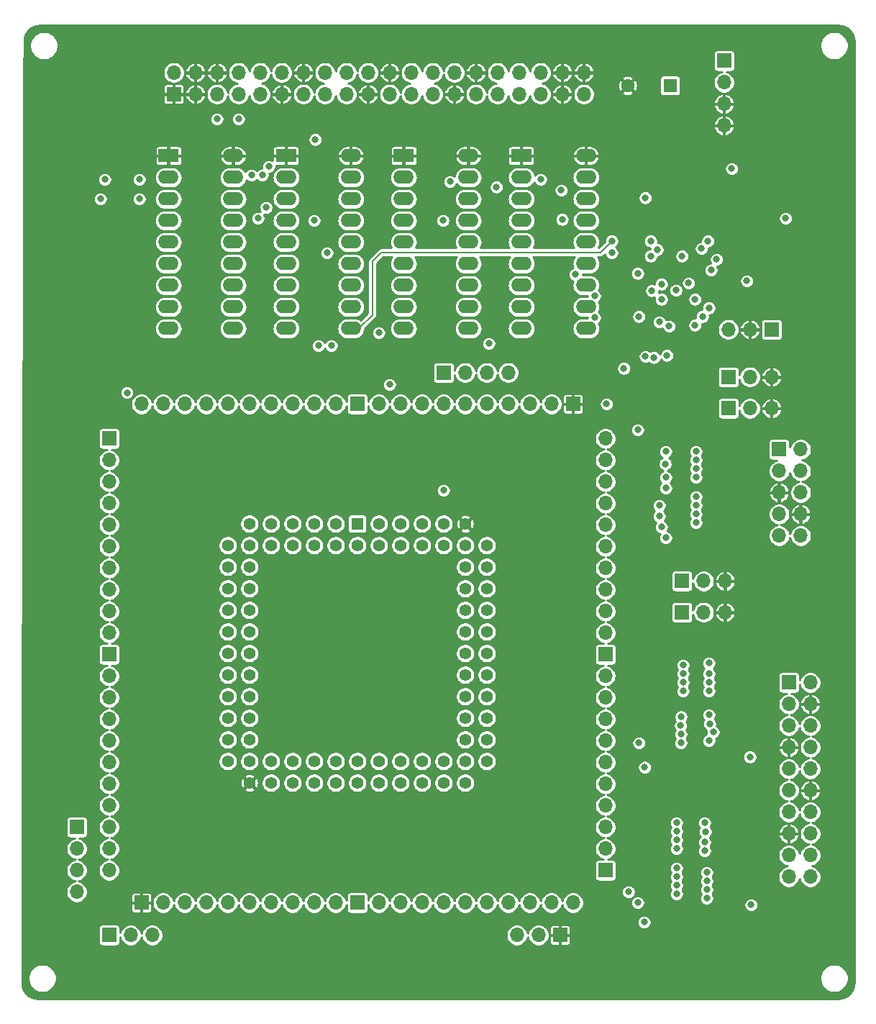
<source format=gbr>
%TF.GenerationSoftware,KiCad,Pcbnew,(5.1.10)-1*%
%TF.CreationDate,2021-06-15T10:48:06-05:00*%
%TF.ProjectId,gd MegaII proto pcb,6764204d-6567-4614-9949-2070726f746f,rev?*%
%TF.SameCoordinates,Original*%
%TF.FileFunction,Copper,L3,Inr*%
%TF.FilePolarity,Positive*%
%FSLAX46Y46*%
G04 Gerber Fmt 4.6, Leading zero omitted, Abs format (unit mm)*
G04 Created by KiCad (PCBNEW (5.1.10)-1) date 2021-06-15 10:48:06*
%MOMM*%
%LPD*%
G01*
G04 APERTURE LIST*
%TA.AperFunction,ComponentPad*%
%ADD10O,1.700000X1.700000*%
%TD*%
%TA.AperFunction,ComponentPad*%
%ADD11R,1.700000X1.700000*%
%TD*%
%TA.AperFunction,ComponentPad*%
%ADD12O,2.400000X1.600000*%
%TD*%
%TA.AperFunction,ComponentPad*%
%ADD13R,2.400000X1.600000*%
%TD*%
%TA.AperFunction,ComponentPad*%
%ADD14C,1.600000*%
%TD*%
%TA.AperFunction,ComponentPad*%
%ADD15R,1.600000X1.600000*%
%TD*%
%TA.AperFunction,ComponentPad*%
%ADD16C,1.422400*%
%TD*%
%TA.AperFunction,ComponentPad*%
%ADD17R,1.422400X1.422400*%
%TD*%
%TA.AperFunction,ViaPad*%
%ADD18C,0.800000*%
%TD*%
%TA.AperFunction,Conductor*%
%ADD19C,0.203200*%
%TD*%
%TA.AperFunction,Conductor*%
%ADD20C,0.254000*%
%TD*%
%TA.AperFunction,Conductor*%
%ADD21C,0.100000*%
%TD*%
G04 APERTURE END LIST*
D10*
%TO.N,/M2SEL*%
%TO.C,J8*%
X148336000Y-139700000D03*
%TO.N,/BA12*%
X150876000Y-139700000D03*
D11*
%TO.N,GND*%
X153416000Y-139700000D03*
%TD*%
D10*
%TO.N,/R-W*%
%TO.C,J6*%
X105410000Y-139700000D03*
%TO.N,/RESET*%
X102870000Y-139700000D03*
D11*
%TO.N,/IRQ*%
X100330000Y-139700000D03*
%TD*%
D10*
%TO.N,GND*%
%TO.C,J7*%
X156210000Y-38227000D03*
%TO.N,/PH#*%
X156210000Y-40767000D03*
%TO.N,GND*%
X153670000Y-38227000D03*
X153670000Y-40767000D03*
%TO.N,/MD7*%
X151130000Y-38227000D03*
%TO.N,/RA7*%
X151130000Y-40767000D03*
%TO.N,/MD6*%
X148590000Y-38227000D03*
%TO.N,/RA6*%
X148590000Y-40767000D03*
%TO.N,/MD5*%
X146050000Y-38227000D03*
%TO.N,/RA5*%
X146050000Y-40767000D03*
%TO.N,GND*%
X143510000Y-38227000D03*
%TO.N,/RA4*%
X143510000Y-40767000D03*
%TO.N,/MD4*%
X140970000Y-38227000D03*
%TO.N,GND*%
X140970000Y-40767000D03*
%TO.N,/MD3*%
X138430000Y-38227000D03*
%TO.N,/RA3*%
X138430000Y-40767000D03*
%TO.N,/MD2*%
X135890000Y-38227000D03*
%TO.N,/RA2*%
X135890000Y-40767000D03*
%TO.N,GND*%
X133350000Y-38227000D03*
%TO.N,/RA1*%
X133350000Y-40767000D03*
%TO.N,Net-(J7-Pad20)*%
X130810000Y-38227000D03*
%TO.N,GND*%
X130810000Y-40767000D03*
%TO.N,/MD1*%
X128270000Y-38227000D03*
%TO.N,/RA0*%
X128270000Y-40767000D03*
%TO.N,/MD0*%
X125730000Y-38227000D03*
%TO.N,/AD0*%
X125730000Y-40767000D03*
%TO.N,GND*%
X123190000Y-38227000D03*
%TO.N,/AD1*%
X123190000Y-40767000D03*
%TO.N,/AD2*%
X120650000Y-38227000D03*
%TO.N,GND*%
X120650000Y-40767000D03*
%TO.N,/AD4*%
X118110000Y-38227000D03*
%TO.N,/AD3*%
X118110000Y-40767000D03*
%TO.N,/AD6*%
X115570000Y-38227000D03*
%TO.N,/AD5*%
X115570000Y-40767000D03*
%TO.N,GND*%
X113030000Y-38227000D03*
%TO.N,/AD7*%
X113030000Y-40767000D03*
%TO.N,GND*%
X110490000Y-38227000D03*
X110490000Y-40767000D03*
%TO.N,/14M*%
X107950000Y-38227000D03*
D11*
%TO.N,GND*%
X107950000Y-40767000D03*
%TD*%
D12*
%TO.N,GND*%
%TO.C,U7*%
X142621000Y-48006000D03*
%TO.N,+5V*%
X135001000Y-68326000D03*
%TO.N,/MD3*%
X142621000Y-50546000D03*
%TO.N,/RAF1*%
X135001000Y-65786000D03*
%TO.N,/CASM.B*%
X142621000Y-53086000D03*
%TO.N,/RAF2*%
X135001000Y-63246000D03*
%TO.N,/MD2*%
X142621000Y-55626000D03*
%TO.N,/RAF0*%
X135001000Y-60706000D03*
%TO.N,/UM4-14*%
X142621000Y-58166000D03*
%TO.N,/RAS.B*%
X135001000Y-58166000D03*
%TO.N,/RAF3*%
X142621000Y-60706000D03*
%TO.N,/RWE.B*%
X135001000Y-55626000D03*
%TO.N,/RAF4*%
X142621000Y-63246000D03*
%TO.N,/MD1*%
X135001000Y-53086000D03*
%TO.N,/RAF5*%
X142621000Y-65786000D03*
%TO.N,/MD0*%
X135001000Y-50546000D03*
%TO.N,/UM4-10*%
X142621000Y-68326000D03*
D13*
%TO.N,GND*%
X135001000Y-48006000D03*
%TD*%
D10*
%TO.N,/C060-67*%
%TO.C,JP8*%
X104140000Y-77216000D03*
%TO.N,/PDLTRIG*%
X106680000Y-77216000D03*
%TO.N,/MD0*%
X109220000Y-77216000D03*
%TO.N,/MD1*%
X111760000Y-77216000D03*
%TO.N,/MD2*%
X114300000Y-77216000D03*
%TO.N,/MD3*%
X116840000Y-77216000D03*
%TO.N,/MD4*%
X119380000Y-77216000D03*
%TO.N,/MD5*%
X121920000Y-77216000D03*
%TO.N,/MD6*%
X124460000Y-77216000D03*
%TO.N,/MD7*%
X127000000Y-77216000D03*
D11*
%TO.N,/RAMWE*%
X129540000Y-77216000D03*
%TD*%
D10*
%TO.N,/7M*%
%TO.C,J12*%
X147320000Y-73533000D03*
%TO.N,/CREF*%
X144780000Y-73533000D03*
%TO.N,/Q3*%
X142240000Y-73533000D03*
D11*
%TO.N,/PH#*%
X139700000Y-73533000D03*
%TD*%
D10*
%TO.N,/RGB2*%
%TO.C,JP1*%
X96520000Y-134620000D03*
%TO.N,/RGB1*%
X96520000Y-132080000D03*
%TO.N,/RGB8*%
X96520000Y-129540000D03*
D11*
%TO.N,/RGB4*%
X96520000Y-127000000D03*
%TD*%
D10*
%TO.N,/RA0*%
%TO.C,JP15*%
X158750000Y-81280000D03*
%TO.N,/RA1*%
X158750000Y-83820000D03*
%TO.N,/RA2*%
X158750000Y-86360000D03*
%TO.N,/RA3*%
X158750000Y-88900000D03*
%TO.N,/RA4*%
X158750000Y-91440000D03*
%TO.N,/RA5*%
X158750000Y-93980000D03*
%TO.N,/RA6*%
X158750000Y-96520000D03*
%TO.N,/RA7*%
X158750000Y-99060000D03*
%TO.N,/BA0*%
X158750000Y-101600000D03*
%TO.N,/BA1*%
X158750000Y-104140000D03*
D11*
%TO.N,/BA2*%
X158750000Y-106680000D03*
%TD*%
D10*
%TO.N,GND*%
%TO.C,J11*%
X172720000Y-44450000D03*
X172720000Y-41910000D03*
%TO.N,+5V*%
X172720000Y-39370000D03*
D11*
X172720000Y-36830000D03*
%TD*%
D14*
%TO.N,GND*%
%TO.C,C2*%
X161370000Y-39751000D03*
D15*
%TO.N,+5V*%
X166370000Y-39751000D03*
%TD*%
D10*
%TO.N,/BA3*%
%TO.C,JP16*%
X158750000Y-109220000D03*
%TO.N,/BA4*%
X158750000Y-111760000D03*
%TO.N,/BA5*%
X158750000Y-114300000D03*
%TO.N,/BA6*%
X158750000Y-116840000D03*
%TO.N,/BA7*%
X158750000Y-119380000D03*
%TO.N,/BA8*%
X158750000Y-121920000D03*
%TO.N,/BA9*%
X158750000Y-124460000D03*
%TO.N,/BA10*%
X158750000Y-127000000D03*
%TO.N,/BA11*%
X158750000Y-129540000D03*
D11*
%TO.N,/BA12*%
X158750000Y-132080000D03*
%TD*%
D10*
%TO.N,/RAS*%
%TO.C,JP12*%
X132080000Y-77216000D03*
%TO.N,/CASM*%
X134620000Y-77216000D03*
%TO.N,/CASA*%
X137160000Y-77216000D03*
%TO.N,/PH#*%
X139700000Y-77216000D03*
%TO.N,/Q3*%
X142240000Y-77216000D03*
%TO.N,/CREF*%
X144780000Y-77216000D03*
%TO.N,/7M*%
X147320000Y-77216000D03*
%TO.N,+5V*%
X149860000Y-77216000D03*
%TO.N,/14M*%
X152400000Y-77216000D03*
D11*
%TO.N,GND*%
X154940000Y-77216000D03*
%TD*%
D10*
%TO.N,/BA13*%
%TO.C,JP11*%
X154940000Y-135890000D03*
%TO.N,/BA14*%
X152400000Y-135890000D03*
%TO.N,/BA15*%
X149860000Y-135890000D03*
%TO.N,/SYNC*%
X147320000Y-135890000D03*
%TO.N,/WINDOW*%
X144780000Y-135890000D03*
%TO.N,/RMBK*%
X142240000Y-135890000D03*
%TO.N,/S5*%
X139700000Y-135890000D03*
%TO.N,/S4*%
X137160000Y-135890000D03*
%TO.N,/S3*%
X134620000Y-135890000D03*
%TO.N,/S2*%
X132080000Y-135890000D03*
D11*
%TO.N,/S1*%
X129540000Y-135890000D03*
%TD*%
D10*
%TO.N,/S0*%
%TO.C,JP7*%
X127000000Y-135890000D03*
%TO.N,/R-W*%
X124460000Y-135890000D03*
%TO.N,/INH*%
X121920000Y-135890000D03*
%TO.N,/M2SEL*%
X119380000Y-135890000D03*
%TO.N,/DMA*%
X116840000Y-135890000D03*
%TO.N,/ROMEN*%
X114300000Y-135890000D03*
%TO.N,/MDI-MDO*%
X111760000Y-135890000D03*
%TO.N,/RESET*%
X109220000Y-135890000D03*
%TO.N,/RGB1*%
X106680000Y-135890000D03*
D11*
%TO.N,GND*%
X104140000Y-135890000D03*
%TD*%
D10*
%TO.N,/RGB2*%
%TO.C,JP4*%
X100330000Y-132080000D03*
%TO.N,/RGB4*%
X100330000Y-129540000D03*
%TO.N,/RGB8*%
X100330000Y-127000000D03*
%TO.N,/AD7*%
X100330000Y-124460000D03*
%TO.N,/AD6*%
X100330000Y-121920000D03*
%TO.N,/AD5*%
X100330000Y-119380000D03*
%TO.N,/AD4*%
X100330000Y-116840000D03*
%TO.N,/AD3*%
X100330000Y-114300000D03*
%TO.N,/AD2*%
X100330000Y-111760000D03*
%TO.N,/AD1*%
X100330000Y-109220000D03*
D11*
%TO.N,/AD0*%
X100330000Y-106680000D03*
%TD*%
D10*
%TO.N,/SERVIDEO*%
%TO.C,JP3*%
X100330000Y-104140000D03*
%TO.N,/MSW*%
X100330000Y-101600000D03*
%TO.N,/Y1*%
X100330000Y-99060000D03*
%TO.N,/Y0*%
X100330000Y-96520000D03*
%TO.N,/X1*%
X100330000Y-93980000D03*
%TO.N,/X0*%
X100330000Y-91440000D03*
%TO.N,/IRQ*%
X100330000Y-88900000D03*
%TO.N,/KSEL2*%
X100330000Y-86360000D03*
%TO.N,/KSEL1*%
X100330000Y-83820000D03*
D11*
%TO.N,/SPKR*%
X100330000Y-81280000D03*
%TD*%
D10*
%TO.N,/D7*%
%TO.C,J10*%
X181737000Y-92710000D03*
%TO.N,/D6*%
X179197000Y-92710000D03*
%TO.N,GND*%
X181737000Y-90170000D03*
%TO.N,/D4*%
X179197000Y-90170000D03*
%TO.N,/D5*%
X181737000Y-87630000D03*
%TO.N,GND*%
X179197000Y-87630000D03*
%TO.N,/D3*%
X181737000Y-85090000D03*
%TO.N,/D2*%
X179197000Y-85090000D03*
%TO.N,/D1*%
X181737000Y-82550000D03*
D11*
%TO.N,/D0*%
X179197000Y-82550000D03*
%TD*%
D10*
%TO.N,/A15*%
%TO.C,J9*%
X182880000Y-132842000D03*
%TO.N,/A14*%
X180340000Y-132842000D03*
%TO.N,/A13*%
X182880000Y-130302000D03*
%TO.N,/A12*%
X180340000Y-130302000D03*
%TO.N,/A11*%
X182880000Y-127762000D03*
%TO.N,GND*%
X180340000Y-127762000D03*
%TO.N,/A9*%
X182880000Y-125222000D03*
%TO.N,/A10*%
X180340000Y-125222000D03*
%TO.N,GND*%
X182880000Y-122682000D03*
%TO.N,/A8*%
X180340000Y-122682000D03*
%TO.N,/A7*%
X182880000Y-120142000D03*
%TO.N,/A6*%
X180340000Y-120142000D03*
%TO.N,/A5*%
X182880000Y-117602000D03*
%TO.N,GND*%
X180340000Y-117602000D03*
%TO.N,/A3*%
X182880000Y-115062000D03*
%TO.N,/A4*%
X180340000Y-115062000D03*
%TO.N,GND*%
X182880000Y-112522000D03*
%TO.N,/A2*%
X180340000Y-112522000D03*
%TO.N,/A1*%
X182880000Y-109982000D03*
D11*
%TO.N,/A0*%
X180340000Y-109982000D03*
%TD*%
D10*
%TO.N,GND*%
%TO.C,J5*%
X178308000Y-74041000D03*
%TO.N,/DBEN*%
X175768000Y-74041000D03*
D11*
%TO.N,+5V*%
X173228000Y-74041000D03*
%TD*%
D10*
%TO.N,GND*%
%TO.C,J4*%
X178308000Y-77724000D03*
%TO.N,/DBDIR*%
X175768000Y-77724000D03*
D11*
%TO.N,+5V*%
X173228000Y-77724000D03*
%TD*%
D10*
%TO.N,/FLIP6*%
%TO.C,J3*%
X173228000Y-68453000D03*
%TO.N,GND*%
X175768000Y-68453000D03*
D11*
%TO.N,/FLIP7*%
X178308000Y-68453000D03*
%TD*%
D10*
%TO.N,GND*%
%TO.C,J2*%
X172847000Y-101727000D03*
%TO.N,/ABEN*%
X170307000Y-101727000D03*
D11*
%TO.N,+5V*%
X167767000Y-101727000D03*
%TD*%
D10*
%TO.N,GND*%
%TO.C,J1*%
X172847000Y-98044000D03*
%TO.N,/ABDIR*%
X170307000Y-98044000D03*
D11*
%TO.N,+5V*%
X167767000Y-98044000D03*
%TD*%
D12*
%TO.N,GND*%
%TO.C,U9*%
X156464000Y-48006000D03*
%TO.N,+5V*%
X148844000Y-68326000D03*
%TO.N,/MD7*%
X156464000Y-50546000D03*
%TO.N,/RAF1*%
X148844000Y-65786000D03*
%TO.N,/CASM.B*%
X156464000Y-53086000D03*
%TO.N,/RAF2*%
X148844000Y-63246000D03*
%TO.N,/MD6*%
X156464000Y-55626000D03*
%TO.N,/RAF0*%
X148844000Y-60706000D03*
%TO.N,/UM4-14*%
X156464000Y-58166000D03*
%TO.N,/RAS.B*%
X148844000Y-58166000D03*
%TO.N,/RAF3*%
X156464000Y-60706000D03*
%TO.N,/RWE.B*%
X148844000Y-55626000D03*
%TO.N,/RAF4*%
X156464000Y-63246000D03*
%TO.N,/MD5*%
X148844000Y-53086000D03*
%TO.N,/RAF5*%
X156464000Y-65786000D03*
%TO.N,/MD4*%
X148844000Y-50546000D03*
%TO.N,/UM4-10*%
X156464000Y-68326000D03*
D13*
%TO.N,GND*%
X148844000Y-48006000D03*
%TD*%
D12*
%TO.N,GND*%
%TO.C,U4*%
X114935000Y-48006000D03*
%TO.N,+5V*%
X107315000Y-68326000D03*
%TO.N,/AD7*%
X114935000Y-50546000D03*
%TO.N,/RAF1*%
X107315000Y-65786000D03*
%TO.N,/CASA.B*%
X114935000Y-53086000D03*
%TO.N,/RAF2*%
X107315000Y-63246000D03*
%TO.N,/AD6*%
X114935000Y-55626000D03*
%TO.N,/RAF0*%
X107315000Y-60706000D03*
%TO.N,/RAF6*%
X114935000Y-58166000D03*
%TO.N,/RAS.B*%
X107315000Y-58166000D03*
%TO.N,/RAF3*%
X114935000Y-60706000D03*
%TO.N,/RWE.B*%
X107315000Y-55626000D03*
%TO.N,/RAF4*%
X114935000Y-63246000D03*
%TO.N,/AD5*%
X107315000Y-53086000D03*
%TO.N,/RAF5*%
X114935000Y-65786000D03*
%TO.N,/AD4*%
X107315000Y-50546000D03*
%TO.N,/RAF7*%
X114935000Y-68326000D03*
D13*
%TO.N,GND*%
X107315000Y-48006000D03*
%TD*%
D12*
%TO.N,GND*%
%TO.C,U2*%
X128778000Y-48006000D03*
%TO.N,+5V*%
X121158000Y-68326000D03*
%TO.N,/AD3*%
X128778000Y-50546000D03*
%TO.N,/RAF1*%
X121158000Y-65786000D03*
%TO.N,/CASA.B*%
X128778000Y-53086000D03*
%TO.N,/RAF2*%
X121158000Y-63246000D03*
%TO.N,/AD2*%
X128778000Y-55626000D03*
%TO.N,/RAF0*%
X121158000Y-60706000D03*
%TO.N,/RAF6*%
X128778000Y-58166000D03*
%TO.N,/RAS.B*%
X121158000Y-58166000D03*
%TO.N,/RAF3*%
X128778000Y-60706000D03*
%TO.N,/RWE.B*%
X121158000Y-55626000D03*
%TO.N,/RAF4*%
X128778000Y-63246000D03*
%TO.N,/AD1*%
X121158000Y-53086000D03*
%TO.N,/RAF5*%
X128778000Y-65786000D03*
%TO.N,/AD0*%
X121158000Y-50546000D03*
%TO.N,/RAF7*%
X128778000Y-68326000D03*
D13*
%TO.N,GND*%
X121158000Y-48006000D03*
%TD*%
D16*
%TO.N,/RA2*%
%TO.C,U1*%
X144780000Y-96393000D03*
%TO.N,/RA4*%
X144780000Y-98933000D03*
%TO.N,/RA6*%
X144780000Y-101473000D03*
%TO.N,/BA0*%
X144780000Y-104013000D03*
%TO.N,/BA2*%
X144780000Y-106553000D03*
%TO.N,/BA4*%
X144780000Y-109093000D03*
%TO.N,/BA6*%
X144780000Y-111633000D03*
%TO.N,/BA8*%
X144780000Y-114173000D03*
%TO.N,/BA10*%
X144780000Y-116713000D03*
%TO.N,/BA12*%
X144780000Y-119253000D03*
%TO.N,/RA1*%
X142240000Y-96393000D03*
%TO.N,/RA3*%
X142240000Y-98933000D03*
%TO.N,/RA5*%
X142240000Y-101473000D03*
%TO.N,/RA7*%
X142240000Y-104013000D03*
%TO.N,/BA1*%
X142240000Y-106553000D03*
%TO.N,/BA3*%
X142240000Y-109093000D03*
%TO.N,/BA5*%
X142240000Y-111633000D03*
%TO.N,/BA7*%
X142240000Y-114173000D03*
%TO.N,/BA9*%
X142240000Y-116713000D03*
%TO.N,/BA11*%
X142240000Y-119253000D03*
%TO.N,/BA13*%
X142240000Y-121793000D03*
%TO.N,/BA15*%
X139700000Y-121793000D03*
%TO.N,/WINDOW*%
X137160000Y-121793000D03*
%TO.N,/S5*%
X134620000Y-121793000D03*
%TO.N,/S3*%
X132080000Y-121793000D03*
%TO.N,/S1*%
X129540000Y-121793000D03*
%TO.N,/R-W*%
X127000000Y-121793000D03*
%TO.N,/M2SEL*%
X124460000Y-121793000D03*
%TO.N,/ROMEN*%
X121920000Y-121793000D03*
%TO.N,/RESET*%
X119380000Y-121793000D03*
%TO.N,GND*%
X116840000Y-121793000D03*
%TO.N,/BA14*%
X139700000Y-119253000D03*
%TO.N,/SYNC*%
X137160000Y-119253000D03*
%TO.N,/RMBK*%
X134620000Y-119253000D03*
%TO.N,/S4*%
X132080000Y-119253000D03*
%TO.N,/S2*%
X129540000Y-119253000D03*
%TO.N,/S0*%
X127000000Y-119253000D03*
%TO.N,/INH*%
X124460000Y-119253000D03*
%TO.N,/DMA*%
X121920000Y-119253000D03*
%TO.N,/MDI-MDO*%
X119380000Y-119253000D03*
%TO.N,/RGB1*%
X116840000Y-119253000D03*
%TO.N,/RGB2*%
X114300000Y-119253000D03*
%TO.N,/RGB8*%
X114300000Y-116713000D03*
%TO.N,/AD6*%
X114300000Y-114173000D03*
%TO.N,/AD4*%
X114300000Y-111633000D03*
%TO.N,/AD2*%
X114300000Y-109093000D03*
%TO.N,/AD0*%
X114300000Y-106553000D03*
%TO.N,/MSW*%
X114300000Y-104013000D03*
%TO.N,/Y0*%
X114300000Y-101473000D03*
%TO.N,/X0*%
X114300000Y-98933000D03*
%TO.N,/KSEL2*%
X114300000Y-96393000D03*
%TO.N,/SPKR*%
X114300000Y-93853000D03*
%TO.N,/RGB4*%
X116840000Y-116713000D03*
%TO.N,/AD7*%
X116840000Y-114173000D03*
%TO.N,/AD5*%
X116840000Y-111633000D03*
%TO.N,/AD3*%
X116840000Y-109093000D03*
%TO.N,/AD1*%
X116840000Y-106553000D03*
%TO.N,/SERVIDEO*%
X116840000Y-104013000D03*
%TO.N,/Y1*%
X116840000Y-101473000D03*
%TO.N,/X1*%
X116840000Y-98933000D03*
%TO.N,/IRQ*%
X116840000Y-96393000D03*
%TO.N,/KSEL1*%
X116840000Y-93853000D03*
%TO.N,GND*%
X142240000Y-91313000D03*
%TO.N,+5V*%
X139700000Y-91313000D03*
%TO.N,/CREF*%
X137160000Y-91313000D03*
%TO.N,/PH#*%
X134620000Y-91313000D03*
%TO.N,/CASM*%
X132080000Y-91313000D03*
%TO.N,/C060-67*%
X116840000Y-91313000D03*
%TO.N,/MD0*%
X119380000Y-91313000D03*
%TO.N,/MD2*%
X121920000Y-91313000D03*
%TO.N,/MD4*%
X124460000Y-91313000D03*
%TO.N,/MD6*%
X127000000Y-91313000D03*
D17*
%TO.N,/RAMWE*%
X129540000Y-91313000D03*
D16*
%TO.N,/RA0*%
X144780000Y-93853000D03*
%TO.N,/14M*%
X142240000Y-93853000D03*
%TO.N,/7M*%
X139700000Y-93853000D03*
%TO.N,/Q3*%
X137160000Y-93853000D03*
%TO.N,/CASA*%
X134620000Y-93853000D03*
%TO.N,/RAS*%
X132080000Y-93853000D03*
%TO.N,/PDLTRIG*%
X119380000Y-93853000D03*
%TO.N,/MD1*%
X121920000Y-93853000D03*
%TO.N,/MD3*%
X124460000Y-93853000D03*
%TO.N,/MD5*%
X127000000Y-93853000D03*
%TO.N,/MD7*%
X129540000Y-93853000D03*
%TD*%
D18*
%TO.N,GND*%
X174244000Y-93472000D03*
X167894000Y-138176000D03*
X167640000Y-120142000D03*
X175768000Y-124714000D03*
X175768000Y-106680000D03*
X180721000Y-49276000D03*
X165608000Y-78486000D03*
X171958000Y-65151000D03*
X176911000Y-53975000D03*
X154432000Y-70104000D03*
X145034000Y-86868000D03*
X116903500Y-42735500D03*
X106362500Y-100266500D03*
X104203500Y-101600000D03*
X103568500Y-104013000D03*
X103568500Y-107632500D03*
X110426500Y-107632500D03*
X102171500Y-110363000D03*
X102171500Y-112839500D03*
X102235000Y-115443000D03*
X97790000Y-116522500D03*
X98107500Y-113347500D03*
X98298000Y-110934500D03*
X103441500Y-87947500D03*
X110680500Y-81343500D03*
X110490000Y-79184500D03*
X112903000Y-79184500D03*
X115570000Y-79184500D03*
X118046500Y-79184500D03*
X120650000Y-79184500D03*
X123190000Y-79184500D03*
X125666500Y-79184500D03*
X128270000Y-79184500D03*
X131826000Y-78867000D03*
X143954500Y-79184500D03*
X108077000Y-79184500D03*
X147701000Y-90932000D03*
X147701000Y-93726000D03*
X152146000Y-96964500D03*
X156972000Y-95377000D03*
X156972000Y-97790000D03*
X152146000Y-101473000D03*
X156972000Y-100457000D03*
X156908500Y-105600500D03*
X156908500Y-108648500D03*
X156908500Y-113665000D03*
X154241500Y-113538000D03*
X156845000Y-118681500D03*
X156781500Y-121221500D03*
X156781500Y-123634500D03*
X156781500Y-126238000D03*
X156718000Y-128714500D03*
X150431500Y-122491500D03*
X150431500Y-119951500D03*
X150368000Y-117348000D03*
X150495000Y-114998500D03*
X161353500Y-105410000D03*
X161163000Y-107759500D03*
X160337500Y-109410500D03*
X160464500Y-113792000D03*
X160528000Y-116268500D03*
X160655000Y-123761500D03*
X160591500Y-129413000D03*
X146621500Y-127444500D03*
X143827500Y-127444500D03*
X130492500Y-127444500D03*
X133096000Y-133096000D03*
X135763000Y-133032500D03*
X138303000Y-133985000D03*
X140652500Y-134302500D03*
X127381000Y-134112000D03*
X125349000Y-133731000D03*
X123126500Y-133477000D03*
X121158000Y-132778500D03*
X117729000Y-131127500D03*
X115506500Y-138239500D03*
X123190000Y-137223500D03*
X109474000Y-119126000D03*
X109410500Y-116141500D03*
X104775000Y-121031000D03*
X97345500Y-120142000D03*
X101600000Y-128079500D03*
X101727000Y-130302000D03*
X175387000Y-60896500D03*
X163322000Y-55943500D03*
X164147500Y-50673000D03*
X164909500Y-61595000D03*
X136271000Y-42481500D03*
X148907500Y-42418000D03*
X168021000Y-70358000D03*
X163131500Y-73787000D03*
X113030000Y-76200000D03*
X115506500Y-75755500D03*
X118046500Y-75755500D03*
X120650000Y-75755500D03*
X123190000Y-75819000D03*
X125730000Y-75755500D03*
X128206500Y-75755500D03*
X135890000Y-75882500D03*
%TO.N,/AD7*%
X117094000Y-50292000D03*
X113029990Y-43688000D03*
%TO.N,/AD6*%
X117856000Y-55372000D03*
X115570000Y-43688000D03*
X118364000Y-50291992D03*
%TO.N,/AD5*%
X99314000Y-53086000D03*
X103886000Y-53086000D03*
%TO.N,/AD4*%
X99822000Y-50800000D03*
X103886000Y-50800000D03*
%TO.N,/AD2*%
X124587000Y-46101000D03*
%TO.N,/AD1*%
X118814810Y-54102000D03*
X119126000Y-49276000D03*
%TO.N,/AD0*%
X102428750Y-75879250D03*
%TO.N,/MD0*%
X165862000Y-82804810D03*
%TO.N,/MD1*%
X165803302Y-84265304D03*
%TO.N,/MD2*%
X165862000Y-85852000D03*
X139630190Y-55626000D03*
%TO.N,/MD3*%
X140462000Y-51054000D03*
X165862000Y-87122000D03*
%TO.N,/MD4*%
X145923000Y-51689000D03*
X165100000Y-89154000D03*
%TO.N,/MD5*%
X151130000Y-50800000D03*
X165100000Y-90424000D03*
%TO.N,/MD6*%
X153670000Y-55499000D03*
X153543000Y-52070000D03*
X165354000Y-91694000D03*
%TO.N,/MD7*%
X165862000Y-92964000D03*
%TO.N,/A13*%
X170688000Y-133350000D03*
%TO.N,/A14*%
X170688000Y-134366000D03*
%TO.N,/A15*%
X170688000Y-135382000D03*
%TO.N,/CASA*%
X133350000Y-74930000D03*
%TO.N,/RA0*%
X158877000Y-77216000D03*
X162560000Y-61849000D03*
%TO.N,/RA1*%
X160913202Y-73025000D03*
X162687000Y-66929000D03*
%TO.N,/RA2*%
X164211000Y-63881000D03*
X163449000Y-71628000D03*
X167062194Y-63839114D03*
%TO.N,/RA3*%
X164084000Y-59817000D03*
X167767004Y-59817000D03*
X164465000Y-71755000D03*
X165100000Y-67564000D03*
%TO.N,/RA4*%
X165354000Y-63119000D03*
X168528994Y-62992000D03*
X165989000Y-71501000D03*
X166243000Y-68072000D03*
%TO.N,/RA5*%
X165354000Y-64897000D03*
X169291000Y-64897004D03*
X169291000Y-67945000D03*
%TO.N,/RA6*%
X170053000Y-58928000D03*
X164846004Y-59055000D03*
X170180000Y-66929000D03*
%TO.N,/RA7*%
X164084000Y-58039000D03*
X170815000Y-58039004D03*
X171196000Y-61468000D03*
X170942000Y-65913000D03*
%TO.N,/A0*%
X170942000Y-107696000D03*
%TO.N,/A1*%
X170942000Y-108966000D03*
%TO.N,/A2*%
X170942000Y-109982000D03*
%TO.N,/A3*%
X170942000Y-110998000D03*
%TO.N,/A4*%
X170942000Y-113792000D03*
%TO.N,/A5*%
X171028709Y-114842391D03*
%TO.N,/A6*%
X171450000Y-115824000D03*
%TO.N,/A7*%
X170942000Y-116840000D03*
%TO.N,/A8*%
X170434000Y-126492000D03*
%TO.N,/A9*%
X170520709Y-127542391D03*
%TO.N,/A10*%
X170434000Y-128778000D03*
%TO.N,/A11*%
X170434000Y-129794000D03*
%TO.N,/A12*%
X170688000Y-132334000D03*
%TO.N,/RAF0*%
X155194000Y-61976000D03*
%TO.N,/RAF1*%
X157480000Y-67056000D03*
%TO.N,/RAF2*%
X157480000Y-64516000D03*
%TO.N,/RAF6*%
X159512000Y-59435988D03*
%TO.N,/RAF7*%
X159512000Y-58039000D03*
%TO.N,/CASA.B*%
X132080000Y-68834000D03*
%TO.N,/CASM.B*%
X145034000Y-70104000D03*
%TO.N,/RAS.B*%
X126492004Y-70358000D03*
X125984000Y-59436000D03*
%TO.N,/RWE.B*%
X124967996Y-70358000D03*
X124460000Y-55626000D03*
%TO.N,Net-(R14-Pad2)*%
X171831000Y-60198000D03*
X163449000Y-52959000D03*
%TO.N,/BA0*%
X167894000Y-107950000D03*
%TO.N,/BA1*%
X167894000Y-108966000D03*
%TO.N,/BA2*%
X167894000Y-109982000D03*
%TO.N,/BA3*%
X167894000Y-110998000D03*
%TO.N,/BA4*%
X167660494Y-114027742D03*
%TO.N,/BA5*%
X167604615Y-115045863D03*
%TO.N,/BA6*%
X167640000Y-116078000D03*
%TO.N,/BA7*%
X167640000Y-117094000D03*
%TO.N,/BA8*%
X167132000Y-126492000D03*
%TO.N,/BA9*%
X167132000Y-127508000D03*
%TO.N,/BA10*%
X167132000Y-128524000D03*
%TO.N,/BA11*%
X167132000Y-129540000D03*
%TO.N,/BA12*%
X167132000Y-131826000D03*
%TO.N,/BA13*%
X167132000Y-132842000D03*
%TO.N,/BA14*%
X167132000Y-133858000D03*
%TO.N,/BA15*%
X167132000Y-134874000D03*
X161474190Y-134620000D03*
%TO.N,/D0*%
X169418000Y-82804000D03*
%TO.N,/D1*%
X169418000Y-83820000D03*
%TO.N,/D2*%
X169418000Y-84836000D03*
%TO.N,/D3*%
X169418000Y-85852000D03*
%TO.N,/D4*%
X169418000Y-88138000D03*
%TO.N,/D5*%
X169418000Y-89154000D03*
%TO.N,/D6*%
X169418000Y-90170000D03*
%TO.N,/D7*%
X169418000Y-91186000D03*
%TO.N,/ABEN*%
X162687000Y-117094000D03*
X162560000Y-135890000D03*
%TO.N,/ABDIR*%
X175768000Y-118745000D03*
X175895000Y-136144000D03*
%TO.N,/FLIP7*%
X175387000Y-62738000D03*
%TO.N,+5V*%
X162560000Y-80264000D03*
X163322000Y-138176000D03*
X173609000Y-49530000D03*
X179959000Y-55372000D03*
X163366410Y-119962646D03*
X139700000Y-87376000D03*
%TD*%
D19*
%TO.N,/RAF7*%
X158178500Y-59372500D02*
X159512000Y-58039000D01*
X132397500Y-59372500D02*
X158178500Y-59372500D01*
X131318000Y-60452000D02*
X132397500Y-59372500D01*
X131318000Y-66738500D02*
X131318000Y-60452000D01*
X129730500Y-68326000D02*
X131318000Y-66738500D01*
X128778000Y-68326000D02*
X129730500Y-68326000D01*
%TD*%
D20*
%TO.N,GND*%
X186546780Y-32701714D02*
X186897672Y-32807654D01*
X187221297Y-32979729D01*
X187505341Y-33211389D01*
X187738979Y-33493809D01*
X187913308Y-33816225D01*
X188021694Y-34166365D01*
X188062000Y-34549852D01*
X188062001Y-145268136D01*
X188024286Y-145652780D01*
X187918346Y-146003670D01*
X187746271Y-146327297D01*
X187514609Y-146611343D01*
X187232194Y-146844976D01*
X186909777Y-147019307D01*
X186559636Y-147127694D01*
X186176148Y-147168000D01*
X91967854Y-147168000D01*
X91583220Y-147130286D01*
X91232330Y-147024346D01*
X90908703Y-146852271D01*
X90624657Y-146620609D01*
X90391024Y-146338194D01*
X90216693Y-146015777D01*
X90108306Y-145665636D01*
X90068014Y-145282281D01*
X90069545Y-144614357D01*
X90774200Y-144614357D01*
X90774200Y-144945643D01*
X90838830Y-145270563D01*
X90965608Y-145576631D01*
X91149660Y-145852085D01*
X91383915Y-146086340D01*
X91659369Y-146270392D01*
X91965437Y-146397170D01*
X92290357Y-146461800D01*
X92621643Y-146461800D01*
X92946563Y-146397170D01*
X93252631Y-146270392D01*
X93528085Y-146086340D01*
X93762340Y-145852085D01*
X93946392Y-145576631D01*
X94073170Y-145270563D01*
X94137800Y-144945643D01*
X94137800Y-144614357D01*
X183992200Y-144614357D01*
X183992200Y-144945643D01*
X184056830Y-145270563D01*
X184183608Y-145576631D01*
X184367660Y-145852085D01*
X184601915Y-146086340D01*
X184877369Y-146270392D01*
X185183437Y-146397170D01*
X185508357Y-146461800D01*
X185839643Y-146461800D01*
X186164563Y-146397170D01*
X186470631Y-146270392D01*
X186746085Y-146086340D01*
X186980340Y-145852085D01*
X187164392Y-145576631D01*
X187291170Y-145270563D01*
X187355800Y-144945643D01*
X187355800Y-144614357D01*
X187291170Y-144289437D01*
X187164392Y-143983369D01*
X186980340Y-143707915D01*
X186746085Y-143473660D01*
X186470631Y-143289608D01*
X186164563Y-143162830D01*
X185839643Y-143098200D01*
X185508357Y-143098200D01*
X185183437Y-143162830D01*
X184877369Y-143289608D01*
X184601915Y-143473660D01*
X184367660Y-143707915D01*
X184183608Y-143983369D01*
X184056830Y-144289437D01*
X183992200Y-144614357D01*
X94137800Y-144614357D01*
X94073170Y-144289437D01*
X93946392Y-143983369D01*
X93762340Y-143707915D01*
X93528085Y-143473660D01*
X93252631Y-143289608D01*
X92946563Y-143162830D01*
X92621643Y-143098200D01*
X92290357Y-143098200D01*
X91965437Y-143162830D01*
X91659369Y-143289608D01*
X91383915Y-143473660D01*
X91149660Y-143707915D01*
X90965608Y-143983369D01*
X90838830Y-144289437D01*
X90774200Y-144614357D01*
X90069545Y-144614357D01*
X90082765Y-138850000D01*
X99046111Y-138850000D01*
X99046111Y-140550000D01*
X99054448Y-140634648D01*
X99079139Y-140716042D01*
X99119234Y-140791056D01*
X99173194Y-140856806D01*
X99238944Y-140910766D01*
X99313958Y-140950861D01*
X99395352Y-140975552D01*
X99480000Y-140983889D01*
X101180000Y-140983889D01*
X101264648Y-140975552D01*
X101346042Y-140950861D01*
X101421056Y-140910766D01*
X101486806Y-140856806D01*
X101540766Y-140791056D01*
X101580861Y-140716042D01*
X101605552Y-140634648D01*
X101613889Y-140550000D01*
X101613889Y-139955393D01*
X101637459Y-140073887D01*
X101734084Y-140307160D01*
X101874361Y-140517100D01*
X102052900Y-140695639D01*
X102262840Y-140835916D01*
X102496113Y-140932541D01*
X102743754Y-140981800D01*
X102996246Y-140981800D01*
X103243887Y-140932541D01*
X103477160Y-140835916D01*
X103687100Y-140695639D01*
X103865639Y-140517100D01*
X104005916Y-140307160D01*
X104102541Y-140073887D01*
X104140000Y-139885568D01*
X104177459Y-140073887D01*
X104274084Y-140307160D01*
X104414361Y-140517100D01*
X104592900Y-140695639D01*
X104802840Y-140835916D01*
X105036113Y-140932541D01*
X105283754Y-140981800D01*
X105536246Y-140981800D01*
X105783887Y-140932541D01*
X106017160Y-140835916D01*
X106227100Y-140695639D01*
X106405639Y-140517100D01*
X106545916Y-140307160D01*
X106642541Y-140073887D01*
X106691800Y-139826246D01*
X106691800Y-139573754D01*
X147054200Y-139573754D01*
X147054200Y-139826246D01*
X147103459Y-140073887D01*
X147200084Y-140307160D01*
X147340361Y-140517100D01*
X147518900Y-140695639D01*
X147728840Y-140835916D01*
X147962113Y-140932541D01*
X148209754Y-140981800D01*
X148462246Y-140981800D01*
X148709887Y-140932541D01*
X148943160Y-140835916D01*
X149153100Y-140695639D01*
X149331639Y-140517100D01*
X149471916Y-140307160D01*
X149568541Y-140073887D01*
X149606000Y-139885568D01*
X149643459Y-140073887D01*
X149740084Y-140307160D01*
X149880361Y-140517100D01*
X150058900Y-140695639D01*
X150268840Y-140835916D01*
X150502113Y-140932541D01*
X150749754Y-140981800D01*
X151002246Y-140981800D01*
X151249887Y-140932541D01*
X151483160Y-140835916D01*
X151693100Y-140695639D01*
X151838739Y-140550000D01*
X152183157Y-140550000D01*
X152190513Y-140624689D01*
X152212299Y-140696508D01*
X152247678Y-140762696D01*
X152295289Y-140820711D01*
X152353304Y-140868322D01*
X152419492Y-140903701D01*
X152491311Y-140925487D01*
X152566000Y-140932843D01*
X153257250Y-140931000D01*
X153352500Y-140835750D01*
X153352500Y-139763500D01*
X153479500Y-139763500D01*
X153479500Y-140835750D01*
X153574750Y-140931000D01*
X154266000Y-140932843D01*
X154340689Y-140925487D01*
X154412508Y-140903701D01*
X154478696Y-140868322D01*
X154536711Y-140820711D01*
X154584322Y-140762696D01*
X154619701Y-140696508D01*
X154641487Y-140624689D01*
X154648843Y-140550000D01*
X154647000Y-139858750D01*
X154551750Y-139763500D01*
X153479500Y-139763500D01*
X153352500Y-139763500D01*
X152280250Y-139763500D01*
X152185000Y-139858750D01*
X152183157Y-140550000D01*
X151838739Y-140550000D01*
X151871639Y-140517100D01*
X152011916Y-140307160D01*
X152108541Y-140073887D01*
X152157800Y-139826246D01*
X152157800Y-139573754D01*
X152108541Y-139326113D01*
X152011916Y-139092840D01*
X151871639Y-138882900D01*
X151838739Y-138850000D01*
X152183157Y-138850000D01*
X152185000Y-139541250D01*
X152280250Y-139636500D01*
X153352500Y-139636500D01*
X153352500Y-138564250D01*
X153479500Y-138564250D01*
X153479500Y-139636500D01*
X154551750Y-139636500D01*
X154647000Y-139541250D01*
X154648843Y-138850000D01*
X154641487Y-138775311D01*
X154619701Y-138703492D01*
X154584322Y-138637304D01*
X154536711Y-138579289D01*
X154478696Y-138531678D01*
X154412508Y-138496299D01*
X154340689Y-138474513D01*
X154266000Y-138467157D01*
X153574750Y-138469000D01*
X153479500Y-138564250D01*
X153352500Y-138564250D01*
X153257250Y-138469000D01*
X152566000Y-138467157D01*
X152491311Y-138474513D01*
X152419492Y-138496299D01*
X152353304Y-138531678D01*
X152295289Y-138579289D01*
X152247678Y-138637304D01*
X152212299Y-138703492D01*
X152190513Y-138775311D01*
X152183157Y-138850000D01*
X151838739Y-138850000D01*
X151693100Y-138704361D01*
X151483160Y-138564084D01*
X151249887Y-138467459D01*
X151002246Y-138418200D01*
X150749754Y-138418200D01*
X150502113Y-138467459D01*
X150268840Y-138564084D01*
X150058900Y-138704361D01*
X149880361Y-138882900D01*
X149740084Y-139092840D01*
X149643459Y-139326113D01*
X149606000Y-139514432D01*
X149568541Y-139326113D01*
X149471916Y-139092840D01*
X149331639Y-138882900D01*
X149153100Y-138704361D01*
X148943160Y-138564084D01*
X148709887Y-138467459D01*
X148462246Y-138418200D01*
X148209754Y-138418200D01*
X147962113Y-138467459D01*
X147728840Y-138564084D01*
X147518900Y-138704361D01*
X147340361Y-138882900D01*
X147200084Y-139092840D01*
X147103459Y-139326113D01*
X147054200Y-139573754D01*
X106691800Y-139573754D01*
X106642541Y-139326113D01*
X106545916Y-139092840D01*
X106405639Y-138882900D01*
X106227100Y-138704361D01*
X106017160Y-138564084D01*
X105783887Y-138467459D01*
X105536246Y-138418200D01*
X105283754Y-138418200D01*
X105036113Y-138467459D01*
X104802840Y-138564084D01*
X104592900Y-138704361D01*
X104414361Y-138882900D01*
X104274084Y-139092840D01*
X104177459Y-139326113D01*
X104140000Y-139514432D01*
X104102541Y-139326113D01*
X104005916Y-139092840D01*
X103865639Y-138882900D01*
X103687100Y-138704361D01*
X103477160Y-138564084D01*
X103243887Y-138467459D01*
X102996246Y-138418200D01*
X102743754Y-138418200D01*
X102496113Y-138467459D01*
X102262840Y-138564084D01*
X102052900Y-138704361D01*
X101874361Y-138882900D01*
X101734084Y-139092840D01*
X101637459Y-139326113D01*
X101613889Y-139444607D01*
X101613889Y-138850000D01*
X101605552Y-138765352D01*
X101580861Y-138683958D01*
X101540766Y-138608944D01*
X101486806Y-138543194D01*
X101421056Y-138489234D01*
X101346042Y-138449139D01*
X101264648Y-138424448D01*
X101180000Y-138416111D01*
X99480000Y-138416111D01*
X99395352Y-138424448D01*
X99313958Y-138449139D01*
X99238944Y-138489234D01*
X99173194Y-138543194D01*
X99119234Y-138608944D01*
X99079139Y-138683958D01*
X99054448Y-138765352D01*
X99046111Y-138850000D01*
X90082765Y-138850000D01*
X90084498Y-138094075D01*
X162490200Y-138094075D01*
X162490200Y-138257925D01*
X162522165Y-138418627D01*
X162584868Y-138570005D01*
X162675899Y-138706242D01*
X162791758Y-138822101D01*
X162927995Y-138913132D01*
X163079373Y-138975835D01*
X163240075Y-139007800D01*
X163403925Y-139007800D01*
X163564627Y-138975835D01*
X163716005Y-138913132D01*
X163852242Y-138822101D01*
X163968101Y-138706242D01*
X164059132Y-138570005D01*
X164121835Y-138418627D01*
X164153800Y-138257925D01*
X164153800Y-138094075D01*
X164121835Y-137933373D01*
X164059132Y-137781995D01*
X163968101Y-137645758D01*
X163852242Y-137529899D01*
X163716005Y-137438868D01*
X163564627Y-137376165D01*
X163403925Y-137344200D01*
X163240075Y-137344200D01*
X163079373Y-137376165D01*
X162927995Y-137438868D01*
X162791758Y-137529899D01*
X162675899Y-137645758D01*
X162584868Y-137781995D01*
X162522165Y-137933373D01*
X162490200Y-138094075D01*
X90084498Y-138094075D01*
X90087604Y-136740000D01*
X102907157Y-136740000D01*
X102914513Y-136814689D01*
X102936299Y-136886508D01*
X102971678Y-136952696D01*
X103019289Y-137010711D01*
X103077304Y-137058322D01*
X103143492Y-137093701D01*
X103215311Y-137115487D01*
X103290000Y-137122843D01*
X103981250Y-137121000D01*
X104076500Y-137025750D01*
X104076500Y-135953500D01*
X104203500Y-135953500D01*
X104203500Y-137025750D01*
X104298750Y-137121000D01*
X104990000Y-137122843D01*
X105064689Y-137115487D01*
X105136508Y-137093701D01*
X105202696Y-137058322D01*
X105260711Y-137010711D01*
X105308322Y-136952696D01*
X105343701Y-136886508D01*
X105365487Y-136814689D01*
X105372843Y-136740000D01*
X105371000Y-136048750D01*
X105275750Y-135953500D01*
X104203500Y-135953500D01*
X104076500Y-135953500D01*
X103004250Y-135953500D01*
X102909000Y-136048750D01*
X102907157Y-136740000D01*
X90087604Y-136740000D01*
X90111894Y-126150000D01*
X95236111Y-126150000D01*
X95236111Y-127850000D01*
X95244448Y-127934648D01*
X95269139Y-128016042D01*
X95309234Y-128091056D01*
X95363194Y-128156806D01*
X95428944Y-128210766D01*
X95503958Y-128250861D01*
X95585352Y-128275552D01*
X95670000Y-128283889D01*
X96264607Y-128283889D01*
X96146113Y-128307459D01*
X95912840Y-128404084D01*
X95702900Y-128544361D01*
X95524361Y-128722900D01*
X95384084Y-128932840D01*
X95287459Y-129166113D01*
X95238200Y-129413754D01*
X95238200Y-129666246D01*
X95287459Y-129913887D01*
X95384084Y-130147160D01*
X95524361Y-130357100D01*
X95702900Y-130535639D01*
X95912840Y-130675916D01*
X96146113Y-130772541D01*
X96334432Y-130810000D01*
X96146113Y-130847459D01*
X95912840Y-130944084D01*
X95702900Y-131084361D01*
X95524361Y-131262900D01*
X95384084Y-131472840D01*
X95287459Y-131706113D01*
X95238200Y-131953754D01*
X95238200Y-132206246D01*
X95287459Y-132453887D01*
X95384084Y-132687160D01*
X95524361Y-132897100D01*
X95702900Y-133075639D01*
X95912840Y-133215916D01*
X96146113Y-133312541D01*
X96334432Y-133350000D01*
X96146113Y-133387459D01*
X95912840Y-133484084D01*
X95702900Y-133624361D01*
X95524361Y-133802900D01*
X95384084Y-134012840D01*
X95287459Y-134246113D01*
X95238200Y-134493754D01*
X95238200Y-134746246D01*
X95287459Y-134993887D01*
X95384084Y-135227160D01*
X95524361Y-135437100D01*
X95702900Y-135615639D01*
X95912840Y-135755916D01*
X96146113Y-135852541D01*
X96393754Y-135901800D01*
X96646246Y-135901800D01*
X96893887Y-135852541D01*
X97127160Y-135755916D01*
X97337100Y-135615639D01*
X97515639Y-135437100D01*
X97655916Y-135227160D01*
X97733440Y-135040000D01*
X102907157Y-135040000D01*
X102909000Y-135731250D01*
X103004250Y-135826500D01*
X104076500Y-135826500D01*
X104076500Y-134754250D01*
X104203500Y-134754250D01*
X104203500Y-135826500D01*
X105275750Y-135826500D01*
X105338496Y-135763754D01*
X105398200Y-135763754D01*
X105398200Y-136016246D01*
X105447459Y-136263887D01*
X105544084Y-136497160D01*
X105684361Y-136707100D01*
X105862900Y-136885639D01*
X106072840Y-137025916D01*
X106306113Y-137122541D01*
X106553754Y-137171800D01*
X106806246Y-137171800D01*
X107053887Y-137122541D01*
X107287160Y-137025916D01*
X107497100Y-136885639D01*
X107675639Y-136707100D01*
X107815916Y-136497160D01*
X107912541Y-136263887D01*
X107950000Y-136075568D01*
X107987459Y-136263887D01*
X108084084Y-136497160D01*
X108224361Y-136707100D01*
X108402900Y-136885639D01*
X108612840Y-137025916D01*
X108846113Y-137122541D01*
X109093754Y-137171800D01*
X109346246Y-137171800D01*
X109593887Y-137122541D01*
X109827160Y-137025916D01*
X110037100Y-136885639D01*
X110215639Y-136707100D01*
X110355916Y-136497160D01*
X110452541Y-136263887D01*
X110490000Y-136075568D01*
X110527459Y-136263887D01*
X110624084Y-136497160D01*
X110764361Y-136707100D01*
X110942900Y-136885639D01*
X111152840Y-137025916D01*
X111386113Y-137122541D01*
X111633754Y-137171800D01*
X111886246Y-137171800D01*
X112133887Y-137122541D01*
X112367160Y-137025916D01*
X112577100Y-136885639D01*
X112755639Y-136707100D01*
X112895916Y-136497160D01*
X112992541Y-136263887D01*
X113030000Y-136075568D01*
X113067459Y-136263887D01*
X113164084Y-136497160D01*
X113304361Y-136707100D01*
X113482900Y-136885639D01*
X113692840Y-137025916D01*
X113926113Y-137122541D01*
X114173754Y-137171800D01*
X114426246Y-137171800D01*
X114673887Y-137122541D01*
X114907160Y-137025916D01*
X115117100Y-136885639D01*
X115295639Y-136707100D01*
X115435916Y-136497160D01*
X115532541Y-136263887D01*
X115570000Y-136075568D01*
X115607459Y-136263887D01*
X115704084Y-136497160D01*
X115844361Y-136707100D01*
X116022900Y-136885639D01*
X116232840Y-137025916D01*
X116466113Y-137122541D01*
X116713754Y-137171800D01*
X116966246Y-137171800D01*
X117213887Y-137122541D01*
X117447160Y-137025916D01*
X117657100Y-136885639D01*
X117835639Y-136707100D01*
X117975916Y-136497160D01*
X118072541Y-136263887D01*
X118110000Y-136075568D01*
X118147459Y-136263887D01*
X118244084Y-136497160D01*
X118384361Y-136707100D01*
X118562900Y-136885639D01*
X118772840Y-137025916D01*
X119006113Y-137122541D01*
X119253754Y-137171800D01*
X119506246Y-137171800D01*
X119753887Y-137122541D01*
X119987160Y-137025916D01*
X120197100Y-136885639D01*
X120375639Y-136707100D01*
X120515916Y-136497160D01*
X120612541Y-136263887D01*
X120650000Y-136075568D01*
X120687459Y-136263887D01*
X120784084Y-136497160D01*
X120924361Y-136707100D01*
X121102900Y-136885639D01*
X121312840Y-137025916D01*
X121546113Y-137122541D01*
X121793754Y-137171800D01*
X122046246Y-137171800D01*
X122293887Y-137122541D01*
X122527160Y-137025916D01*
X122737100Y-136885639D01*
X122915639Y-136707100D01*
X123055916Y-136497160D01*
X123152541Y-136263887D01*
X123190000Y-136075568D01*
X123227459Y-136263887D01*
X123324084Y-136497160D01*
X123464361Y-136707100D01*
X123642900Y-136885639D01*
X123852840Y-137025916D01*
X124086113Y-137122541D01*
X124333754Y-137171800D01*
X124586246Y-137171800D01*
X124833887Y-137122541D01*
X125067160Y-137025916D01*
X125277100Y-136885639D01*
X125455639Y-136707100D01*
X125595916Y-136497160D01*
X125692541Y-136263887D01*
X125730000Y-136075568D01*
X125767459Y-136263887D01*
X125864084Y-136497160D01*
X126004361Y-136707100D01*
X126182900Y-136885639D01*
X126392840Y-137025916D01*
X126626113Y-137122541D01*
X126873754Y-137171800D01*
X127126246Y-137171800D01*
X127373887Y-137122541D01*
X127607160Y-137025916D01*
X127817100Y-136885639D01*
X127995639Y-136707100D01*
X128135916Y-136497160D01*
X128232541Y-136263887D01*
X128256111Y-136145393D01*
X128256111Y-136740000D01*
X128264448Y-136824648D01*
X128289139Y-136906042D01*
X128329234Y-136981056D01*
X128383194Y-137046806D01*
X128448944Y-137100766D01*
X128523958Y-137140861D01*
X128605352Y-137165552D01*
X128690000Y-137173889D01*
X130390000Y-137173889D01*
X130474648Y-137165552D01*
X130556042Y-137140861D01*
X130631056Y-137100766D01*
X130696806Y-137046806D01*
X130750766Y-136981056D01*
X130790861Y-136906042D01*
X130815552Y-136824648D01*
X130823889Y-136740000D01*
X130823889Y-136145393D01*
X130847459Y-136263887D01*
X130944084Y-136497160D01*
X131084361Y-136707100D01*
X131262900Y-136885639D01*
X131472840Y-137025916D01*
X131706113Y-137122541D01*
X131953754Y-137171800D01*
X132206246Y-137171800D01*
X132453887Y-137122541D01*
X132687160Y-137025916D01*
X132897100Y-136885639D01*
X133075639Y-136707100D01*
X133215916Y-136497160D01*
X133312541Y-136263887D01*
X133350000Y-136075568D01*
X133387459Y-136263887D01*
X133484084Y-136497160D01*
X133624361Y-136707100D01*
X133802900Y-136885639D01*
X134012840Y-137025916D01*
X134246113Y-137122541D01*
X134493754Y-137171800D01*
X134746246Y-137171800D01*
X134993887Y-137122541D01*
X135227160Y-137025916D01*
X135437100Y-136885639D01*
X135615639Y-136707100D01*
X135755916Y-136497160D01*
X135852541Y-136263887D01*
X135890000Y-136075568D01*
X135927459Y-136263887D01*
X136024084Y-136497160D01*
X136164361Y-136707100D01*
X136342900Y-136885639D01*
X136552840Y-137025916D01*
X136786113Y-137122541D01*
X137033754Y-137171800D01*
X137286246Y-137171800D01*
X137533887Y-137122541D01*
X137767160Y-137025916D01*
X137977100Y-136885639D01*
X138155639Y-136707100D01*
X138295916Y-136497160D01*
X138392541Y-136263887D01*
X138430000Y-136075568D01*
X138467459Y-136263887D01*
X138564084Y-136497160D01*
X138704361Y-136707100D01*
X138882900Y-136885639D01*
X139092840Y-137025916D01*
X139326113Y-137122541D01*
X139573754Y-137171800D01*
X139826246Y-137171800D01*
X140073887Y-137122541D01*
X140307160Y-137025916D01*
X140517100Y-136885639D01*
X140695639Y-136707100D01*
X140835916Y-136497160D01*
X140932541Y-136263887D01*
X140970000Y-136075568D01*
X141007459Y-136263887D01*
X141104084Y-136497160D01*
X141244361Y-136707100D01*
X141422900Y-136885639D01*
X141632840Y-137025916D01*
X141866113Y-137122541D01*
X142113754Y-137171800D01*
X142366246Y-137171800D01*
X142613887Y-137122541D01*
X142847160Y-137025916D01*
X143057100Y-136885639D01*
X143235639Y-136707100D01*
X143375916Y-136497160D01*
X143472541Y-136263887D01*
X143510000Y-136075568D01*
X143547459Y-136263887D01*
X143644084Y-136497160D01*
X143784361Y-136707100D01*
X143962900Y-136885639D01*
X144172840Y-137025916D01*
X144406113Y-137122541D01*
X144653754Y-137171800D01*
X144906246Y-137171800D01*
X145153887Y-137122541D01*
X145387160Y-137025916D01*
X145597100Y-136885639D01*
X145775639Y-136707100D01*
X145915916Y-136497160D01*
X146012541Y-136263887D01*
X146050000Y-136075568D01*
X146087459Y-136263887D01*
X146184084Y-136497160D01*
X146324361Y-136707100D01*
X146502900Y-136885639D01*
X146712840Y-137025916D01*
X146946113Y-137122541D01*
X147193754Y-137171800D01*
X147446246Y-137171800D01*
X147693887Y-137122541D01*
X147927160Y-137025916D01*
X148137100Y-136885639D01*
X148315639Y-136707100D01*
X148455916Y-136497160D01*
X148552541Y-136263887D01*
X148590000Y-136075568D01*
X148627459Y-136263887D01*
X148724084Y-136497160D01*
X148864361Y-136707100D01*
X149042900Y-136885639D01*
X149252840Y-137025916D01*
X149486113Y-137122541D01*
X149733754Y-137171800D01*
X149986246Y-137171800D01*
X150233887Y-137122541D01*
X150467160Y-137025916D01*
X150677100Y-136885639D01*
X150855639Y-136707100D01*
X150995916Y-136497160D01*
X151092541Y-136263887D01*
X151130000Y-136075568D01*
X151167459Y-136263887D01*
X151264084Y-136497160D01*
X151404361Y-136707100D01*
X151582900Y-136885639D01*
X151792840Y-137025916D01*
X152026113Y-137122541D01*
X152273754Y-137171800D01*
X152526246Y-137171800D01*
X152773887Y-137122541D01*
X153007160Y-137025916D01*
X153217100Y-136885639D01*
X153395639Y-136707100D01*
X153535916Y-136497160D01*
X153632541Y-136263887D01*
X153670000Y-136075568D01*
X153707459Y-136263887D01*
X153804084Y-136497160D01*
X153944361Y-136707100D01*
X154122900Y-136885639D01*
X154332840Y-137025916D01*
X154566113Y-137122541D01*
X154813754Y-137171800D01*
X155066246Y-137171800D01*
X155313887Y-137122541D01*
X155547160Y-137025916D01*
X155757100Y-136885639D01*
X155935639Y-136707100D01*
X156075916Y-136497160D01*
X156172541Y-136263887D01*
X156221800Y-136016246D01*
X156221800Y-135808075D01*
X161728200Y-135808075D01*
X161728200Y-135971925D01*
X161760165Y-136132627D01*
X161822868Y-136284005D01*
X161913899Y-136420242D01*
X162029758Y-136536101D01*
X162165995Y-136627132D01*
X162317373Y-136689835D01*
X162478075Y-136721800D01*
X162641925Y-136721800D01*
X162802627Y-136689835D01*
X162954005Y-136627132D01*
X163090242Y-136536101D01*
X163206101Y-136420242D01*
X163297132Y-136284005D01*
X163359835Y-136132627D01*
X163391800Y-135971925D01*
X163391800Y-135808075D01*
X163359835Y-135647373D01*
X163297132Y-135495995D01*
X163206101Y-135359758D01*
X163090242Y-135243899D01*
X162954005Y-135152868D01*
X162802627Y-135090165D01*
X162641925Y-135058200D01*
X162478075Y-135058200D01*
X162317373Y-135090165D01*
X162165995Y-135152868D01*
X162029758Y-135243899D01*
X161913899Y-135359758D01*
X161822868Y-135495995D01*
X161760165Y-135647373D01*
X161728200Y-135808075D01*
X156221800Y-135808075D01*
X156221800Y-135763754D01*
X156172541Y-135516113D01*
X156075916Y-135282840D01*
X155935639Y-135072900D01*
X155757100Y-134894361D01*
X155547160Y-134754084D01*
X155313887Y-134657459D01*
X155066246Y-134608200D01*
X154813754Y-134608200D01*
X154566113Y-134657459D01*
X154332840Y-134754084D01*
X154122900Y-134894361D01*
X153944361Y-135072900D01*
X153804084Y-135282840D01*
X153707459Y-135516113D01*
X153670000Y-135704432D01*
X153632541Y-135516113D01*
X153535916Y-135282840D01*
X153395639Y-135072900D01*
X153217100Y-134894361D01*
X153007160Y-134754084D01*
X152773887Y-134657459D01*
X152526246Y-134608200D01*
X152273754Y-134608200D01*
X152026113Y-134657459D01*
X151792840Y-134754084D01*
X151582900Y-134894361D01*
X151404361Y-135072900D01*
X151264084Y-135282840D01*
X151167459Y-135516113D01*
X151130000Y-135704432D01*
X151092541Y-135516113D01*
X150995916Y-135282840D01*
X150855639Y-135072900D01*
X150677100Y-134894361D01*
X150467160Y-134754084D01*
X150233887Y-134657459D01*
X149986246Y-134608200D01*
X149733754Y-134608200D01*
X149486113Y-134657459D01*
X149252840Y-134754084D01*
X149042900Y-134894361D01*
X148864361Y-135072900D01*
X148724084Y-135282840D01*
X148627459Y-135516113D01*
X148590000Y-135704432D01*
X148552541Y-135516113D01*
X148455916Y-135282840D01*
X148315639Y-135072900D01*
X148137100Y-134894361D01*
X147927160Y-134754084D01*
X147693887Y-134657459D01*
X147446246Y-134608200D01*
X147193754Y-134608200D01*
X146946113Y-134657459D01*
X146712840Y-134754084D01*
X146502900Y-134894361D01*
X146324361Y-135072900D01*
X146184084Y-135282840D01*
X146087459Y-135516113D01*
X146050000Y-135704432D01*
X146012541Y-135516113D01*
X145915916Y-135282840D01*
X145775639Y-135072900D01*
X145597100Y-134894361D01*
X145387160Y-134754084D01*
X145153887Y-134657459D01*
X144906246Y-134608200D01*
X144653754Y-134608200D01*
X144406113Y-134657459D01*
X144172840Y-134754084D01*
X143962900Y-134894361D01*
X143784361Y-135072900D01*
X143644084Y-135282840D01*
X143547459Y-135516113D01*
X143510000Y-135704432D01*
X143472541Y-135516113D01*
X143375916Y-135282840D01*
X143235639Y-135072900D01*
X143057100Y-134894361D01*
X142847160Y-134754084D01*
X142613887Y-134657459D01*
X142366246Y-134608200D01*
X142113754Y-134608200D01*
X141866113Y-134657459D01*
X141632840Y-134754084D01*
X141422900Y-134894361D01*
X141244361Y-135072900D01*
X141104084Y-135282840D01*
X141007459Y-135516113D01*
X140970000Y-135704432D01*
X140932541Y-135516113D01*
X140835916Y-135282840D01*
X140695639Y-135072900D01*
X140517100Y-134894361D01*
X140307160Y-134754084D01*
X140073887Y-134657459D01*
X139826246Y-134608200D01*
X139573754Y-134608200D01*
X139326113Y-134657459D01*
X139092840Y-134754084D01*
X138882900Y-134894361D01*
X138704361Y-135072900D01*
X138564084Y-135282840D01*
X138467459Y-135516113D01*
X138430000Y-135704432D01*
X138392541Y-135516113D01*
X138295916Y-135282840D01*
X138155639Y-135072900D01*
X137977100Y-134894361D01*
X137767160Y-134754084D01*
X137533887Y-134657459D01*
X137286246Y-134608200D01*
X137033754Y-134608200D01*
X136786113Y-134657459D01*
X136552840Y-134754084D01*
X136342900Y-134894361D01*
X136164361Y-135072900D01*
X136024084Y-135282840D01*
X135927459Y-135516113D01*
X135890000Y-135704432D01*
X135852541Y-135516113D01*
X135755916Y-135282840D01*
X135615639Y-135072900D01*
X135437100Y-134894361D01*
X135227160Y-134754084D01*
X134993887Y-134657459D01*
X134746246Y-134608200D01*
X134493754Y-134608200D01*
X134246113Y-134657459D01*
X134012840Y-134754084D01*
X133802900Y-134894361D01*
X133624361Y-135072900D01*
X133484084Y-135282840D01*
X133387459Y-135516113D01*
X133350000Y-135704432D01*
X133312541Y-135516113D01*
X133215916Y-135282840D01*
X133075639Y-135072900D01*
X132897100Y-134894361D01*
X132687160Y-134754084D01*
X132453887Y-134657459D01*
X132206246Y-134608200D01*
X131953754Y-134608200D01*
X131706113Y-134657459D01*
X131472840Y-134754084D01*
X131262900Y-134894361D01*
X131084361Y-135072900D01*
X130944084Y-135282840D01*
X130847459Y-135516113D01*
X130823889Y-135634607D01*
X130823889Y-135040000D01*
X130815552Y-134955352D01*
X130790861Y-134873958D01*
X130750766Y-134798944D01*
X130696806Y-134733194D01*
X130631056Y-134679234D01*
X130556042Y-134639139D01*
X130474648Y-134614448D01*
X130390000Y-134606111D01*
X128690000Y-134606111D01*
X128605352Y-134614448D01*
X128523958Y-134639139D01*
X128448944Y-134679234D01*
X128383194Y-134733194D01*
X128329234Y-134798944D01*
X128289139Y-134873958D01*
X128264448Y-134955352D01*
X128256111Y-135040000D01*
X128256111Y-135634607D01*
X128232541Y-135516113D01*
X128135916Y-135282840D01*
X127995639Y-135072900D01*
X127817100Y-134894361D01*
X127607160Y-134754084D01*
X127373887Y-134657459D01*
X127126246Y-134608200D01*
X126873754Y-134608200D01*
X126626113Y-134657459D01*
X126392840Y-134754084D01*
X126182900Y-134894361D01*
X126004361Y-135072900D01*
X125864084Y-135282840D01*
X125767459Y-135516113D01*
X125730000Y-135704432D01*
X125692541Y-135516113D01*
X125595916Y-135282840D01*
X125455639Y-135072900D01*
X125277100Y-134894361D01*
X125067160Y-134754084D01*
X124833887Y-134657459D01*
X124586246Y-134608200D01*
X124333754Y-134608200D01*
X124086113Y-134657459D01*
X123852840Y-134754084D01*
X123642900Y-134894361D01*
X123464361Y-135072900D01*
X123324084Y-135282840D01*
X123227459Y-135516113D01*
X123190000Y-135704432D01*
X123152541Y-135516113D01*
X123055916Y-135282840D01*
X122915639Y-135072900D01*
X122737100Y-134894361D01*
X122527160Y-134754084D01*
X122293887Y-134657459D01*
X122046246Y-134608200D01*
X121793754Y-134608200D01*
X121546113Y-134657459D01*
X121312840Y-134754084D01*
X121102900Y-134894361D01*
X120924361Y-135072900D01*
X120784084Y-135282840D01*
X120687459Y-135516113D01*
X120650000Y-135704432D01*
X120612541Y-135516113D01*
X120515916Y-135282840D01*
X120375639Y-135072900D01*
X120197100Y-134894361D01*
X119987160Y-134754084D01*
X119753887Y-134657459D01*
X119506246Y-134608200D01*
X119253754Y-134608200D01*
X119006113Y-134657459D01*
X118772840Y-134754084D01*
X118562900Y-134894361D01*
X118384361Y-135072900D01*
X118244084Y-135282840D01*
X118147459Y-135516113D01*
X118110000Y-135704432D01*
X118072541Y-135516113D01*
X117975916Y-135282840D01*
X117835639Y-135072900D01*
X117657100Y-134894361D01*
X117447160Y-134754084D01*
X117213887Y-134657459D01*
X116966246Y-134608200D01*
X116713754Y-134608200D01*
X116466113Y-134657459D01*
X116232840Y-134754084D01*
X116022900Y-134894361D01*
X115844361Y-135072900D01*
X115704084Y-135282840D01*
X115607459Y-135516113D01*
X115570000Y-135704432D01*
X115532541Y-135516113D01*
X115435916Y-135282840D01*
X115295639Y-135072900D01*
X115117100Y-134894361D01*
X114907160Y-134754084D01*
X114673887Y-134657459D01*
X114426246Y-134608200D01*
X114173754Y-134608200D01*
X113926113Y-134657459D01*
X113692840Y-134754084D01*
X113482900Y-134894361D01*
X113304361Y-135072900D01*
X113164084Y-135282840D01*
X113067459Y-135516113D01*
X113030000Y-135704432D01*
X112992541Y-135516113D01*
X112895916Y-135282840D01*
X112755639Y-135072900D01*
X112577100Y-134894361D01*
X112367160Y-134754084D01*
X112133887Y-134657459D01*
X111886246Y-134608200D01*
X111633754Y-134608200D01*
X111386113Y-134657459D01*
X111152840Y-134754084D01*
X110942900Y-134894361D01*
X110764361Y-135072900D01*
X110624084Y-135282840D01*
X110527459Y-135516113D01*
X110490000Y-135704432D01*
X110452541Y-135516113D01*
X110355916Y-135282840D01*
X110215639Y-135072900D01*
X110037100Y-134894361D01*
X109827160Y-134754084D01*
X109593887Y-134657459D01*
X109346246Y-134608200D01*
X109093754Y-134608200D01*
X108846113Y-134657459D01*
X108612840Y-134754084D01*
X108402900Y-134894361D01*
X108224361Y-135072900D01*
X108084084Y-135282840D01*
X107987459Y-135516113D01*
X107950000Y-135704432D01*
X107912541Y-135516113D01*
X107815916Y-135282840D01*
X107675639Y-135072900D01*
X107497100Y-134894361D01*
X107287160Y-134754084D01*
X107053887Y-134657459D01*
X106806246Y-134608200D01*
X106553754Y-134608200D01*
X106306113Y-134657459D01*
X106072840Y-134754084D01*
X105862900Y-134894361D01*
X105684361Y-135072900D01*
X105544084Y-135282840D01*
X105447459Y-135516113D01*
X105398200Y-135763754D01*
X105338496Y-135763754D01*
X105371000Y-135731250D01*
X105372843Y-135040000D01*
X105365487Y-134965311D01*
X105343701Y-134893492D01*
X105308322Y-134827304D01*
X105260711Y-134769289D01*
X105202696Y-134721678D01*
X105136508Y-134686299D01*
X105064689Y-134664513D01*
X104990000Y-134657157D01*
X104298750Y-134659000D01*
X104203500Y-134754250D01*
X104076500Y-134754250D01*
X103981250Y-134659000D01*
X103290000Y-134657157D01*
X103215311Y-134664513D01*
X103143492Y-134686299D01*
X103077304Y-134721678D01*
X103019289Y-134769289D01*
X102971678Y-134827304D01*
X102936299Y-134893492D01*
X102914513Y-134965311D01*
X102907157Y-135040000D01*
X97733440Y-135040000D01*
X97752541Y-134993887D01*
X97801800Y-134746246D01*
X97801800Y-134538075D01*
X160642390Y-134538075D01*
X160642390Y-134701925D01*
X160674355Y-134862627D01*
X160737058Y-135014005D01*
X160828089Y-135150242D01*
X160943948Y-135266101D01*
X161080185Y-135357132D01*
X161231563Y-135419835D01*
X161392265Y-135451800D01*
X161556115Y-135451800D01*
X161716817Y-135419835D01*
X161868195Y-135357132D01*
X162004432Y-135266101D01*
X162120291Y-135150242D01*
X162211322Y-135014005D01*
X162274025Y-134862627D01*
X162305990Y-134701925D01*
X162305990Y-134538075D01*
X162274025Y-134377373D01*
X162211322Y-134225995D01*
X162120291Y-134089758D01*
X162004432Y-133973899D01*
X161868195Y-133882868D01*
X161716817Y-133820165D01*
X161556115Y-133788200D01*
X161392265Y-133788200D01*
X161231563Y-133820165D01*
X161080185Y-133882868D01*
X160943948Y-133973899D01*
X160828089Y-134089758D01*
X160737058Y-134225995D01*
X160674355Y-134377373D01*
X160642390Y-134538075D01*
X97801800Y-134538075D01*
X97801800Y-134493754D01*
X97752541Y-134246113D01*
X97655916Y-134012840D01*
X97515639Y-133802900D01*
X97337100Y-133624361D01*
X97127160Y-133484084D01*
X96893887Y-133387459D01*
X96705568Y-133350000D01*
X96893887Y-133312541D01*
X97127160Y-133215916D01*
X97337100Y-133075639D01*
X97515639Y-132897100D01*
X97655916Y-132687160D01*
X97752541Y-132453887D01*
X97801800Y-132206246D01*
X97801800Y-131953754D01*
X97752541Y-131706113D01*
X97655916Y-131472840D01*
X97515639Y-131262900D01*
X97337100Y-131084361D01*
X97127160Y-130944084D01*
X96893887Y-130847459D01*
X96705568Y-130810000D01*
X96893887Y-130772541D01*
X97127160Y-130675916D01*
X97337100Y-130535639D01*
X97515639Y-130357100D01*
X97655916Y-130147160D01*
X97752541Y-129913887D01*
X97801800Y-129666246D01*
X97801800Y-129413754D01*
X97752541Y-129166113D01*
X97655916Y-128932840D01*
X97515639Y-128722900D01*
X97337100Y-128544361D01*
X97127160Y-128404084D01*
X96893887Y-128307459D01*
X96775393Y-128283889D01*
X97370000Y-128283889D01*
X97454648Y-128275552D01*
X97536042Y-128250861D01*
X97611056Y-128210766D01*
X97676806Y-128156806D01*
X97730766Y-128091056D01*
X97770861Y-128016042D01*
X97795552Y-127934648D01*
X97803889Y-127850000D01*
X97803889Y-126150000D01*
X97795552Y-126065352D01*
X97770861Y-125983958D01*
X97730766Y-125908944D01*
X97676806Y-125843194D01*
X97611056Y-125789234D01*
X97536042Y-125749139D01*
X97454648Y-125724448D01*
X97370000Y-125716111D01*
X95670000Y-125716111D01*
X95585352Y-125724448D01*
X95503958Y-125749139D01*
X95428944Y-125789234D01*
X95363194Y-125843194D01*
X95309234Y-125908944D01*
X95269139Y-125983958D01*
X95244448Y-126065352D01*
X95236111Y-126150000D01*
X90111894Y-126150000D01*
X90216756Y-80430000D01*
X99046111Y-80430000D01*
X99046111Y-82130000D01*
X99054448Y-82214648D01*
X99079139Y-82296042D01*
X99119234Y-82371056D01*
X99173194Y-82436806D01*
X99238944Y-82490766D01*
X99313958Y-82530861D01*
X99395352Y-82555552D01*
X99480000Y-82563889D01*
X100074607Y-82563889D01*
X99956113Y-82587459D01*
X99722840Y-82684084D01*
X99512900Y-82824361D01*
X99334361Y-83002900D01*
X99194084Y-83212840D01*
X99097459Y-83446113D01*
X99048200Y-83693754D01*
X99048200Y-83946246D01*
X99097459Y-84193887D01*
X99194084Y-84427160D01*
X99334361Y-84637100D01*
X99512900Y-84815639D01*
X99722840Y-84955916D01*
X99956113Y-85052541D01*
X100144432Y-85090000D01*
X99956113Y-85127459D01*
X99722840Y-85224084D01*
X99512900Y-85364361D01*
X99334361Y-85542900D01*
X99194084Y-85752840D01*
X99097459Y-85986113D01*
X99048200Y-86233754D01*
X99048200Y-86486246D01*
X99097459Y-86733887D01*
X99194084Y-86967160D01*
X99334361Y-87177100D01*
X99512900Y-87355639D01*
X99722840Y-87495916D01*
X99956113Y-87592541D01*
X100144432Y-87630000D01*
X99956113Y-87667459D01*
X99722840Y-87764084D01*
X99512900Y-87904361D01*
X99334361Y-88082900D01*
X99194084Y-88292840D01*
X99097459Y-88526113D01*
X99048200Y-88773754D01*
X99048200Y-89026246D01*
X99097459Y-89273887D01*
X99194084Y-89507160D01*
X99334361Y-89717100D01*
X99512900Y-89895639D01*
X99722840Y-90035916D01*
X99956113Y-90132541D01*
X100144432Y-90170000D01*
X99956113Y-90207459D01*
X99722840Y-90304084D01*
X99512900Y-90444361D01*
X99334361Y-90622900D01*
X99194084Y-90832840D01*
X99097459Y-91066113D01*
X99048200Y-91313754D01*
X99048200Y-91566246D01*
X99097459Y-91813887D01*
X99194084Y-92047160D01*
X99334361Y-92257100D01*
X99512900Y-92435639D01*
X99722840Y-92575916D01*
X99956113Y-92672541D01*
X100144432Y-92710000D01*
X99956113Y-92747459D01*
X99722840Y-92844084D01*
X99512900Y-92984361D01*
X99334361Y-93162900D01*
X99194084Y-93372840D01*
X99097459Y-93606113D01*
X99048200Y-93853754D01*
X99048200Y-94106246D01*
X99097459Y-94353887D01*
X99194084Y-94587160D01*
X99334361Y-94797100D01*
X99512900Y-94975639D01*
X99722840Y-95115916D01*
X99956113Y-95212541D01*
X100144432Y-95250000D01*
X99956113Y-95287459D01*
X99722840Y-95384084D01*
X99512900Y-95524361D01*
X99334361Y-95702900D01*
X99194084Y-95912840D01*
X99097459Y-96146113D01*
X99048200Y-96393754D01*
X99048200Y-96646246D01*
X99097459Y-96893887D01*
X99194084Y-97127160D01*
X99334361Y-97337100D01*
X99512900Y-97515639D01*
X99722840Y-97655916D01*
X99956113Y-97752541D01*
X100144432Y-97790000D01*
X99956113Y-97827459D01*
X99722840Y-97924084D01*
X99512900Y-98064361D01*
X99334361Y-98242900D01*
X99194084Y-98452840D01*
X99097459Y-98686113D01*
X99048200Y-98933754D01*
X99048200Y-99186246D01*
X99097459Y-99433887D01*
X99194084Y-99667160D01*
X99334361Y-99877100D01*
X99512900Y-100055639D01*
X99722840Y-100195916D01*
X99956113Y-100292541D01*
X100144432Y-100330000D01*
X99956113Y-100367459D01*
X99722840Y-100464084D01*
X99512900Y-100604361D01*
X99334361Y-100782900D01*
X99194084Y-100992840D01*
X99097459Y-101226113D01*
X99048200Y-101473754D01*
X99048200Y-101726246D01*
X99097459Y-101973887D01*
X99194084Y-102207160D01*
X99334361Y-102417100D01*
X99512900Y-102595639D01*
X99722840Y-102735916D01*
X99956113Y-102832541D01*
X100144432Y-102870000D01*
X99956113Y-102907459D01*
X99722840Y-103004084D01*
X99512900Y-103144361D01*
X99334361Y-103322900D01*
X99194084Y-103532840D01*
X99097459Y-103766113D01*
X99048200Y-104013754D01*
X99048200Y-104266246D01*
X99097459Y-104513887D01*
X99194084Y-104747160D01*
X99334361Y-104957100D01*
X99512900Y-105135639D01*
X99722840Y-105275916D01*
X99956113Y-105372541D01*
X100074607Y-105396111D01*
X99480000Y-105396111D01*
X99395352Y-105404448D01*
X99313958Y-105429139D01*
X99238944Y-105469234D01*
X99173194Y-105523194D01*
X99119234Y-105588944D01*
X99079139Y-105663958D01*
X99054448Y-105745352D01*
X99046111Y-105830000D01*
X99046111Y-107530000D01*
X99054448Y-107614648D01*
X99079139Y-107696042D01*
X99119234Y-107771056D01*
X99173194Y-107836806D01*
X99238944Y-107890766D01*
X99313958Y-107930861D01*
X99395352Y-107955552D01*
X99480000Y-107963889D01*
X100074607Y-107963889D01*
X99956113Y-107987459D01*
X99722840Y-108084084D01*
X99512900Y-108224361D01*
X99334361Y-108402900D01*
X99194084Y-108612840D01*
X99097459Y-108846113D01*
X99048200Y-109093754D01*
X99048200Y-109346246D01*
X99097459Y-109593887D01*
X99194084Y-109827160D01*
X99334361Y-110037100D01*
X99512900Y-110215639D01*
X99722840Y-110355916D01*
X99956113Y-110452541D01*
X100144432Y-110490000D01*
X99956113Y-110527459D01*
X99722840Y-110624084D01*
X99512900Y-110764361D01*
X99334361Y-110942900D01*
X99194084Y-111152840D01*
X99097459Y-111386113D01*
X99048200Y-111633754D01*
X99048200Y-111886246D01*
X99097459Y-112133887D01*
X99194084Y-112367160D01*
X99334361Y-112577100D01*
X99512900Y-112755639D01*
X99722840Y-112895916D01*
X99956113Y-112992541D01*
X100144432Y-113030000D01*
X99956113Y-113067459D01*
X99722840Y-113164084D01*
X99512900Y-113304361D01*
X99334361Y-113482900D01*
X99194084Y-113692840D01*
X99097459Y-113926113D01*
X99048200Y-114173754D01*
X99048200Y-114426246D01*
X99097459Y-114673887D01*
X99194084Y-114907160D01*
X99334361Y-115117100D01*
X99512900Y-115295639D01*
X99722840Y-115435916D01*
X99956113Y-115532541D01*
X100144432Y-115570000D01*
X99956113Y-115607459D01*
X99722840Y-115704084D01*
X99512900Y-115844361D01*
X99334361Y-116022900D01*
X99194084Y-116232840D01*
X99097459Y-116466113D01*
X99048200Y-116713754D01*
X99048200Y-116966246D01*
X99097459Y-117213887D01*
X99194084Y-117447160D01*
X99334361Y-117657100D01*
X99512900Y-117835639D01*
X99722840Y-117975916D01*
X99956113Y-118072541D01*
X100144432Y-118110000D01*
X99956113Y-118147459D01*
X99722840Y-118244084D01*
X99512900Y-118384361D01*
X99334361Y-118562900D01*
X99194084Y-118772840D01*
X99097459Y-119006113D01*
X99048200Y-119253754D01*
X99048200Y-119506246D01*
X99097459Y-119753887D01*
X99194084Y-119987160D01*
X99334361Y-120197100D01*
X99512900Y-120375639D01*
X99722840Y-120515916D01*
X99956113Y-120612541D01*
X100144432Y-120650000D01*
X99956113Y-120687459D01*
X99722840Y-120784084D01*
X99512900Y-120924361D01*
X99334361Y-121102900D01*
X99194084Y-121312840D01*
X99097459Y-121546113D01*
X99048200Y-121793754D01*
X99048200Y-122046246D01*
X99097459Y-122293887D01*
X99194084Y-122527160D01*
X99334361Y-122737100D01*
X99512900Y-122915639D01*
X99722840Y-123055916D01*
X99956113Y-123152541D01*
X100144432Y-123190000D01*
X99956113Y-123227459D01*
X99722840Y-123324084D01*
X99512900Y-123464361D01*
X99334361Y-123642900D01*
X99194084Y-123852840D01*
X99097459Y-124086113D01*
X99048200Y-124333754D01*
X99048200Y-124586246D01*
X99097459Y-124833887D01*
X99194084Y-125067160D01*
X99334361Y-125277100D01*
X99512900Y-125455639D01*
X99722840Y-125595916D01*
X99956113Y-125692541D01*
X100144432Y-125730000D01*
X99956113Y-125767459D01*
X99722840Y-125864084D01*
X99512900Y-126004361D01*
X99334361Y-126182900D01*
X99194084Y-126392840D01*
X99097459Y-126626113D01*
X99048200Y-126873754D01*
X99048200Y-127126246D01*
X99097459Y-127373887D01*
X99194084Y-127607160D01*
X99334361Y-127817100D01*
X99512900Y-127995639D01*
X99722840Y-128135916D01*
X99956113Y-128232541D01*
X100144432Y-128270000D01*
X99956113Y-128307459D01*
X99722840Y-128404084D01*
X99512900Y-128544361D01*
X99334361Y-128722900D01*
X99194084Y-128932840D01*
X99097459Y-129166113D01*
X99048200Y-129413754D01*
X99048200Y-129666246D01*
X99097459Y-129913887D01*
X99194084Y-130147160D01*
X99334361Y-130357100D01*
X99512900Y-130535639D01*
X99722840Y-130675916D01*
X99956113Y-130772541D01*
X100144432Y-130810000D01*
X99956113Y-130847459D01*
X99722840Y-130944084D01*
X99512900Y-131084361D01*
X99334361Y-131262900D01*
X99194084Y-131472840D01*
X99097459Y-131706113D01*
X99048200Y-131953754D01*
X99048200Y-132206246D01*
X99097459Y-132453887D01*
X99194084Y-132687160D01*
X99334361Y-132897100D01*
X99512900Y-133075639D01*
X99722840Y-133215916D01*
X99956113Y-133312541D01*
X100203754Y-133361800D01*
X100456246Y-133361800D01*
X100703887Y-133312541D01*
X100937160Y-133215916D01*
X101147100Y-133075639D01*
X101325639Y-132897100D01*
X101465916Y-132687160D01*
X101562541Y-132453887D01*
X101611800Y-132206246D01*
X101611800Y-131953754D01*
X101562541Y-131706113D01*
X101465916Y-131472840D01*
X101325639Y-131262900D01*
X101147100Y-131084361D01*
X100937160Y-130944084D01*
X100703887Y-130847459D01*
X100515568Y-130810000D01*
X100703887Y-130772541D01*
X100937160Y-130675916D01*
X101147100Y-130535639D01*
X101325639Y-130357100D01*
X101465916Y-130147160D01*
X101562541Y-129913887D01*
X101611800Y-129666246D01*
X101611800Y-129413754D01*
X101562541Y-129166113D01*
X101465916Y-128932840D01*
X101325639Y-128722900D01*
X101147100Y-128544361D01*
X100937160Y-128404084D01*
X100703887Y-128307459D01*
X100515568Y-128270000D01*
X100703887Y-128232541D01*
X100937160Y-128135916D01*
X101147100Y-127995639D01*
X101325639Y-127817100D01*
X101465916Y-127607160D01*
X101562541Y-127373887D01*
X101611800Y-127126246D01*
X101611800Y-126873754D01*
X101562541Y-126626113D01*
X101465916Y-126392840D01*
X101325639Y-126182900D01*
X101147100Y-126004361D01*
X100937160Y-125864084D01*
X100703887Y-125767459D01*
X100515568Y-125730000D01*
X100703887Y-125692541D01*
X100937160Y-125595916D01*
X101147100Y-125455639D01*
X101325639Y-125277100D01*
X101465916Y-125067160D01*
X101562541Y-124833887D01*
X101611800Y-124586246D01*
X101611800Y-124333754D01*
X101562541Y-124086113D01*
X101465916Y-123852840D01*
X101325639Y-123642900D01*
X101147100Y-123464361D01*
X100937160Y-123324084D01*
X100703887Y-123227459D01*
X100515568Y-123190000D01*
X100703887Y-123152541D01*
X100937160Y-123055916D01*
X101147100Y-122915639D01*
X101325639Y-122737100D01*
X101453886Y-122545164D01*
X116177638Y-122545164D01*
X116247368Y-122716720D01*
X116438964Y-122814588D01*
X116645972Y-122873197D01*
X116860436Y-122890295D01*
X117074115Y-122865223D01*
X117278797Y-122798948D01*
X117432632Y-122716720D01*
X117502362Y-122545164D01*
X116840000Y-121882803D01*
X116177638Y-122545164D01*
X101453886Y-122545164D01*
X101465916Y-122527160D01*
X101562541Y-122293887D01*
X101611800Y-122046246D01*
X101611800Y-121813436D01*
X115742705Y-121813436D01*
X115767777Y-122027115D01*
X115834052Y-122231797D01*
X115916280Y-122385632D01*
X116087836Y-122455362D01*
X116750197Y-121793000D01*
X116929803Y-121793000D01*
X117592164Y-122455362D01*
X117763720Y-122385632D01*
X117861588Y-122194036D01*
X117920197Y-121987028D01*
X117937295Y-121772564D01*
X117926484Y-121680424D01*
X118237000Y-121680424D01*
X118237000Y-121905576D01*
X118280925Y-122126401D01*
X118367087Y-122334413D01*
X118492174Y-122521620D01*
X118651380Y-122680826D01*
X118838587Y-122805913D01*
X119046599Y-122892075D01*
X119267424Y-122936000D01*
X119492576Y-122936000D01*
X119713401Y-122892075D01*
X119921413Y-122805913D01*
X120108620Y-122680826D01*
X120267826Y-122521620D01*
X120392913Y-122334413D01*
X120479075Y-122126401D01*
X120523000Y-121905576D01*
X120523000Y-121680424D01*
X120777000Y-121680424D01*
X120777000Y-121905576D01*
X120820925Y-122126401D01*
X120907087Y-122334413D01*
X121032174Y-122521620D01*
X121191380Y-122680826D01*
X121378587Y-122805913D01*
X121586599Y-122892075D01*
X121807424Y-122936000D01*
X122032576Y-122936000D01*
X122253401Y-122892075D01*
X122461413Y-122805913D01*
X122648620Y-122680826D01*
X122807826Y-122521620D01*
X122932913Y-122334413D01*
X123019075Y-122126401D01*
X123063000Y-121905576D01*
X123063000Y-121680424D01*
X123317000Y-121680424D01*
X123317000Y-121905576D01*
X123360925Y-122126401D01*
X123447087Y-122334413D01*
X123572174Y-122521620D01*
X123731380Y-122680826D01*
X123918587Y-122805913D01*
X124126599Y-122892075D01*
X124347424Y-122936000D01*
X124572576Y-122936000D01*
X124793401Y-122892075D01*
X125001413Y-122805913D01*
X125188620Y-122680826D01*
X125347826Y-122521620D01*
X125472913Y-122334413D01*
X125559075Y-122126401D01*
X125603000Y-121905576D01*
X125603000Y-121680424D01*
X125857000Y-121680424D01*
X125857000Y-121905576D01*
X125900925Y-122126401D01*
X125987087Y-122334413D01*
X126112174Y-122521620D01*
X126271380Y-122680826D01*
X126458587Y-122805913D01*
X126666599Y-122892075D01*
X126887424Y-122936000D01*
X127112576Y-122936000D01*
X127333401Y-122892075D01*
X127541413Y-122805913D01*
X127728620Y-122680826D01*
X127887826Y-122521620D01*
X128012913Y-122334413D01*
X128099075Y-122126401D01*
X128143000Y-121905576D01*
X128143000Y-121680424D01*
X128397000Y-121680424D01*
X128397000Y-121905576D01*
X128440925Y-122126401D01*
X128527087Y-122334413D01*
X128652174Y-122521620D01*
X128811380Y-122680826D01*
X128998587Y-122805913D01*
X129206599Y-122892075D01*
X129427424Y-122936000D01*
X129652576Y-122936000D01*
X129873401Y-122892075D01*
X130081413Y-122805913D01*
X130268620Y-122680826D01*
X130427826Y-122521620D01*
X130552913Y-122334413D01*
X130639075Y-122126401D01*
X130683000Y-121905576D01*
X130683000Y-121680424D01*
X130937000Y-121680424D01*
X130937000Y-121905576D01*
X130980925Y-122126401D01*
X131067087Y-122334413D01*
X131192174Y-122521620D01*
X131351380Y-122680826D01*
X131538587Y-122805913D01*
X131746599Y-122892075D01*
X131967424Y-122936000D01*
X132192576Y-122936000D01*
X132413401Y-122892075D01*
X132621413Y-122805913D01*
X132808620Y-122680826D01*
X132967826Y-122521620D01*
X133092913Y-122334413D01*
X133179075Y-122126401D01*
X133223000Y-121905576D01*
X133223000Y-121680424D01*
X133477000Y-121680424D01*
X133477000Y-121905576D01*
X133520925Y-122126401D01*
X133607087Y-122334413D01*
X133732174Y-122521620D01*
X133891380Y-122680826D01*
X134078587Y-122805913D01*
X134286599Y-122892075D01*
X134507424Y-122936000D01*
X134732576Y-122936000D01*
X134953401Y-122892075D01*
X135161413Y-122805913D01*
X135348620Y-122680826D01*
X135507826Y-122521620D01*
X135632913Y-122334413D01*
X135719075Y-122126401D01*
X135763000Y-121905576D01*
X135763000Y-121680424D01*
X136017000Y-121680424D01*
X136017000Y-121905576D01*
X136060925Y-122126401D01*
X136147087Y-122334413D01*
X136272174Y-122521620D01*
X136431380Y-122680826D01*
X136618587Y-122805913D01*
X136826599Y-122892075D01*
X137047424Y-122936000D01*
X137272576Y-122936000D01*
X137493401Y-122892075D01*
X137701413Y-122805913D01*
X137888620Y-122680826D01*
X138047826Y-122521620D01*
X138172913Y-122334413D01*
X138259075Y-122126401D01*
X138303000Y-121905576D01*
X138303000Y-121680424D01*
X138557000Y-121680424D01*
X138557000Y-121905576D01*
X138600925Y-122126401D01*
X138687087Y-122334413D01*
X138812174Y-122521620D01*
X138971380Y-122680826D01*
X139158587Y-122805913D01*
X139366599Y-122892075D01*
X139587424Y-122936000D01*
X139812576Y-122936000D01*
X140033401Y-122892075D01*
X140241413Y-122805913D01*
X140428620Y-122680826D01*
X140587826Y-122521620D01*
X140712913Y-122334413D01*
X140799075Y-122126401D01*
X140843000Y-121905576D01*
X140843000Y-121680424D01*
X141097000Y-121680424D01*
X141097000Y-121905576D01*
X141140925Y-122126401D01*
X141227087Y-122334413D01*
X141352174Y-122521620D01*
X141511380Y-122680826D01*
X141698587Y-122805913D01*
X141906599Y-122892075D01*
X142127424Y-122936000D01*
X142352576Y-122936000D01*
X142573401Y-122892075D01*
X142781413Y-122805913D01*
X142968620Y-122680826D01*
X143127826Y-122521620D01*
X143252913Y-122334413D01*
X143339075Y-122126401D01*
X143383000Y-121905576D01*
X143383000Y-121680424D01*
X143339075Y-121459599D01*
X143252913Y-121251587D01*
X143127826Y-121064380D01*
X142968620Y-120905174D01*
X142781413Y-120780087D01*
X142573401Y-120693925D01*
X142352576Y-120650000D01*
X142127424Y-120650000D01*
X141906599Y-120693925D01*
X141698587Y-120780087D01*
X141511380Y-120905174D01*
X141352174Y-121064380D01*
X141227087Y-121251587D01*
X141140925Y-121459599D01*
X141097000Y-121680424D01*
X140843000Y-121680424D01*
X140799075Y-121459599D01*
X140712913Y-121251587D01*
X140587826Y-121064380D01*
X140428620Y-120905174D01*
X140241413Y-120780087D01*
X140033401Y-120693925D01*
X139812576Y-120650000D01*
X139587424Y-120650000D01*
X139366599Y-120693925D01*
X139158587Y-120780087D01*
X138971380Y-120905174D01*
X138812174Y-121064380D01*
X138687087Y-121251587D01*
X138600925Y-121459599D01*
X138557000Y-121680424D01*
X138303000Y-121680424D01*
X138259075Y-121459599D01*
X138172913Y-121251587D01*
X138047826Y-121064380D01*
X137888620Y-120905174D01*
X137701413Y-120780087D01*
X137493401Y-120693925D01*
X137272576Y-120650000D01*
X137047424Y-120650000D01*
X136826599Y-120693925D01*
X136618587Y-120780087D01*
X136431380Y-120905174D01*
X136272174Y-121064380D01*
X136147087Y-121251587D01*
X136060925Y-121459599D01*
X136017000Y-121680424D01*
X135763000Y-121680424D01*
X135719075Y-121459599D01*
X135632913Y-121251587D01*
X135507826Y-121064380D01*
X135348620Y-120905174D01*
X135161413Y-120780087D01*
X134953401Y-120693925D01*
X134732576Y-120650000D01*
X134507424Y-120650000D01*
X134286599Y-120693925D01*
X134078587Y-120780087D01*
X133891380Y-120905174D01*
X133732174Y-121064380D01*
X133607087Y-121251587D01*
X133520925Y-121459599D01*
X133477000Y-121680424D01*
X133223000Y-121680424D01*
X133179075Y-121459599D01*
X133092913Y-121251587D01*
X132967826Y-121064380D01*
X132808620Y-120905174D01*
X132621413Y-120780087D01*
X132413401Y-120693925D01*
X132192576Y-120650000D01*
X131967424Y-120650000D01*
X131746599Y-120693925D01*
X131538587Y-120780087D01*
X131351380Y-120905174D01*
X131192174Y-121064380D01*
X131067087Y-121251587D01*
X130980925Y-121459599D01*
X130937000Y-121680424D01*
X130683000Y-121680424D01*
X130639075Y-121459599D01*
X130552913Y-121251587D01*
X130427826Y-121064380D01*
X130268620Y-120905174D01*
X130081413Y-120780087D01*
X129873401Y-120693925D01*
X129652576Y-120650000D01*
X129427424Y-120650000D01*
X129206599Y-120693925D01*
X128998587Y-120780087D01*
X128811380Y-120905174D01*
X128652174Y-121064380D01*
X128527087Y-121251587D01*
X128440925Y-121459599D01*
X128397000Y-121680424D01*
X128143000Y-121680424D01*
X128099075Y-121459599D01*
X128012913Y-121251587D01*
X127887826Y-121064380D01*
X127728620Y-120905174D01*
X127541413Y-120780087D01*
X127333401Y-120693925D01*
X127112576Y-120650000D01*
X126887424Y-120650000D01*
X126666599Y-120693925D01*
X126458587Y-120780087D01*
X126271380Y-120905174D01*
X126112174Y-121064380D01*
X125987087Y-121251587D01*
X125900925Y-121459599D01*
X125857000Y-121680424D01*
X125603000Y-121680424D01*
X125559075Y-121459599D01*
X125472913Y-121251587D01*
X125347826Y-121064380D01*
X125188620Y-120905174D01*
X125001413Y-120780087D01*
X124793401Y-120693925D01*
X124572576Y-120650000D01*
X124347424Y-120650000D01*
X124126599Y-120693925D01*
X123918587Y-120780087D01*
X123731380Y-120905174D01*
X123572174Y-121064380D01*
X123447087Y-121251587D01*
X123360925Y-121459599D01*
X123317000Y-121680424D01*
X123063000Y-121680424D01*
X123019075Y-121459599D01*
X122932913Y-121251587D01*
X122807826Y-121064380D01*
X122648620Y-120905174D01*
X122461413Y-120780087D01*
X122253401Y-120693925D01*
X122032576Y-120650000D01*
X121807424Y-120650000D01*
X121586599Y-120693925D01*
X121378587Y-120780087D01*
X121191380Y-120905174D01*
X121032174Y-121064380D01*
X120907087Y-121251587D01*
X120820925Y-121459599D01*
X120777000Y-121680424D01*
X120523000Y-121680424D01*
X120479075Y-121459599D01*
X120392913Y-121251587D01*
X120267826Y-121064380D01*
X120108620Y-120905174D01*
X119921413Y-120780087D01*
X119713401Y-120693925D01*
X119492576Y-120650000D01*
X119267424Y-120650000D01*
X119046599Y-120693925D01*
X118838587Y-120780087D01*
X118651380Y-120905174D01*
X118492174Y-121064380D01*
X118367087Y-121251587D01*
X118280925Y-121459599D01*
X118237000Y-121680424D01*
X117926484Y-121680424D01*
X117912223Y-121558885D01*
X117845948Y-121354203D01*
X117763720Y-121200368D01*
X117592164Y-121130638D01*
X116929803Y-121793000D01*
X116750197Y-121793000D01*
X116087836Y-121130638D01*
X115916280Y-121200368D01*
X115818412Y-121391964D01*
X115759803Y-121598972D01*
X115742705Y-121813436D01*
X101611800Y-121813436D01*
X101611800Y-121793754D01*
X101562541Y-121546113D01*
X101465916Y-121312840D01*
X101325639Y-121102900D01*
X101263575Y-121040836D01*
X116177638Y-121040836D01*
X116840000Y-121703197D01*
X117502362Y-121040836D01*
X117432632Y-120869280D01*
X117241036Y-120771412D01*
X117034028Y-120712803D01*
X116819564Y-120695705D01*
X116605885Y-120720777D01*
X116401203Y-120787052D01*
X116247368Y-120869280D01*
X116177638Y-121040836D01*
X101263575Y-121040836D01*
X101147100Y-120924361D01*
X100937160Y-120784084D01*
X100703887Y-120687459D01*
X100515568Y-120650000D01*
X100703887Y-120612541D01*
X100937160Y-120515916D01*
X101147100Y-120375639D01*
X101325639Y-120197100D01*
X101465916Y-119987160D01*
X101562541Y-119753887D01*
X101611800Y-119506246D01*
X101611800Y-119253754D01*
X101589258Y-119140424D01*
X113157000Y-119140424D01*
X113157000Y-119365576D01*
X113200925Y-119586401D01*
X113287087Y-119794413D01*
X113412174Y-119981620D01*
X113571380Y-120140826D01*
X113758587Y-120265913D01*
X113966599Y-120352075D01*
X114187424Y-120396000D01*
X114412576Y-120396000D01*
X114633401Y-120352075D01*
X114841413Y-120265913D01*
X115028620Y-120140826D01*
X115187826Y-119981620D01*
X115312913Y-119794413D01*
X115399075Y-119586401D01*
X115443000Y-119365576D01*
X115443000Y-119140424D01*
X115697000Y-119140424D01*
X115697000Y-119365576D01*
X115740925Y-119586401D01*
X115827087Y-119794413D01*
X115952174Y-119981620D01*
X116111380Y-120140826D01*
X116298587Y-120265913D01*
X116506599Y-120352075D01*
X116727424Y-120396000D01*
X116952576Y-120396000D01*
X117173401Y-120352075D01*
X117381413Y-120265913D01*
X117568620Y-120140826D01*
X117727826Y-119981620D01*
X117852913Y-119794413D01*
X117939075Y-119586401D01*
X117983000Y-119365576D01*
X117983000Y-119140424D01*
X118237000Y-119140424D01*
X118237000Y-119365576D01*
X118280925Y-119586401D01*
X118367087Y-119794413D01*
X118492174Y-119981620D01*
X118651380Y-120140826D01*
X118838587Y-120265913D01*
X119046599Y-120352075D01*
X119267424Y-120396000D01*
X119492576Y-120396000D01*
X119713401Y-120352075D01*
X119921413Y-120265913D01*
X120108620Y-120140826D01*
X120267826Y-119981620D01*
X120392913Y-119794413D01*
X120479075Y-119586401D01*
X120523000Y-119365576D01*
X120523000Y-119140424D01*
X120777000Y-119140424D01*
X120777000Y-119365576D01*
X120820925Y-119586401D01*
X120907087Y-119794413D01*
X121032174Y-119981620D01*
X121191380Y-120140826D01*
X121378587Y-120265913D01*
X121586599Y-120352075D01*
X121807424Y-120396000D01*
X122032576Y-120396000D01*
X122253401Y-120352075D01*
X122461413Y-120265913D01*
X122648620Y-120140826D01*
X122807826Y-119981620D01*
X122932913Y-119794413D01*
X123019075Y-119586401D01*
X123063000Y-119365576D01*
X123063000Y-119140424D01*
X123317000Y-119140424D01*
X123317000Y-119365576D01*
X123360925Y-119586401D01*
X123447087Y-119794413D01*
X123572174Y-119981620D01*
X123731380Y-120140826D01*
X123918587Y-120265913D01*
X124126599Y-120352075D01*
X124347424Y-120396000D01*
X124572576Y-120396000D01*
X124793401Y-120352075D01*
X125001413Y-120265913D01*
X125188620Y-120140826D01*
X125347826Y-119981620D01*
X125472913Y-119794413D01*
X125559075Y-119586401D01*
X125603000Y-119365576D01*
X125603000Y-119140424D01*
X125857000Y-119140424D01*
X125857000Y-119365576D01*
X125900925Y-119586401D01*
X125987087Y-119794413D01*
X126112174Y-119981620D01*
X126271380Y-120140826D01*
X126458587Y-120265913D01*
X126666599Y-120352075D01*
X126887424Y-120396000D01*
X127112576Y-120396000D01*
X127333401Y-120352075D01*
X127541413Y-120265913D01*
X127728620Y-120140826D01*
X127887826Y-119981620D01*
X128012913Y-119794413D01*
X128099075Y-119586401D01*
X128143000Y-119365576D01*
X128143000Y-119140424D01*
X128397000Y-119140424D01*
X128397000Y-119365576D01*
X128440925Y-119586401D01*
X128527087Y-119794413D01*
X128652174Y-119981620D01*
X128811380Y-120140826D01*
X128998587Y-120265913D01*
X129206599Y-120352075D01*
X129427424Y-120396000D01*
X129652576Y-120396000D01*
X129873401Y-120352075D01*
X130081413Y-120265913D01*
X130268620Y-120140826D01*
X130427826Y-119981620D01*
X130552913Y-119794413D01*
X130639075Y-119586401D01*
X130683000Y-119365576D01*
X130683000Y-119140424D01*
X130937000Y-119140424D01*
X130937000Y-119365576D01*
X130980925Y-119586401D01*
X131067087Y-119794413D01*
X131192174Y-119981620D01*
X131351380Y-120140826D01*
X131538587Y-120265913D01*
X131746599Y-120352075D01*
X131967424Y-120396000D01*
X132192576Y-120396000D01*
X132413401Y-120352075D01*
X132621413Y-120265913D01*
X132808620Y-120140826D01*
X132967826Y-119981620D01*
X133092913Y-119794413D01*
X133179075Y-119586401D01*
X133223000Y-119365576D01*
X133223000Y-119140424D01*
X133477000Y-119140424D01*
X133477000Y-119365576D01*
X133520925Y-119586401D01*
X133607087Y-119794413D01*
X133732174Y-119981620D01*
X133891380Y-120140826D01*
X134078587Y-120265913D01*
X134286599Y-120352075D01*
X134507424Y-120396000D01*
X134732576Y-120396000D01*
X134953401Y-120352075D01*
X135161413Y-120265913D01*
X135348620Y-120140826D01*
X135507826Y-119981620D01*
X135632913Y-119794413D01*
X135719075Y-119586401D01*
X135763000Y-119365576D01*
X135763000Y-119140424D01*
X136017000Y-119140424D01*
X136017000Y-119365576D01*
X136060925Y-119586401D01*
X136147087Y-119794413D01*
X136272174Y-119981620D01*
X136431380Y-120140826D01*
X136618587Y-120265913D01*
X136826599Y-120352075D01*
X137047424Y-120396000D01*
X137272576Y-120396000D01*
X137493401Y-120352075D01*
X137701413Y-120265913D01*
X137888620Y-120140826D01*
X138047826Y-119981620D01*
X138172913Y-119794413D01*
X138259075Y-119586401D01*
X138303000Y-119365576D01*
X138303000Y-119140424D01*
X138557000Y-119140424D01*
X138557000Y-119365576D01*
X138600925Y-119586401D01*
X138687087Y-119794413D01*
X138812174Y-119981620D01*
X138971380Y-120140826D01*
X139158587Y-120265913D01*
X139366599Y-120352075D01*
X139587424Y-120396000D01*
X139812576Y-120396000D01*
X140033401Y-120352075D01*
X140241413Y-120265913D01*
X140428620Y-120140826D01*
X140587826Y-119981620D01*
X140712913Y-119794413D01*
X140799075Y-119586401D01*
X140843000Y-119365576D01*
X140843000Y-119140424D01*
X141097000Y-119140424D01*
X141097000Y-119365576D01*
X141140925Y-119586401D01*
X141227087Y-119794413D01*
X141352174Y-119981620D01*
X141511380Y-120140826D01*
X141698587Y-120265913D01*
X141906599Y-120352075D01*
X142127424Y-120396000D01*
X142352576Y-120396000D01*
X142573401Y-120352075D01*
X142781413Y-120265913D01*
X142968620Y-120140826D01*
X143127826Y-119981620D01*
X143252913Y-119794413D01*
X143339075Y-119586401D01*
X143383000Y-119365576D01*
X143383000Y-119140424D01*
X143637000Y-119140424D01*
X143637000Y-119365576D01*
X143680925Y-119586401D01*
X143767087Y-119794413D01*
X143892174Y-119981620D01*
X144051380Y-120140826D01*
X144238587Y-120265913D01*
X144446599Y-120352075D01*
X144667424Y-120396000D01*
X144892576Y-120396000D01*
X145113401Y-120352075D01*
X145321413Y-120265913D01*
X145508620Y-120140826D01*
X145667826Y-119981620D01*
X145792913Y-119794413D01*
X145879075Y-119586401D01*
X145923000Y-119365576D01*
X145923000Y-119140424D01*
X145879075Y-118919599D01*
X145792913Y-118711587D01*
X145667826Y-118524380D01*
X145508620Y-118365174D01*
X145321413Y-118240087D01*
X145113401Y-118153925D01*
X144892576Y-118110000D01*
X144667424Y-118110000D01*
X144446599Y-118153925D01*
X144238587Y-118240087D01*
X144051380Y-118365174D01*
X143892174Y-118524380D01*
X143767087Y-118711587D01*
X143680925Y-118919599D01*
X143637000Y-119140424D01*
X143383000Y-119140424D01*
X143339075Y-118919599D01*
X143252913Y-118711587D01*
X143127826Y-118524380D01*
X142968620Y-118365174D01*
X142781413Y-118240087D01*
X142573401Y-118153925D01*
X142352576Y-118110000D01*
X142127424Y-118110000D01*
X141906599Y-118153925D01*
X141698587Y-118240087D01*
X141511380Y-118365174D01*
X141352174Y-118524380D01*
X141227087Y-118711587D01*
X141140925Y-118919599D01*
X141097000Y-119140424D01*
X140843000Y-119140424D01*
X140799075Y-118919599D01*
X140712913Y-118711587D01*
X140587826Y-118524380D01*
X140428620Y-118365174D01*
X140241413Y-118240087D01*
X140033401Y-118153925D01*
X139812576Y-118110000D01*
X139587424Y-118110000D01*
X139366599Y-118153925D01*
X139158587Y-118240087D01*
X138971380Y-118365174D01*
X138812174Y-118524380D01*
X138687087Y-118711587D01*
X138600925Y-118919599D01*
X138557000Y-119140424D01*
X138303000Y-119140424D01*
X138259075Y-118919599D01*
X138172913Y-118711587D01*
X138047826Y-118524380D01*
X137888620Y-118365174D01*
X137701413Y-118240087D01*
X137493401Y-118153925D01*
X137272576Y-118110000D01*
X137047424Y-118110000D01*
X136826599Y-118153925D01*
X136618587Y-118240087D01*
X136431380Y-118365174D01*
X136272174Y-118524380D01*
X136147087Y-118711587D01*
X136060925Y-118919599D01*
X136017000Y-119140424D01*
X135763000Y-119140424D01*
X135719075Y-118919599D01*
X135632913Y-118711587D01*
X135507826Y-118524380D01*
X135348620Y-118365174D01*
X135161413Y-118240087D01*
X134953401Y-118153925D01*
X134732576Y-118110000D01*
X134507424Y-118110000D01*
X134286599Y-118153925D01*
X134078587Y-118240087D01*
X133891380Y-118365174D01*
X133732174Y-118524380D01*
X133607087Y-118711587D01*
X133520925Y-118919599D01*
X133477000Y-119140424D01*
X133223000Y-119140424D01*
X133179075Y-118919599D01*
X133092913Y-118711587D01*
X132967826Y-118524380D01*
X132808620Y-118365174D01*
X132621413Y-118240087D01*
X132413401Y-118153925D01*
X132192576Y-118110000D01*
X131967424Y-118110000D01*
X131746599Y-118153925D01*
X131538587Y-118240087D01*
X131351380Y-118365174D01*
X131192174Y-118524380D01*
X131067087Y-118711587D01*
X130980925Y-118919599D01*
X130937000Y-119140424D01*
X130683000Y-119140424D01*
X130639075Y-118919599D01*
X130552913Y-118711587D01*
X130427826Y-118524380D01*
X130268620Y-118365174D01*
X130081413Y-118240087D01*
X129873401Y-118153925D01*
X129652576Y-118110000D01*
X129427424Y-118110000D01*
X129206599Y-118153925D01*
X128998587Y-118240087D01*
X128811380Y-118365174D01*
X128652174Y-118524380D01*
X128527087Y-118711587D01*
X128440925Y-118919599D01*
X128397000Y-119140424D01*
X128143000Y-119140424D01*
X128099075Y-118919599D01*
X128012913Y-118711587D01*
X127887826Y-118524380D01*
X127728620Y-118365174D01*
X127541413Y-118240087D01*
X127333401Y-118153925D01*
X127112576Y-118110000D01*
X126887424Y-118110000D01*
X126666599Y-118153925D01*
X126458587Y-118240087D01*
X126271380Y-118365174D01*
X126112174Y-118524380D01*
X125987087Y-118711587D01*
X125900925Y-118919599D01*
X125857000Y-119140424D01*
X125603000Y-119140424D01*
X125559075Y-118919599D01*
X125472913Y-118711587D01*
X125347826Y-118524380D01*
X125188620Y-118365174D01*
X125001413Y-118240087D01*
X124793401Y-118153925D01*
X124572576Y-118110000D01*
X124347424Y-118110000D01*
X124126599Y-118153925D01*
X123918587Y-118240087D01*
X123731380Y-118365174D01*
X123572174Y-118524380D01*
X123447087Y-118711587D01*
X123360925Y-118919599D01*
X123317000Y-119140424D01*
X123063000Y-119140424D01*
X123019075Y-118919599D01*
X122932913Y-118711587D01*
X122807826Y-118524380D01*
X122648620Y-118365174D01*
X122461413Y-118240087D01*
X122253401Y-118153925D01*
X122032576Y-118110000D01*
X121807424Y-118110000D01*
X121586599Y-118153925D01*
X121378587Y-118240087D01*
X121191380Y-118365174D01*
X121032174Y-118524380D01*
X120907087Y-118711587D01*
X120820925Y-118919599D01*
X120777000Y-119140424D01*
X120523000Y-119140424D01*
X120479075Y-118919599D01*
X120392913Y-118711587D01*
X120267826Y-118524380D01*
X120108620Y-118365174D01*
X119921413Y-118240087D01*
X119713401Y-118153925D01*
X119492576Y-118110000D01*
X119267424Y-118110000D01*
X119046599Y-118153925D01*
X118838587Y-118240087D01*
X118651380Y-118365174D01*
X118492174Y-118524380D01*
X118367087Y-118711587D01*
X118280925Y-118919599D01*
X118237000Y-119140424D01*
X117983000Y-119140424D01*
X117939075Y-118919599D01*
X117852913Y-118711587D01*
X117727826Y-118524380D01*
X117568620Y-118365174D01*
X117381413Y-118240087D01*
X117173401Y-118153925D01*
X116952576Y-118110000D01*
X116727424Y-118110000D01*
X116506599Y-118153925D01*
X116298587Y-118240087D01*
X116111380Y-118365174D01*
X115952174Y-118524380D01*
X115827087Y-118711587D01*
X115740925Y-118919599D01*
X115697000Y-119140424D01*
X115443000Y-119140424D01*
X115399075Y-118919599D01*
X115312913Y-118711587D01*
X115187826Y-118524380D01*
X115028620Y-118365174D01*
X114841413Y-118240087D01*
X114633401Y-118153925D01*
X114412576Y-118110000D01*
X114187424Y-118110000D01*
X113966599Y-118153925D01*
X113758587Y-118240087D01*
X113571380Y-118365174D01*
X113412174Y-118524380D01*
X113287087Y-118711587D01*
X113200925Y-118919599D01*
X113157000Y-119140424D01*
X101589258Y-119140424D01*
X101562541Y-119006113D01*
X101465916Y-118772840D01*
X101325639Y-118562900D01*
X101147100Y-118384361D01*
X100937160Y-118244084D01*
X100703887Y-118147459D01*
X100515568Y-118110000D01*
X100703887Y-118072541D01*
X100937160Y-117975916D01*
X101147100Y-117835639D01*
X101325639Y-117657100D01*
X101465916Y-117447160D01*
X101562541Y-117213887D01*
X101611800Y-116966246D01*
X101611800Y-116713754D01*
X101589258Y-116600424D01*
X113157000Y-116600424D01*
X113157000Y-116825576D01*
X113200925Y-117046401D01*
X113287087Y-117254413D01*
X113412174Y-117441620D01*
X113571380Y-117600826D01*
X113758587Y-117725913D01*
X113966599Y-117812075D01*
X114187424Y-117856000D01*
X114412576Y-117856000D01*
X114633401Y-117812075D01*
X114841413Y-117725913D01*
X115028620Y-117600826D01*
X115187826Y-117441620D01*
X115312913Y-117254413D01*
X115399075Y-117046401D01*
X115443000Y-116825576D01*
X115443000Y-116600424D01*
X115697000Y-116600424D01*
X115697000Y-116825576D01*
X115740925Y-117046401D01*
X115827087Y-117254413D01*
X115952174Y-117441620D01*
X116111380Y-117600826D01*
X116298587Y-117725913D01*
X116506599Y-117812075D01*
X116727424Y-117856000D01*
X116952576Y-117856000D01*
X117173401Y-117812075D01*
X117381413Y-117725913D01*
X117568620Y-117600826D01*
X117727826Y-117441620D01*
X117852913Y-117254413D01*
X117939075Y-117046401D01*
X117983000Y-116825576D01*
X117983000Y-116600424D01*
X141097000Y-116600424D01*
X141097000Y-116825576D01*
X141140925Y-117046401D01*
X141227087Y-117254413D01*
X141352174Y-117441620D01*
X141511380Y-117600826D01*
X141698587Y-117725913D01*
X141906599Y-117812075D01*
X142127424Y-117856000D01*
X142352576Y-117856000D01*
X142573401Y-117812075D01*
X142781413Y-117725913D01*
X142968620Y-117600826D01*
X143127826Y-117441620D01*
X143252913Y-117254413D01*
X143339075Y-117046401D01*
X143383000Y-116825576D01*
X143383000Y-116600424D01*
X143637000Y-116600424D01*
X143637000Y-116825576D01*
X143680925Y-117046401D01*
X143767087Y-117254413D01*
X143892174Y-117441620D01*
X144051380Y-117600826D01*
X144238587Y-117725913D01*
X144446599Y-117812075D01*
X144667424Y-117856000D01*
X144892576Y-117856000D01*
X145113401Y-117812075D01*
X145321413Y-117725913D01*
X145508620Y-117600826D01*
X145667826Y-117441620D01*
X145792913Y-117254413D01*
X145879075Y-117046401D01*
X145923000Y-116825576D01*
X145923000Y-116600424D01*
X145879075Y-116379599D01*
X145792913Y-116171587D01*
X145667826Y-115984380D01*
X145508620Y-115825174D01*
X145321413Y-115700087D01*
X145113401Y-115613925D01*
X144892576Y-115570000D01*
X144667424Y-115570000D01*
X144446599Y-115613925D01*
X144238587Y-115700087D01*
X144051380Y-115825174D01*
X143892174Y-115984380D01*
X143767087Y-116171587D01*
X143680925Y-116379599D01*
X143637000Y-116600424D01*
X143383000Y-116600424D01*
X143339075Y-116379599D01*
X143252913Y-116171587D01*
X143127826Y-115984380D01*
X142968620Y-115825174D01*
X142781413Y-115700087D01*
X142573401Y-115613925D01*
X142352576Y-115570000D01*
X142127424Y-115570000D01*
X141906599Y-115613925D01*
X141698587Y-115700087D01*
X141511380Y-115825174D01*
X141352174Y-115984380D01*
X141227087Y-116171587D01*
X141140925Y-116379599D01*
X141097000Y-116600424D01*
X117983000Y-116600424D01*
X117939075Y-116379599D01*
X117852913Y-116171587D01*
X117727826Y-115984380D01*
X117568620Y-115825174D01*
X117381413Y-115700087D01*
X117173401Y-115613925D01*
X116952576Y-115570000D01*
X116727424Y-115570000D01*
X116506599Y-115613925D01*
X116298587Y-115700087D01*
X116111380Y-115825174D01*
X115952174Y-115984380D01*
X115827087Y-116171587D01*
X115740925Y-116379599D01*
X115697000Y-116600424D01*
X115443000Y-116600424D01*
X115399075Y-116379599D01*
X115312913Y-116171587D01*
X115187826Y-115984380D01*
X115028620Y-115825174D01*
X114841413Y-115700087D01*
X114633401Y-115613925D01*
X114412576Y-115570000D01*
X114187424Y-115570000D01*
X113966599Y-115613925D01*
X113758587Y-115700087D01*
X113571380Y-115825174D01*
X113412174Y-115984380D01*
X113287087Y-116171587D01*
X113200925Y-116379599D01*
X113157000Y-116600424D01*
X101589258Y-116600424D01*
X101562541Y-116466113D01*
X101465916Y-116232840D01*
X101325639Y-116022900D01*
X101147100Y-115844361D01*
X100937160Y-115704084D01*
X100703887Y-115607459D01*
X100515568Y-115570000D01*
X100703887Y-115532541D01*
X100937160Y-115435916D01*
X101147100Y-115295639D01*
X101325639Y-115117100D01*
X101465916Y-114907160D01*
X101562541Y-114673887D01*
X101611800Y-114426246D01*
X101611800Y-114173754D01*
X101589258Y-114060424D01*
X113157000Y-114060424D01*
X113157000Y-114285576D01*
X113200925Y-114506401D01*
X113287087Y-114714413D01*
X113412174Y-114901620D01*
X113571380Y-115060826D01*
X113758587Y-115185913D01*
X113966599Y-115272075D01*
X114187424Y-115316000D01*
X114412576Y-115316000D01*
X114633401Y-115272075D01*
X114841413Y-115185913D01*
X115028620Y-115060826D01*
X115187826Y-114901620D01*
X115312913Y-114714413D01*
X115399075Y-114506401D01*
X115443000Y-114285576D01*
X115443000Y-114060424D01*
X115697000Y-114060424D01*
X115697000Y-114285576D01*
X115740925Y-114506401D01*
X115827087Y-114714413D01*
X115952174Y-114901620D01*
X116111380Y-115060826D01*
X116298587Y-115185913D01*
X116506599Y-115272075D01*
X116727424Y-115316000D01*
X116952576Y-115316000D01*
X117173401Y-115272075D01*
X117381413Y-115185913D01*
X117568620Y-115060826D01*
X117727826Y-114901620D01*
X117852913Y-114714413D01*
X117939075Y-114506401D01*
X117983000Y-114285576D01*
X117983000Y-114060424D01*
X141097000Y-114060424D01*
X141097000Y-114285576D01*
X141140925Y-114506401D01*
X141227087Y-114714413D01*
X141352174Y-114901620D01*
X141511380Y-115060826D01*
X141698587Y-115185913D01*
X141906599Y-115272075D01*
X142127424Y-115316000D01*
X142352576Y-115316000D01*
X142573401Y-115272075D01*
X142781413Y-115185913D01*
X142968620Y-115060826D01*
X143127826Y-114901620D01*
X143252913Y-114714413D01*
X143339075Y-114506401D01*
X143383000Y-114285576D01*
X143383000Y-114060424D01*
X143637000Y-114060424D01*
X143637000Y-114285576D01*
X143680925Y-114506401D01*
X143767087Y-114714413D01*
X143892174Y-114901620D01*
X144051380Y-115060826D01*
X144238587Y-115185913D01*
X144446599Y-115272075D01*
X144667424Y-115316000D01*
X144892576Y-115316000D01*
X145113401Y-115272075D01*
X145321413Y-115185913D01*
X145508620Y-115060826D01*
X145667826Y-114901620D01*
X145792913Y-114714413D01*
X145879075Y-114506401D01*
X145923000Y-114285576D01*
X145923000Y-114060424D01*
X145879075Y-113839599D01*
X145792913Y-113631587D01*
X145667826Y-113444380D01*
X145508620Y-113285174D01*
X145321413Y-113160087D01*
X145113401Y-113073925D01*
X144892576Y-113030000D01*
X144667424Y-113030000D01*
X144446599Y-113073925D01*
X144238587Y-113160087D01*
X144051380Y-113285174D01*
X143892174Y-113444380D01*
X143767087Y-113631587D01*
X143680925Y-113839599D01*
X143637000Y-114060424D01*
X143383000Y-114060424D01*
X143339075Y-113839599D01*
X143252913Y-113631587D01*
X143127826Y-113444380D01*
X142968620Y-113285174D01*
X142781413Y-113160087D01*
X142573401Y-113073925D01*
X142352576Y-113030000D01*
X142127424Y-113030000D01*
X141906599Y-113073925D01*
X141698587Y-113160087D01*
X141511380Y-113285174D01*
X141352174Y-113444380D01*
X141227087Y-113631587D01*
X141140925Y-113839599D01*
X141097000Y-114060424D01*
X117983000Y-114060424D01*
X117939075Y-113839599D01*
X117852913Y-113631587D01*
X117727826Y-113444380D01*
X117568620Y-113285174D01*
X117381413Y-113160087D01*
X117173401Y-113073925D01*
X116952576Y-113030000D01*
X116727424Y-113030000D01*
X116506599Y-113073925D01*
X116298587Y-113160087D01*
X116111380Y-113285174D01*
X115952174Y-113444380D01*
X115827087Y-113631587D01*
X115740925Y-113839599D01*
X115697000Y-114060424D01*
X115443000Y-114060424D01*
X115399075Y-113839599D01*
X115312913Y-113631587D01*
X115187826Y-113444380D01*
X115028620Y-113285174D01*
X114841413Y-113160087D01*
X114633401Y-113073925D01*
X114412576Y-113030000D01*
X114187424Y-113030000D01*
X113966599Y-113073925D01*
X113758587Y-113160087D01*
X113571380Y-113285174D01*
X113412174Y-113444380D01*
X113287087Y-113631587D01*
X113200925Y-113839599D01*
X113157000Y-114060424D01*
X101589258Y-114060424D01*
X101562541Y-113926113D01*
X101465916Y-113692840D01*
X101325639Y-113482900D01*
X101147100Y-113304361D01*
X100937160Y-113164084D01*
X100703887Y-113067459D01*
X100515568Y-113030000D01*
X100703887Y-112992541D01*
X100937160Y-112895916D01*
X101147100Y-112755639D01*
X101325639Y-112577100D01*
X101465916Y-112367160D01*
X101562541Y-112133887D01*
X101611800Y-111886246D01*
X101611800Y-111633754D01*
X101589258Y-111520424D01*
X113157000Y-111520424D01*
X113157000Y-111745576D01*
X113200925Y-111966401D01*
X113287087Y-112174413D01*
X113412174Y-112361620D01*
X113571380Y-112520826D01*
X113758587Y-112645913D01*
X113966599Y-112732075D01*
X114187424Y-112776000D01*
X114412576Y-112776000D01*
X114633401Y-112732075D01*
X114841413Y-112645913D01*
X115028620Y-112520826D01*
X115187826Y-112361620D01*
X115312913Y-112174413D01*
X115399075Y-111966401D01*
X115443000Y-111745576D01*
X115443000Y-111520424D01*
X115697000Y-111520424D01*
X115697000Y-111745576D01*
X115740925Y-111966401D01*
X115827087Y-112174413D01*
X115952174Y-112361620D01*
X116111380Y-112520826D01*
X116298587Y-112645913D01*
X116506599Y-112732075D01*
X116727424Y-112776000D01*
X116952576Y-112776000D01*
X117173401Y-112732075D01*
X117381413Y-112645913D01*
X117568620Y-112520826D01*
X117727826Y-112361620D01*
X117852913Y-112174413D01*
X117939075Y-111966401D01*
X117983000Y-111745576D01*
X117983000Y-111520424D01*
X141097000Y-111520424D01*
X141097000Y-111745576D01*
X141140925Y-111966401D01*
X141227087Y-112174413D01*
X141352174Y-112361620D01*
X141511380Y-112520826D01*
X141698587Y-112645913D01*
X141906599Y-112732075D01*
X142127424Y-112776000D01*
X142352576Y-112776000D01*
X142573401Y-112732075D01*
X142781413Y-112645913D01*
X142968620Y-112520826D01*
X143127826Y-112361620D01*
X143252913Y-112174413D01*
X143339075Y-111966401D01*
X143383000Y-111745576D01*
X143383000Y-111520424D01*
X143637000Y-111520424D01*
X143637000Y-111745576D01*
X143680925Y-111966401D01*
X143767087Y-112174413D01*
X143892174Y-112361620D01*
X144051380Y-112520826D01*
X144238587Y-112645913D01*
X144446599Y-112732075D01*
X144667424Y-112776000D01*
X144892576Y-112776000D01*
X145113401Y-112732075D01*
X145321413Y-112645913D01*
X145508620Y-112520826D01*
X145667826Y-112361620D01*
X145792913Y-112174413D01*
X145879075Y-111966401D01*
X145923000Y-111745576D01*
X145923000Y-111520424D01*
X145879075Y-111299599D01*
X145792913Y-111091587D01*
X145667826Y-110904380D01*
X145508620Y-110745174D01*
X145321413Y-110620087D01*
X145113401Y-110533925D01*
X144892576Y-110490000D01*
X144667424Y-110490000D01*
X144446599Y-110533925D01*
X144238587Y-110620087D01*
X144051380Y-110745174D01*
X143892174Y-110904380D01*
X143767087Y-111091587D01*
X143680925Y-111299599D01*
X143637000Y-111520424D01*
X143383000Y-111520424D01*
X143339075Y-111299599D01*
X143252913Y-111091587D01*
X143127826Y-110904380D01*
X142968620Y-110745174D01*
X142781413Y-110620087D01*
X142573401Y-110533925D01*
X142352576Y-110490000D01*
X142127424Y-110490000D01*
X141906599Y-110533925D01*
X141698587Y-110620087D01*
X141511380Y-110745174D01*
X141352174Y-110904380D01*
X141227087Y-111091587D01*
X141140925Y-111299599D01*
X141097000Y-111520424D01*
X117983000Y-111520424D01*
X117939075Y-111299599D01*
X117852913Y-111091587D01*
X117727826Y-110904380D01*
X117568620Y-110745174D01*
X117381413Y-110620087D01*
X117173401Y-110533925D01*
X116952576Y-110490000D01*
X116727424Y-110490000D01*
X116506599Y-110533925D01*
X116298587Y-110620087D01*
X116111380Y-110745174D01*
X115952174Y-110904380D01*
X115827087Y-111091587D01*
X115740925Y-111299599D01*
X115697000Y-111520424D01*
X115443000Y-111520424D01*
X115399075Y-111299599D01*
X115312913Y-111091587D01*
X115187826Y-110904380D01*
X115028620Y-110745174D01*
X114841413Y-110620087D01*
X114633401Y-110533925D01*
X114412576Y-110490000D01*
X114187424Y-110490000D01*
X113966599Y-110533925D01*
X113758587Y-110620087D01*
X113571380Y-110745174D01*
X113412174Y-110904380D01*
X113287087Y-111091587D01*
X113200925Y-111299599D01*
X113157000Y-111520424D01*
X101589258Y-111520424D01*
X101562541Y-111386113D01*
X101465916Y-111152840D01*
X101325639Y-110942900D01*
X101147100Y-110764361D01*
X100937160Y-110624084D01*
X100703887Y-110527459D01*
X100515568Y-110490000D01*
X100703887Y-110452541D01*
X100937160Y-110355916D01*
X101147100Y-110215639D01*
X101325639Y-110037100D01*
X101465916Y-109827160D01*
X101562541Y-109593887D01*
X101611800Y-109346246D01*
X101611800Y-109093754D01*
X101589258Y-108980424D01*
X113157000Y-108980424D01*
X113157000Y-109205576D01*
X113200925Y-109426401D01*
X113287087Y-109634413D01*
X113412174Y-109821620D01*
X113571380Y-109980826D01*
X113758587Y-110105913D01*
X113966599Y-110192075D01*
X114187424Y-110236000D01*
X114412576Y-110236000D01*
X114633401Y-110192075D01*
X114841413Y-110105913D01*
X115028620Y-109980826D01*
X115187826Y-109821620D01*
X115312913Y-109634413D01*
X115399075Y-109426401D01*
X115443000Y-109205576D01*
X115443000Y-108980424D01*
X115697000Y-108980424D01*
X115697000Y-109205576D01*
X115740925Y-109426401D01*
X115827087Y-109634413D01*
X115952174Y-109821620D01*
X116111380Y-109980826D01*
X116298587Y-110105913D01*
X116506599Y-110192075D01*
X116727424Y-110236000D01*
X116952576Y-110236000D01*
X117173401Y-110192075D01*
X117381413Y-110105913D01*
X117568620Y-109980826D01*
X117727826Y-109821620D01*
X117852913Y-109634413D01*
X117939075Y-109426401D01*
X117983000Y-109205576D01*
X117983000Y-108980424D01*
X141097000Y-108980424D01*
X141097000Y-109205576D01*
X141140925Y-109426401D01*
X141227087Y-109634413D01*
X141352174Y-109821620D01*
X141511380Y-109980826D01*
X141698587Y-110105913D01*
X141906599Y-110192075D01*
X142127424Y-110236000D01*
X142352576Y-110236000D01*
X142573401Y-110192075D01*
X142781413Y-110105913D01*
X142968620Y-109980826D01*
X143127826Y-109821620D01*
X143252913Y-109634413D01*
X143339075Y-109426401D01*
X143383000Y-109205576D01*
X143383000Y-108980424D01*
X143637000Y-108980424D01*
X143637000Y-109205576D01*
X143680925Y-109426401D01*
X143767087Y-109634413D01*
X143892174Y-109821620D01*
X144051380Y-109980826D01*
X144238587Y-110105913D01*
X144446599Y-110192075D01*
X144667424Y-110236000D01*
X144892576Y-110236000D01*
X145113401Y-110192075D01*
X145321413Y-110105913D01*
X145508620Y-109980826D01*
X145667826Y-109821620D01*
X145792913Y-109634413D01*
X145879075Y-109426401D01*
X145923000Y-109205576D01*
X145923000Y-108980424D01*
X145879075Y-108759599D01*
X145792913Y-108551587D01*
X145667826Y-108364380D01*
X145508620Y-108205174D01*
X145321413Y-108080087D01*
X145113401Y-107993925D01*
X144892576Y-107950000D01*
X144667424Y-107950000D01*
X144446599Y-107993925D01*
X144238587Y-108080087D01*
X144051380Y-108205174D01*
X143892174Y-108364380D01*
X143767087Y-108551587D01*
X143680925Y-108759599D01*
X143637000Y-108980424D01*
X143383000Y-108980424D01*
X143339075Y-108759599D01*
X143252913Y-108551587D01*
X143127826Y-108364380D01*
X142968620Y-108205174D01*
X142781413Y-108080087D01*
X142573401Y-107993925D01*
X142352576Y-107950000D01*
X142127424Y-107950000D01*
X141906599Y-107993925D01*
X141698587Y-108080087D01*
X141511380Y-108205174D01*
X141352174Y-108364380D01*
X141227087Y-108551587D01*
X141140925Y-108759599D01*
X141097000Y-108980424D01*
X117983000Y-108980424D01*
X117939075Y-108759599D01*
X117852913Y-108551587D01*
X117727826Y-108364380D01*
X117568620Y-108205174D01*
X117381413Y-108080087D01*
X117173401Y-107993925D01*
X116952576Y-107950000D01*
X116727424Y-107950000D01*
X116506599Y-107993925D01*
X116298587Y-108080087D01*
X116111380Y-108205174D01*
X115952174Y-108364380D01*
X115827087Y-108551587D01*
X115740925Y-108759599D01*
X115697000Y-108980424D01*
X115443000Y-108980424D01*
X115399075Y-108759599D01*
X115312913Y-108551587D01*
X115187826Y-108364380D01*
X115028620Y-108205174D01*
X114841413Y-108080087D01*
X114633401Y-107993925D01*
X114412576Y-107950000D01*
X114187424Y-107950000D01*
X113966599Y-107993925D01*
X113758587Y-108080087D01*
X113571380Y-108205174D01*
X113412174Y-108364380D01*
X113287087Y-108551587D01*
X113200925Y-108759599D01*
X113157000Y-108980424D01*
X101589258Y-108980424D01*
X101562541Y-108846113D01*
X101465916Y-108612840D01*
X101325639Y-108402900D01*
X101147100Y-108224361D01*
X100937160Y-108084084D01*
X100703887Y-107987459D01*
X100585393Y-107963889D01*
X101180000Y-107963889D01*
X101264648Y-107955552D01*
X101346042Y-107930861D01*
X101421056Y-107890766D01*
X101486806Y-107836806D01*
X101540766Y-107771056D01*
X101580861Y-107696042D01*
X101605552Y-107614648D01*
X101613889Y-107530000D01*
X101613889Y-106440424D01*
X113157000Y-106440424D01*
X113157000Y-106665576D01*
X113200925Y-106886401D01*
X113287087Y-107094413D01*
X113412174Y-107281620D01*
X113571380Y-107440826D01*
X113758587Y-107565913D01*
X113966599Y-107652075D01*
X114187424Y-107696000D01*
X114412576Y-107696000D01*
X114633401Y-107652075D01*
X114841413Y-107565913D01*
X115028620Y-107440826D01*
X115187826Y-107281620D01*
X115312913Y-107094413D01*
X115399075Y-106886401D01*
X115443000Y-106665576D01*
X115443000Y-106440424D01*
X115697000Y-106440424D01*
X115697000Y-106665576D01*
X115740925Y-106886401D01*
X115827087Y-107094413D01*
X115952174Y-107281620D01*
X116111380Y-107440826D01*
X116298587Y-107565913D01*
X116506599Y-107652075D01*
X116727424Y-107696000D01*
X116952576Y-107696000D01*
X117173401Y-107652075D01*
X117381413Y-107565913D01*
X117568620Y-107440826D01*
X117727826Y-107281620D01*
X117852913Y-107094413D01*
X117939075Y-106886401D01*
X117983000Y-106665576D01*
X117983000Y-106440424D01*
X141097000Y-106440424D01*
X141097000Y-106665576D01*
X141140925Y-106886401D01*
X141227087Y-107094413D01*
X141352174Y-107281620D01*
X141511380Y-107440826D01*
X141698587Y-107565913D01*
X141906599Y-107652075D01*
X142127424Y-107696000D01*
X142352576Y-107696000D01*
X142573401Y-107652075D01*
X142781413Y-107565913D01*
X142968620Y-107440826D01*
X143127826Y-107281620D01*
X143252913Y-107094413D01*
X143339075Y-106886401D01*
X143383000Y-106665576D01*
X143383000Y-106440424D01*
X143637000Y-106440424D01*
X143637000Y-106665576D01*
X143680925Y-106886401D01*
X143767087Y-107094413D01*
X143892174Y-107281620D01*
X144051380Y-107440826D01*
X144238587Y-107565913D01*
X144446599Y-107652075D01*
X144667424Y-107696000D01*
X144892576Y-107696000D01*
X145113401Y-107652075D01*
X145321413Y-107565913D01*
X145508620Y-107440826D01*
X145667826Y-107281620D01*
X145792913Y-107094413D01*
X145879075Y-106886401D01*
X145923000Y-106665576D01*
X145923000Y-106440424D01*
X145879075Y-106219599D01*
X145792913Y-106011587D01*
X145671582Y-105830000D01*
X157466111Y-105830000D01*
X157466111Y-107530000D01*
X157474448Y-107614648D01*
X157499139Y-107696042D01*
X157539234Y-107771056D01*
X157593194Y-107836806D01*
X157658944Y-107890766D01*
X157733958Y-107930861D01*
X157815352Y-107955552D01*
X157900000Y-107963889D01*
X158494607Y-107963889D01*
X158376113Y-107987459D01*
X158142840Y-108084084D01*
X157932900Y-108224361D01*
X157754361Y-108402900D01*
X157614084Y-108612840D01*
X157517459Y-108846113D01*
X157468200Y-109093754D01*
X157468200Y-109346246D01*
X157517459Y-109593887D01*
X157614084Y-109827160D01*
X157754361Y-110037100D01*
X157932900Y-110215639D01*
X158142840Y-110355916D01*
X158376113Y-110452541D01*
X158564432Y-110490000D01*
X158376113Y-110527459D01*
X158142840Y-110624084D01*
X157932900Y-110764361D01*
X157754361Y-110942900D01*
X157614084Y-111152840D01*
X157517459Y-111386113D01*
X157468200Y-111633754D01*
X157468200Y-111886246D01*
X157517459Y-112133887D01*
X157614084Y-112367160D01*
X157754361Y-112577100D01*
X157932900Y-112755639D01*
X158142840Y-112895916D01*
X158376113Y-112992541D01*
X158564432Y-113030000D01*
X158376113Y-113067459D01*
X158142840Y-113164084D01*
X157932900Y-113304361D01*
X157754361Y-113482900D01*
X157614084Y-113692840D01*
X157517459Y-113926113D01*
X157468200Y-114173754D01*
X157468200Y-114426246D01*
X157517459Y-114673887D01*
X157614084Y-114907160D01*
X157754361Y-115117100D01*
X157932900Y-115295639D01*
X158142840Y-115435916D01*
X158376113Y-115532541D01*
X158564432Y-115570000D01*
X158376113Y-115607459D01*
X158142840Y-115704084D01*
X157932900Y-115844361D01*
X157754361Y-116022900D01*
X157614084Y-116232840D01*
X157517459Y-116466113D01*
X157468200Y-116713754D01*
X157468200Y-116966246D01*
X157517459Y-117213887D01*
X157614084Y-117447160D01*
X157754361Y-117657100D01*
X157932900Y-117835639D01*
X158142840Y-117975916D01*
X158376113Y-118072541D01*
X158564432Y-118110000D01*
X158376113Y-118147459D01*
X158142840Y-118244084D01*
X157932900Y-118384361D01*
X157754361Y-118562900D01*
X157614084Y-118772840D01*
X157517459Y-119006113D01*
X157468200Y-119253754D01*
X157468200Y-119506246D01*
X157517459Y-119753887D01*
X157614084Y-119987160D01*
X157754361Y-120197100D01*
X157932900Y-120375639D01*
X158142840Y-120515916D01*
X158376113Y-120612541D01*
X158564432Y-120650000D01*
X158376113Y-120687459D01*
X158142840Y-120784084D01*
X157932900Y-120924361D01*
X157754361Y-121102900D01*
X157614084Y-121312840D01*
X157517459Y-121546113D01*
X157468200Y-121793754D01*
X157468200Y-122046246D01*
X157517459Y-122293887D01*
X157614084Y-122527160D01*
X157754361Y-122737100D01*
X157932900Y-122915639D01*
X158142840Y-123055916D01*
X158376113Y-123152541D01*
X158564432Y-123190000D01*
X158376113Y-123227459D01*
X158142840Y-123324084D01*
X157932900Y-123464361D01*
X157754361Y-123642900D01*
X157614084Y-123852840D01*
X157517459Y-124086113D01*
X157468200Y-124333754D01*
X157468200Y-124586246D01*
X157517459Y-124833887D01*
X157614084Y-125067160D01*
X157754361Y-125277100D01*
X157932900Y-125455639D01*
X158142840Y-125595916D01*
X158376113Y-125692541D01*
X158564432Y-125730000D01*
X158376113Y-125767459D01*
X158142840Y-125864084D01*
X157932900Y-126004361D01*
X157754361Y-126182900D01*
X157614084Y-126392840D01*
X157517459Y-126626113D01*
X157468200Y-126873754D01*
X157468200Y-127126246D01*
X157517459Y-127373887D01*
X157614084Y-127607160D01*
X157754361Y-127817100D01*
X157932900Y-127995639D01*
X158142840Y-128135916D01*
X158376113Y-128232541D01*
X158564432Y-128270000D01*
X158376113Y-128307459D01*
X158142840Y-128404084D01*
X157932900Y-128544361D01*
X157754361Y-128722900D01*
X157614084Y-128932840D01*
X157517459Y-129166113D01*
X157468200Y-129413754D01*
X157468200Y-129666246D01*
X157517459Y-129913887D01*
X157614084Y-130147160D01*
X157754361Y-130357100D01*
X157932900Y-130535639D01*
X158142840Y-130675916D01*
X158376113Y-130772541D01*
X158494607Y-130796111D01*
X157900000Y-130796111D01*
X157815352Y-130804448D01*
X157733958Y-130829139D01*
X157658944Y-130869234D01*
X157593194Y-130923194D01*
X157539234Y-130988944D01*
X157499139Y-131063958D01*
X157474448Y-131145352D01*
X157466111Y-131230000D01*
X157466111Y-132930000D01*
X157474448Y-133014648D01*
X157499139Y-133096042D01*
X157539234Y-133171056D01*
X157593194Y-133236806D01*
X157658944Y-133290766D01*
X157733958Y-133330861D01*
X157815352Y-133355552D01*
X157900000Y-133363889D01*
X159600000Y-133363889D01*
X159684648Y-133355552D01*
X159766042Y-133330861D01*
X159841056Y-133290766D01*
X159906806Y-133236806D01*
X159960766Y-133171056D01*
X160000861Y-133096042D01*
X160025552Y-133014648D01*
X160033889Y-132930000D01*
X160033889Y-131744075D01*
X166300200Y-131744075D01*
X166300200Y-131907925D01*
X166332165Y-132068627D01*
X166394868Y-132220005D01*
X166471037Y-132334000D01*
X166394868Y-132447995D01*
X166332165Y-132599373D01*
X166300200Y-132760075D01*
X166300200Y-132923925D01*
X166332165Y-133084627D01*
X166394868Y-133236005D01*
X166471037Y-133350000D01*
X166394868Y-133463995D01*
X166332165Y-133615373D01*
X166300200Y-133776075D01*
X166300200Y-133939925D01*
X166332165Y-134100627D01*
X166394868Y-134252005D01*
X166471037Y-134366000D01*
X166394868Y-134479995D01*
X166332165Y-134631373D01*
X166300200Y-134792075D01*
X166300200Y-134955925D01*
X166332165Y-135116627D01*
X166394868Y-135268005D01*
X166485899Y-135404242D01*
X166601758Y-135520101D01*
X166737995Y-135611132D01*
X166889373Y-135673835D01*
X167050075Y-135705800D01*
X167213925Y-135705800D01*
X167374627Y-135673835D01*
X167526005Y-135611132D01*
X167662242Y-135520101D01*
X167778101Y-135404242D01*
X167869132Y-135268005D01*
X167931835Y-135116627D01*
X167963800Y-134955925D01*
X167963800Y-134792075D01*
X167931835Y-134631373D01*
X167869132Y-134479995D01*
X167792963Y-134366000D01*
X167869132Y-134252005D01*
X167931835Y-134100627D01*
X167963800Y-133939925D01*
X167963800Y-133776075D01*
X167931835Y-133615373D01*
X167869132Y-133463995D01*
X167792963Y-133350000D01*
X167869132Y-133236005D01*
X167931835Y-133084627D01*
X167963800Y-132923925D01*
X167963800Y-132760075D01*
X167931835Y-132599373D01*
X167869132Y-132447995D01*
X167792963Y-132334000D01*
X167847703Y-132252075D01*
X169856200Y-132252075D01*
X169856200Y-132415925D01*
X169888165Y-132576627D01*
X169950868Y-132728005D01*
X170027037Y-132842000D01*
X169950868Y-132955995D01*
X169888165Y-133107373D01*
X169856200Y-133268075D01*
X169856200Y-133431925D01*
X169888165Y-133592627D01*
X169950868Y-133744005D01*
X170027037Y-133858000D01*
X169950868Y-133971995D01*
X169888165Y-134123373D01*
X169856200Y-134284075D01*
X169856200Y-134447925D01*
X169888165Y-134608627D01*
X169950868Y-134760005D01*
X170027037Y-134874000D01*
X169950868Y-134987995D01*
X169888165Y-135139373D01*
X169856200Y-135300075D01*
X169856200Y-135463925D01*
X169888165Y-135624627D01*
X169950868Y-135776005D01*
X170041899Y-135912242D01*
X170157758Y-136028101D01*
X170293995Y-136119132D01*
X170445373Y-136181835D01*
X170606075Y-136213800D01*
X170769925Y-136213800D01*
X170930627Y-136181835D01*
X171082005Y-136119132D01*
X171167396Y-136062075D01*
X175063200Y-136062075D01*
X175063200Y-136225925D01*
X175095165Y-136386627D01*
X175157868Y-136538005D01*
X175248899Y-136674242D01*
X175364758Y-136790101D01*
X175500995Y-136881132D01*
X175652373Y-136943835D01*
X175813075Y-136975800D01*
X175976925Y-136975800D01*
X176137627Y-136943835D01*
X176289005Y-136881132D01*
X176425242Y-136790101D01*
X176541101Y-136674242D01*
X176632132Y-136538005D01*
X176694835Y-136386627D01*
X176726800Y-136225925D01*
X176726800Y-136062075D01*
X176694835Y-135901373D01*
X176632132Y-135749995D01*
X176541101Y-135613758D01*
X176425242Y-135497899D01*
X176289005Y-135406868D01*
X176137627Y-135344165D01*
X175976925Y-135312200D01*
X175813075Y-135312200D01*
X175652373Y-135344165D01*
X175500995Y-135406868D01*
X175364758Y-135497899D01*
X175248899Y-135613758D01*
X175157868Y-135749995D01*
X175095165Y-135901373D01*
X175063200Y-136062075D01*
X171167396Y-136062075D01*
X171218242Y-136028101D01*
X171334101Y-135912242D01*
X171425132Y-135776005D01*
X171487835Y-135624627D01*
X171519800Y-135463925D01*
X171519800Y-135300075D01*
X171487835Y-135139373D01*
X171425132Y-134987995D01*
X171348963Y-134874000D01*
X171425132Y-134760005D01*
X171487835Y-134608627D01*
X171519800Y-134447925D01*
X171519800Y-134284075D01*
X171487835Y-134123373D01*
X171425132Y-133971995D01*
X171348963Y-133858000D01*
X171425132Y-133744005D01*
X171487835Y-133592627D01*
X171519800Y-133431925D01*
X171519800Y-133268075D01*
X171487835Y-133107373D01*
X171425132Y-132955995D01*
X171348963Y-132842000D01*
X171425132Y-132728005D01*
X171487835Y-132576627D01*
X171519800Y-132415925D01*
X171519800Y-132252075D01*
X171487835Y-132091373D01*
X171425132Y-131939995D01*
X171334101Y-131803758D01*
X171218242Y-131687899D01*
X171082005Y-131596868D01*
X170930627Y-131534165D01*
X170769925Y-131502200D01*
X170606075Y-131502200D01*
X170445373Y-131534165D01*
X170293995Y-131596868D01*
X170157758Y-131687899D01*
X170041899Y-131803758D01*
X169950868Y-131939995D01*
X169888165Y-132091373D01*
X169856200Y-132252075D01*
X167847703Y-132252075D01*
X167869132Y-132220005D01*
X167931835Y-132068627D01*
X167963800Y-131907925D01*
X167963800Y-131744075D01*
X167931835Y-131583373D01*
X167869132Y-131431995D01*
X167778101Y-131295758D01*
X167662242Y-131179899D01*
X167526005Y-131088868D01*
X167374627Y-131026165D01*
X167213925Y-130994200D01*
X167050075Y-130994200D01*
X166889373Y-131026165D01*
X166737995Y-131088868D01*
X166601758Y-131179899D01*
X166485899Y-131295758D01*
X166394868Y-131431995D01*
X166332165Y-131583373D01*
X166300200Y-131744075D01*
X160033889Y-131744075D01*
X160033889Y-131230000D01*
X160025552Y-131145352D01*
X160000861Y-131063958D01*
X159960766Y-130988944D01*
X159906806Y-130923194D01*
X159841056Y-130869234D01*
X159766042Y-130829139D01*
X159684648Y-130804448D01*
X159600000Y-130796111D01*
X159005393Y-130796111D01*
X159123887Y-130772541D01*
X159357160Y-130675916D01*
X159567100Y-130535639D01*
X159745639Y-130357100D01*
X159885916Y-130147160D01*
X159982541Y-129913887D01*
X160031800Y-129666246D01*
X160031800Y-129413754D01*
X159982541Y-129166113D01*
X159885916Y-128932840D01*
X159745639Y-128722900D01*
X159567100Y-128544361D01*
X159357160Y-128404084D01*
X159123887Y-128307459D01*
X158935568Y-128270000D01*
X159123887Y-128232541D01*
X159357160Y-128135916D01*
X159567100Y-127995639D01*
X159745639Y-127817100D01*
X159885916Y-127607160D01*
X159982541Y-127373887D01*
X160031800Y-127126246D01*
X160031800Y-126873754D01*
X159982541Y-126626113D01*
X159893055Y-126410075D01*
X166300200Y-126410075D01*
X166300200Y-126573925D01*
X166332165Y-126734627D01*
X166394868Y-126886005D01*
X166471037Y-127000000D01*
X166394868Y-127113995D01*
X166332165Y-127265373D01*
X166300200Y-127426075D01*
X166300200Y-127589925D01*
X166332165Y-127750627D01*
X166394868Y-127902005D01*
X166471037Y-128016000D01*
X166394868Y-128129995D01*
X166332165Y-128281373D01*
X166300200Y-128442075D01*
X166300200Y-128605925D01*
X166332165Y-128766627D01*
X166394868Y-128918005D01*
X166471037Y-129032000D01*
X166394868Y-129145995D01*
X166332165Y-129297373D01*
X166300200Y-129458075D01*
X166300200Y-129621925D01*
X166332165Y-129782627D01*
X166394868Y-129934005D01*
X166485899Y-130070242D01*
X166601758Y-130186101D01*
X166737995Y-130277132D01*
X166889373Y-130339835D01*
X167050075Y-130371800D01*
X167213925Y-130371800D01*
X167374627Y-130339835D01*
X167526005Y-130277132D01*
X167662242Y-130186101D01*
X167778101Y-130070242D01*
X167869132Y-129934005D01*
X167931835Y-129782627D01*
X167963800Y-129621925D01*
X167963800Y-129458075D01*
X167931835Y-129297373D01*
X167869132Y-129145995D01*
X167792963Y-129032000D01*
X167869132Y-128918005D01*
X167931835Y-128766627D01*
X167963800Y-128605925D01*
X167963800Y-128442075D01*
X167931835Y-128281373D01*
X167869132Y-128129995D01*
X167792963Y-128016000D01*
X167869132Y-127902005D01*
X167931835Y-127750627D01*
X167963800Y-127589925D01*
X167963800Y-127426075D01*
X167931835Y-127265373D01*
X167869132Y-127113995D01*
X167792963Y-127000000D01*
X167869132Y-126886005D01*
X167931835Y-126734627D01*
X167963800Y-126573925D01*
X167963800Y-126410075D01*
X169602200Y-126410075D01*
X169602200Y-126573925D01*
X169634165Y-126734627D01*
X169696868Y-126886005D01*
X169787899Y-127022242D01*
X169835834Y-127070177D01*
X169783577Y-127148386D01*
X169720874Y-127299764D01*
X169688909Y-127460466D01*
X169688909Y-127624316D01*
X169720874Y-127785018D01*
X169783577Y-127936396D01*
X169874608Y-128072633D01*
X169921811Y-128119836D01*
X169903758Y-128131899D01*
X169787899Y-128247758D01*
X169696868Y-128383995D01*
X169634165Y-128535373D01*
X169602200Y-128696075D01*
X169602200Y-128859925D01*
X169634165Y-129020627D01*
X169696868Y-129172005D01*
X169773037Y-129286000D01*
X169696868Y-129399995D01*
X169634165Y-129551373D01*
X169602200Y-129712075D01*
X169602200Y-129875925D01*
X169634165Y-130036627D01*
X169696868Y-130188005D01*
X169787899Y-130324242D01*
X169903758Y-130440101D01*
X170039995Y-130531132D01*
X170191373Y-130593835D01*
X170352075Y-130625800D01*
X170515925Y-130625800D01*
X170676627Y-130593835D01*
X170828005Y-130531132D01*
X170964242Y-130440101D01*
X171080101Y-130324242D01*
X171171132Y-130188005D01*
X171233835Y-130036627D01*
X171265800Y-129875925D01*
X171265800Y-129712075D01*
X171233835Y-129551373D01*
X171171132Y-129399995D01*
X171094963Y-129286000D01*
X171171132Y-129172005D01*
X171233835Y-129020627D01*
X171265800Y-128859925D01*
X171265800Y-128696075D01*
X171233835Y-128535373D01*
X171171132Y-128383995D01*
X171080101Y-128247758D01*
X171032898Y-128200555D01*
X171050951Y-128188492D01*
X171166810Y-128072633D01*
X171203960Y-128017033D01*
X179135708Y-128017033D01*
X179196976Y-128219018D01*
X179308099Y-128433229D01*
X179458877Y-128621645D01*
X179643516Y-128777026D01*
X179854921Y-128893400D01*
X180084967Y-128966295D01*
X180276500Y-128896114D01*
X180276500Y-127825500D01*
X180403500Y-127825500D01*
X180403500Y-128896114D01*
X180595033Y-128966295D01*
X180825079Y-128893400D01*
X181036484Y-128777026D01*
X181221123Y-128621645D01*
X181371901Y-128433229D01*
X181483024Y-128219018D01*
X181544292Y-128017033D01*
X181473973Y-127825500D01*
X180403500Y-127825500D01*
X180276500Y-127825500D01*
X179206027Y-127825500D01*
X179135708Y-128017033D01*
X171203960Y-128017033D01*
X171257841Y-127936396D01*
X171320544Y-127785018D01*
X171352509Y-127624316D01*
X171352509Y-127506967D01*
X179135708Y-127506967D01*
X179206027Y-127698500D01*
X180276500Y-127698500D01*
X180276500Y-126627886D01*
X180403500Y-126627886D01*
X180403500Y-127698500D01*
X181473973Y-127698500D01*
X181544292Y-127506967D01*
X181483024Y-127304982D01*
X181371901Y-127090771D01*
X181221123Y-126902355D01*
X181036484Y-126746974D01*
X180825079Y-126630600D01*
X180595033Y-126557705D01*
X180403500Y-126627886D01*
X180276500Y-126627886D01*
X180084967Y-126557705D01*
X179854921Y-126630600D01*
X179643516Y-126746974D01*
X179458877Y-126902355D01*
X179308099Y-127090771D01*
X179196976Y-127304982D01*
X179135708Y-127506967D01*
X171352509Y-127506967D01*
X171352509Y-127460466D01*
X171320544Y-127299764D01*
X171257841Y-127148386D01*
X171166810Y-127012149D01*
X171118875Y-126964214D01*
X171171132Y-126886005D01*
X171233835Y-126734627D01*
X171265800Y-126573925D01*
X171265800Y-126410075D01*
X171233835Y-126249373D01*
X171171132Y-126097995D01*
X171080101Y-125961758D01*
X170964242Y-125845899D01*
X170828005Y-125754868D01*
X170676627Y-125692165D01*
X170515925Y-125660200D01*
X170352075Y-125660200D01*
X170191373Y-125692165D01*
X170039995Y-125754868D01*
X169903758Y-125845899D01*
X169787899Y-125961758D01*
X169696868Y-126097995D01*
X169634165Y-126249373D01*
X169602200Y-126410075D01*
X167963800Y-126410075D01*
X167931835Y-126249373D01*
X167869132Y-126097995D01*
X167778101Y-125961758D01*
X167662242Y-125845899D01*
X167526005Y-125754868D01*
X167374627Y-125692165D01*
X167213925Y-125660200D01*
X167050075Y-125660200D01*
X166889373Y-125692165D01*
X166737995Y-125754868D01*
X166601758Y-125845899D01*
X166485899Y-125961758D01*
X166394868Y-126097995D01*
X166332165Y-126249373D01*
X166300200Y-126410075D01*
X159893055Y-126410075D01*
X159885916Y-126392840D01*
X159745639Y-126182900D01*
X159567100Y-126004361D01*
X159357160Y-125864084D01*
X159123887Y-125767459D01*
X158935568Y-125730000D01*
X159123887Y-125692541D01*
X159357160Y-125595916D01*
X159567100Y-125455639D01*
X159745639Y-125277100D01*
X159885916Y-125067160D01*
X159982541Y-124833887D01*
X160031800Y-124586246D01*
X160031800Y-124333754D01*
X159982541Y-124086113D01*
X159885916Y-123852840D01*
X159745639Y-123642900D01*
X159567100Y-123464361D01*
X159357160Y-123324084D01*
X159123887Y-123227459D01*
X158935568Y-123190000D01*
X159123887Y-123152541D01*
X159357160Y-123055916D01*
X159567100Y-122915639D01*
X159745639Y-122737100D01*
X159885916Y-122527160D01*
X159982541Y-122293887D01*
X160031800Y-122046246D01*
X160031800Y-121793754D01*
X159982541Y-121546113D01*
X159885916Y-121312840D01*
X159745639Y-121102900D01*
X159567100Y-120924361D01*
X159357160Y-120784084D01*
X159123887Y-120687459D01*
X158935568Y-120650000D01*
X159123887Y-120612541D01*
X159357160Y-120515916D01*
X159567100Y-120375639D01*
X159745639Y-120197100D01*
X159885916Y-119987160D01*
X159930004Y-119880721D01*
X162534610Y-119880721D01*
X162534610Y-120044571D01*
X162566575Y-120205273D01*
X162629278Y-120356651D01*
X162720309Y-120492888D01*
X162836168Y-120608747D01*
X162972405Y-120699778D01*
X163123783Y-120762481D01*
X163284485Y-120794446D01*
X163448335Y-120794446D01*
X163609037Y-120762481D01*
X163760415Y-120699778D01*
X163896652Y-120608747D01*
X164012511Y-120492888D01*
X164103542Y-120356651D01*
X164166245Y-120205273D01*
X164198210Y-120044571D01*
X164198210Y-119880721D01*
X164166245Y-119720019D01*
X164103542Y-119568641D01*
X164012511Y-119432404D01*
X163896652Y-119316545D01*
X163760415Y-119225514D01*
X163609037Y-119162811D01*
X163448335Y-119130846D01*
X163284485Y-119130846D01*
X163123783Y-119162811D01*
X162972405Y-119225514D01*
X162836168Y-119316545D01*
X162720309Y-119432404D01*
X162629278Y-119568641D01*
X162566575Y-119720019D01*
X162534610Y-119880721D01*
X159930004Y-119880721D01*
X159982541Y-119753887D01*
X160031800Y-119506246D01*
X160031800Y-119253754D01*
X159982541Y-119006113D01*
X159885916Y-118772840D01*
X159812574Y-118663075D01*
X174936200Y-118663075D01*
X174936200Y-118826925D01*
X174968165Y-118987627D01*
X175030868Y-119139005D01*
X175121899Y-119275242D01*
X175237758Y-119391101D01*
X175373995Y-119482132D01*
X175525373Y-119544835D01*
X175686075Y-119576800D01*
X175849925Y-119576800D01*
X176010627Y-119544835D01*
X176162005Y-119482132D01*
X176298242Y-119391101D01*
X176414101Y-119275242D01*
X176505132Y-119139005D01*
X176567835Y-118987627D01*
X176599800Y-118826925D01*
X176599800Y-118663075D01*
X176567835Y-118502373D01*
X176505132Y-118350995D01*
X176414101Y-118214758D01*
X176298242Y-118098899D01*
X176162005Y-118007868D01*
X176010627Y-117945165D01*
X175849925Y-117913200D01*
X175686075Y-117913200D01*
X175525373Y-117945165D01*
X175373995Y-118007868D01*
X175237758Y-118098899D01*
X175121899Y-118214758D01*
X175030868Y-118350995D01*
X174968165Y-118502373D01*
X174936200Y-118663075D01*
X159812574Y-118663075D01*
X159745639Y-118562900D01*
X159567100Y-118384361D01*
X159357160Y-118244084D01*
X159123887Y-118147459D01*
X158935568Y-118110000D01*
X159123887Y-118072541D01*
X159357160Y-117975916D01*
X159567100Y-117835639D01*
X159745639Y-117657100D01*
X159885916Y-117447160D01*
X159982541Y-117213887D01*
X160022684Y-117012075D01*
X161855200Y-117012075D01*
X161855200Y-117175925D01*
X161887165Y-117336627D01*
X161949868Y-117488005D01*
X162040899Y-117624242D01*
X162156758Y-117740101D01*
X162292995Y-117831132D01*
X162444373Y-117893835D01*
X162605075Y-117925800D01*
X162768925Y-117925800D01*
X162929627Y-117893835D01*
X163081005Y-117831132D01*
X163217242Y-117740101D01*
X163333101Y-117624242D01*
X163424132Y-117488005D01*
X163486835Y-117336627D01*
X163518800Y-117175925D01*
X163518800Y-117012075D01*
X163486835Y-116851373D01*
X163424132Y-116699995D01*
X163333101Y-116563758D01*
X163217242Y-116447899D01*
X163081005Y-116356868D01*
X162929627Y-116294165D01*
X162768925Y-116262200D01*
X162605075Y-116262200D01*
X162444373Y-116294165D01*
X162292995Y-116356868D01*
X162156758Y-116447899D01*
X162040899Y-116563758D01*
X161949868Y-116699995D01*
X161887165Y-116851373D01*
X161855200Y-117012075D01*
X160022684Y-117012075D01*
X160031800Y-116966246D01*
X160031800Y-116713754D01*
X159982541Y-116466113D01*
X159885916Y-116232840D01*
X159745639Y-116022900D01*
X159567100Y-115844361D01*
X159357160Y-115704084D01*
X159123887Y-115607459D01*
X158935568Y-115570000D01*
X159123887Y-115532541D01*
X159357160Y-115435916D01*
X159567100Y-115295639D01*
X159745639Y-115117100D01*
X159847978Y-114963938D01*
X166772815Y-114963938D01*
X166772815Y-115127788D01*
X166804780Y-115288490D01*
X166867483Y-115439868D01*
X166958514Y-115576105D01*
X166968371Y-115585962D01*
X166902868Y-115683995D01*
X166840165Y-115835373D01*
X166808200Y-115996075D01*
X166808200Y-116159925D01*
X166840165Y-116320627D01*
X166902868Y-116472005D01*
X166979037Y-116586000D01*
X166902868Y-116699995D01*
X166840165Y-116851373D01*
X166808200Y-117012075D01*
X166808200Y-117175925D01*
X166840165Y-117336627D01*
X166902868Y-117488005D01*
X166993899Y-117624242D01*
X167109758Y-117740101D01*
X167245995Y-117831132D01*
X167397373Y-117893835D01*
X167558075Y-117925800D01*
X167721925Y-117925800D01*
X167882627Y-117893835D01*
X167971474Y-117857033D01*
X179135708Y-117857033D01*
X179196976Y-118059018D01*
X179308099Y-118273229D01*
X179458877Y-118461645D01*
X179643516Y-118617026D01*
X179854921Y-118733400D01*
X180084967Y-118806295D01*
X180276500Y-118736114D01*
X180276500Y-117665500D01*
X180403500Y-117665500D01*
X180403500Y-118736114D01*
X180595033Y-118806295D01*
X180825079Y-118733400D01*
X181036484Y-118617026D01*
X181221123Y-118461645D01*
X181371901Y-118273229D01*
X181483024Y-118059018D01*
X181544292Y-117857033D01*
X181473973Y-117665500D01*
X180403500Y-117665500D01*
X180276500Y-117665500D01*
X179206027Y-117665500D01*
X179135708Y-117857033D01*
X167971474Y-117857033D01*
X168034005Y-117831132D01*
X168170242Y-117740101D01*
X168286101Y-117624242D01*
X168377132Y-117488005D01*
X168439835Y-117336627D01*
X168471800Y-117175925D01*
X168471800Y-117012075D01*
X168439835Y-116851373D01*
X168377132Y-116699995D01*
X168300963Y-116586000D01*
X168377132Y-116472005D01*
X168439835Y-116320627D01*
X168471800Y-116159925D01*
X168471800Y-115996075D01*
X168439835Y-115835373D01*
X168377132Y-115683995D01*
X168286101Y-115547758D01*
X168276244Y-115537901D01*
X168341747Y-115439868D01*
X168404450Y-115288490D01*
X168436415Y-115127788D01*
X168436415Y-114963938D01*
X168404450Y-114803236D01*
X168341747Y-114651858D01*
X168290066Y-114574513D01*
X168306595Y-114557984D01*
X168397626Y-114421747D01*
X168460329Y-114270369D01*
X168492294Y-114109667D01*
X168492294Y-113945817D01*
X168460329Y-113785115D01*
X168429247Y-113710075D01*
X170110200Y-113710075D01*
X170110200Y-113873925D01*
X170142165Y-114034627D01*
X170204868Y-114186005D01*
X170295899Y-114322242D01*
X170343834Y-114370177D01*
X170291577Y-114448386D01*
X170228874Y-114599764D01*
X170196909Y-114760466D01*
X170196909Y-114924316D01*
X170228874Y-115085018D01*
X170291577Y-115236396D01*
X170382608Y-115372633D01*
X170498467Y-115488492D01*
X170634704Y-115579523D01*
X170649328Y-115585581D01*
X170618200Y-115742075D01*
X170618200Y-115905925D01*
X170649048Y-116061010D01*
X170547995Y-116102868D01*
X170411758Y-116193899D01*
X170295899Y-116309758D01*
X170204868Y-116445995D01*
X170142165Y-116597373D01*
X170110200Y-116758075D01*
X170110200Y-116921925D01*
X170142165Y-117082627D01*
X170204868Y-117234005D01*
X170295899Y-117370242D01*
X170411758Y-117486101D01*
X170547995Y-117577132D01*
X170699373Y-117639835D01*
X170860075Y-117671800D01*
X171023925Y-117671800D01*
X171184627Y-117639835D01*
X171336005Y-117577132D01*
X171472242Y-117486101D01*
X171588101Y-117370242D01*
X171603652Y-117346967D01*
X179135708Y-117346967D01*
X179206027Y-117538500D01*
X180276500Y-117538500D01*
X180276500Y-116467886D01*
X180403500Y-116467886D01*
X180403500Y-117538500D01*
X181473973Y-117538500D01*
X181544292Y-117346967D01*
X181483024Y-117144982D01*
X181371901Y-116930771D01*
X181221123Y-116742355D01*
X181036484Y-116586974D01*
X180825079Y-116470600D01*
X180595033Y-116397705D01*
X180403500Y-116467886D01*
X180276500Y-116467886D01*
X180084967Y-116397705D01*
X179854921Y-116470600D01*
X179643516Y-116586974D01*
X179458877Y-116742355D01*
X179308099Y-116930771D01*
X179196976Y-117144982D01*
X179135708Y-117346967D01*
X171603652Y-117346967D01*
X171679132Y-117234005D01*
X171741835Y-117082627D01*
X171773800Y-116921925D01*
X171773800Y-116758075D01*
X171742952Y-116602990D01*
X171844005Y-116561132D01*
X171980242Y-116470101D01*
X172096101Y-116354242D01*
X172187132Y-116218005D01*
X172249835Y-116066627D01*
X172281800Y-115905925D01*
X172281800Y-115742075D01*
X172249835Y-115581373D01*
X172187132Y-115429995D01*
X172096101Y-115293758D01*
X171980242Y-115177899D01*
X171844005Y-115086868D01*
X171829381Y-115080810D01*
X171860509Y-114924316D01*
X171860509Y-114760466D01*
X171828544Y-114599764D01*
X171765841Y-114448386D01*
X171674810Y-114312149D01*
X171626875Y-114264214D01*
X171679132Y-114186005D01*
X171741835Y-114034627D01*
X171773800Y-113873925D01*
X171773800Y-113710075D01*
X171741835Y-113549373D01*
X171679132Y-113397995D01*
X171588101Y-113261758D01*
X171472242Y-113145899D01*
X171336005Y-113054868D01*
X171184627Y-112992165D01*
X171023925Y-112960200D01*
X170860075Y-112960200D01*
X170699373Y-112992165D01*
X170547995Y-113054868D01*
X170411758Y-113145899D01*
X170295899Y-113261758D01*
X170204868Y-113397995D01*
X170142165Y-113549373D01*
X170110200Y-113710075D01*
X168429247Y-113710075D01*
X168397626Y-113633737D01*
X168306595Y-113497500D01*
X168190736Y-113381641D01*
X168054499Y-113290610D01*
X167903121Y-113227907D01*
X167742419Y-113195942D01*
X167578569Y-113195942D01*
X167417867Y-113227907D01*
X167266489Y-113290610D01*
X167130252Y-113381641D01*
X167014393Y-113497500D01*
X166923362Y-113633737D01*
X166860659Y-113785115D01*
X166828694Y-113945817D01*
X166828694Y-114109667D01*
X166860659Y-114270369D01*
X166923362Y-114421747D01*
X166975043Y-114499092D01*
X166958514Y-114515621D01*
X166867483Y-114651858D01*
X166804780Y-114803236D01*
X166772815Y-114963938D01*
X159847978Y-114963938D01*
X159885916Y-114907160D01*
X159982541Y-114673887D01*
X160031800Y-114426246D01*
X160031800Y-114173754D01*
X159982541Y-113926113D01*
X159885916Y-113692840D01*
X159745639Y-113482900D01*
X159567100Y-113304361D01*
X159357160Y-113164084D01*
X159123887Y-113067459D01*
X158935568Y-113030000D01*
X159123887Y-112992541D01*
X159357160Y-112895916D01*
X159567100Y-112755639D01*
X159745639Y-112577100D01*
X159885916Y-112367160D01*
X159982541Y-112133887D01*
X160031800Y-111886246D01*
X160031800Y-111633754D01*
X159982541Y-111386113D01*
X159885916Y-111152840D01*
X159745639Y-110942900D01*
X159567100Y-110764361D01*
X159357160Y-110624084D01*
X159123887Y-110527459D01*
X158935568Y-110490000D01*
X159123887Y-110452541D01*
X159357160Y-110355916D01*
X159567100Y-110215639D01*
X159745639Y-110037100D01*
X159885916Y-109827160D01*
X159982541Y-109593887D01*
X160031800Y-109346246D01*
X160031800Y-109093754D01*
X159982541Y-108846113D01*
X159885916Y-108612840D01*
X159745639Y-108402900D01*
X159567100Y-108224361D01*
X159357160Y-108084084D01*
X159123887Y-107987459D01*
X159005393Y-107963889D01*
X159600000Y-107963889D01*
X159684648Y-107955552D01*
X159766042Y-107930861D01*
X159841056Y-107890766D01*
X159868704Y-107868075D01*
X167062200Y-107868075D01*
X167062200Y-108031925D01*
X167094165Y-108192627D01*
X167156868Y-108344005D01*
X167233037Y-108458000D01*
X167156868Y-108571995D01*
X167094165Y-108723373D01*
X167062200Y-108884075D01*
X167062200Y-109047925D01*
X167094165Y-109208627D01*
X167156868Y-109360005D01*
X167233037Y-109474000D01*
X167156868Y-109587995D01*
X167094165Y-109739373D01*
X167062200Y-109900075D01*
X167062200Y-110063925D01*
X167094165Y-110224627D01*
X167156868Y-110376005D01*
X167233037Y-110490000D01*
X167156868Y-110603995D01*
X167094165Y-110755373D01*
X167062200Y-110916075D01*
X167062200Y-111079925D01*
X167094165Y-111240627D01*
X167156868Y-111392005D01*
X167247899Y-111528242D01*
X167363758Y-111644101D01*
X167499995Y-111735132D01*
X167651373Y-111797835D01*
X167812075Y-111829800D01*
X167975925Y-111829800D01*
X168136627Y-111797835D01*
X168288005Y-111735132D01*
X168424242Y-111644101D01*
X168540101Y-111528242D01*
X168631132Y-111392005D01*
X168693835Y-111240627D01*
X168725800Y-111079925D01*
X168725800Y-110916075D01*
X168693835Y-110755373D01*
X168631132Y-110603995D01*
X168554963Y-110490000D01*
X168631132Y-110376005D01*
X168693835Y-110224627D01*
X168725800Y-110063925D01*
X168725800Y-109900075D01*
X168693835Y-109739373D01*
X168631132Y-109587995D01*
X168554963Y-109474000D01*
X168631132Y-109360005D01*
X168693835Y-109208627D01*
X168725800Y-109047925D01*
X168725800Y-108884075D01*
X168693835Y-108723373D01*
X168631132Y-108571995D01*
X168554963Y-108458000D01*
X168631132Y-108344005D01*
X168693835Y-108192627D01*
X168725800Y-108031925D01*
X168725800Y-107868075D01*
X168693835Y-107707373D01*
X168655190Y-107614075D01*
X170110200Y-107614075D01*
X170110200Y-107777925D01*
X170142165Y-107938627D01*
X170204868Y-108090005D01*
X170295899Y-108226242D01*
X170400657Y-108331000D01*
X170295899Y-108435758D01*
X170204868Y-108571995D01*
X170142165Y-108723373D01*
X170110200Y-108884075D01*
X170110200Y-109047925D01*
X170142165Y-109208627D01*
X170204868Y-109360005D01*
X170281037Y-109474000D01*
X170204868Y-109587995D01*
X170142165Y-109739373D01*
X170110200Y-109900075D01*
X170110200Y-110063925D01*
X170142165Y-110224627D01*
X170204868Y-110376005D01*
X170281037Y-110490000D01*
X170204868Y-110603995D01*
X170142165Y-110755373D01*
X170110200Y-110916075D01*
X170110200Y-111079925D01*
X170142165Y-111240627D01*
X170204868Y-111392005D01*
X170295899Y-111528242D01*
X170411758Y-111644101D01*
X170547995Y-111735132D01*
X170699373Y-111797835D01*
X170860075Y-111829800D01*
X171023925Y-111829800D01*
X171184627Y-111797835D01*
X171336005Y-111735132D01*
X171472242Y-111644101D01*
X171588101Y-111528242D01*
X171679132Y-111392005D01*
X171741835Y-111240627D01*
X171773800Y-111079925D01*
X171773800Y-110916075D01*
X171741835Y-110755373D01*
X171679132Y-110603995D01*
X171602963Y-110490000D01*
X171679132Y-110376005D01*
X171741835Y-110224627D01*
X171773800Y-110063925D01*
X171773800Y-109900075D01*
X171741835Y-109739373D01*
X171679132Y-109587995D01*
X171602963Y-109474000D01*
X171679132Y-109360005D01*
X171741835Y-109208627D01*
X171757076Y-109132000D01*
X179056111Y-109132000D01*
X179056111Y-110832000D01*
X179064448Y-110916648D01*
X179089139Y-110998042D01*
X179129234Y-111073056D01*
X179183194Y-111138806D01*
X179248944Y-111192766D01*
X179323958Y-111232861D01*
X179405352Y-111257552D01*
X179490000Y-111265889D01*
X180084607Y-111265889D01*
X179966113Y-111289459D01*
X179732840Y-111386084D01*
X179522900Y-111526361D01*
X179344361Y-111704900D01*
X179204084Y-111914840D01*
X179107459Y-112148113D01*
X179058200Y-112395754D01*
X179058200Y-112648246D01*
X179107459Y-112895887D01*
X179204084Y-113129160D01*
X179344361Y-113339100D01*
X179522900Y-113517639D01*
X179732840Y-113657916D01*
X179966113Y-113754541D01*
X180154432Y-113792000D01*
X179966113Y-113829459D01*
X179732840Y-113926084D01*
X179522900Y-114066361D01*
X179344361Y-114244900D01*
X179204084Y-114454840D01*
X179107459Y-114688113D01*
X179058200Y-114935754D01*
X179058200Y-115188246D01*
X179107459Y-115435887D01*
X179204084Y-115669160D01*
X179344361Y-115879100D01*
X179522900Y-116057639D01*
X179732840Y-116197916D01*
X179966113Y-116294541D01*
X180213754Y-116343800D01*
X180466246Y-116343800D01*
X180713887Y-116294541D01*
X180947160Y-116197916D01*
X181157100Y-116057639D01*
X181335639Y-115879100D01*
X181475916Y-115669160D01*
X181572541Y-115435887D01*
X181610000Y-115247568D01*
X181647459Y-115435887D01*
X181744084Y-115669160D01*
X181884361Y-115879100D01*
X182062900Y-116057639D01*
X182272840Y-116197916D01*
X182506113Y-116294541D01*
X182694432Y-116332000D01*
X182506113Y-116369459D01*
X182272840Y-116466084D01*
X182062900Y-116606361D01*
X181884361Y-116784900D01*
X181744084Y-116994840D01*
X181647459Y-117228113D01*
X181598200Y-117475754D01*
X181598200Y-117728246D01*
X181647459Y-117975887D01*
X181744084Y-118209160D01*
X181884361Y-118419100D01*
X182062900Y-118597639D01*
X182272840Y-118737916D01*
X182506113Y-118834541D01*
X182694432Y-118872000D01*
X182506113Y-118909459D01*
X182272840Y-119006084D01*
X182062900Y-119146361D01*
X181884361Y-119324900D01*
X181744084Y-119534840D01*
X181647459Y-119768113D01*
X181610000Y-119956432D01*
X181572541Y-119768113D01*
X181475916Y-119534840D01*
X181335639Y-119324900D01*
X181157100Y-119146361D01*
X180947160Y-119006084D01*
X180713887Y-118909459D01*
X180466246Y-118860200D01*
X180213754Y-118860200D01*
X179966113Y-118909459D01*
X179732840Y-119006084D01*
X179522900Y-119146361D01*
X179344361Y-119324900D01*
X179204084Y-119534840D01*
X179107459Y-119768113D01*
X179058200Y-120015754D01*
X179058200Y-120268246D01*
X179107459Y-120515887D01*
X179204084Y-120749160D01*
X179344361Y-120959100D01*
X179522900Y-121137639D01*
X179732840Y-121277916D01*
X179966113Y-121374541D01*
X180154432Y-121412000D01*
X179966113Y-121449459D01*
X179732840Y-121546084D01*
X179522900Y-121686361D01*
X179344361Y-121864900D01*
X179204084Y-122074840D01*
X179107459Y-122308113D01*
X179058200Y-122555754D01*
X179058200Y-122808246D01*
X179107459Y-123055887D01*
X179204084Y-123289160D01*
X179344361Y-123499100D01*
X179522900Y-123677639D01*
X179732840Y-123817916D01*
X179966113Y-123914541D01*
X180154432Y-123952000D01*
X179966113Y-123989459D01*
X179732840Y-124086084D01*
X179522900Y-124226361D01*
X179344361Y-124404900D01*
X179204084Y-124614840D01*
X179107459Y-124848113D01*
X179058200Y-125095754D01*
X179058200Y-125348246D01*
X179107459Y-125595887D01*
X179204084Y-125829160D01*
X179344361Y-126039100D01*
X179522900Y-126217639D01*
X179732840Y-126357916D01*
X179966113Y-126454541D01*
X180213754Y-126503800D01*
X180466246Y-126503800D01*
X180713887Y-126454541D01*
X180947160Y-126357916D01*
X181157100Y-126217639D01*
X181335639Y-126039100D01*
X181475916Y-125829160D01*
X181572541Y-125595887D01*
X181610000Y-125407568D01*
X181647459Y-125595887D01*
X181744084Y-125829160D01*
X181884361Y-126039100D01*
X182062900Y-126217639D01*
X182272840Y-126357916D01*
X182506113Y-126454541D01*
X182694432Y-126492000D01*
X182506113Y-126529459D01*
X182272840Y-126626084D01*
X182062900Y-126766361D01*
X181884361Y-126944900D01*
X181744084Y-127154840D01*
X181647459Y-127388113D01*
X181598200Y-127635754D01*
X181598200Y-127888246D01*
X181647459Y-128135887D01*
X181744084Y-128369160D01*
X181884361Y-128579100D01*
X182062900Y-128757639D01*
X182272840Y-128897916D01*
X182506113Y-128994541D01*
X182694432Y-129032000D01*
X182506113Y-129069459D01*
X182272840Y-129166084D01*
X182062900Y-129306361D01*
X181884361Y-129484900D01*
X181744084Y-129694840D01*
X181647459Y-129928113D01*
X181610000Y-130116432D01*
X181572541Y-129928113D01*
X181475916Y-129694840D01*
X181335639Y-129484900D01*
X181157100Y-129306361D01*
X180947160Y-129166084D01*
X180713887Y-129069459D01*
X180466246Y-129020200D01*
X180213754Y-129020200D01*
X179966113Y-129069459D01*
X179732840Y-129166084D01*
X179522900Y-129306361D01*
X179344361Y-129484900D01*
X179204084Y-129694840D01*
X179107459Y-129928113D01*
X179058200Y-130175754D01*
X179058200Y-130428246D01*
X179107459Y-130675887D01*
X179204084Y-130909160D01*
X179344361Y-131119100D01*
X179522900Y-131297639D01*
X179732840Y-131437916D01*
X179966113Y-131534541D01*
X180154432Y-131572000D01*
X179966113Y-131609459D01*
X179732840Y-131706084D01*
X179522900Y-131846361D01*
X179344361Y-132024900D01*
X179204084Y-132234840D01*
X179107459Y-132468113D01*
X179058200Y-132715754D01*
X179058200Y-132968246D01*
X179107459Y-133215887D01*
X179204084Y-133449160D01*
X179344361Y-133659100D01*
X179522900Y-133837639D01*
X179732840Y-133977916D01*
X179966113Y-134074541D01*
X180213754Y-134123800D01*
X180466246Y-134123800D01*
X180713887Y-134074541D01*
X180947160Y-133977916D01*
X181157100Y-133837639D01*
X181335639Y-133659100D01*
X181475916Y-133449160D01*
X181572541Y-133215887D01*
X181610000Y-133027568D01*
X181647459Y-133215887D01*
X181744084Y-133449160D01*
X181884361Y-133659100D01*
X182062900Y-133837639D01*
X182272840Y-133977916D01*
X182506113Y-134074541D01*
X182753754Y-134123800D01*
X183006246Y-134123800D01*
X183253887Y-134074541D01*
X183487160Y-133977916D01*
X183697100Y-133837639D01*
X183875639Y-133659100D01*
X184015916Y-133449160D01*
X184112541Y-133215887D01*
X184161800Y-132968246D01*
X184161800Y-132715754D01*
X184112541Y-132468113D01*
X184015916Y-132234840D01*
X183875639Y-132024900D01*
X183697100Y-131846361D01*
X183487160Y-131706084D01*
X183253887Y-131609459D01*
X183065568Y-131572000D01*
X183253887Y-131534541D01*
X183487160Y-131437916D01*
X183697100Y-131297639D01*
X183875639Y-131119100D01*
X184015916Y-130909160D01*
X184112541Y-130675887D01*
X184161800Y-130428246D01*
X184161800Y-130175754D01*
X184112541Y-129928113D01*
X184015916Y-129694840D01*
X183875639Y-129484900D01*
X183697100Y-129306361D01*
X183487160Y-129166084D01*
X183253887Y-129069459D01*
X183065568Y-129032000D01*
X183253887Y-128994541D01*
X183487160Y-128897916D01*
X183697100Y-128757639D01*
X183875639Y-128579100D01*
X184015916Y-128369160D01*
X184112541Y-128135887D01*
X184161800Y-127888246D01*
X184161800Y-127635754D01*
X184112541Y-127388113D01*
X184015916Y-127154840D01*
X183875639Y-126944900D01*
X183697100Y-126766361D01*
X183487160Y-126626084D01*
X183253887Y-126529459D01*
X183065568Y-126492000D01*
X183253887Y-126454541D01*
X183487160Y-126357916D01*
X183697100Y-126217639D01*
X183875639Y-126039100D01*
X184015916Y-125829160D01*
X184112541Y-125595887D01*
X184161800Y-125348246D01*
X184161800Y-125095754D01*
X184112541Y-124848113D01*
X184015916Y-124614840D01*
X183875639Y-124404900D01*
X183697100Y-124226361D01*
X183487160Y-124086084D01*
X183253887Y-123989459D01*
X183006246Y-123940200D01*
X182753754Y-123940200D01*
X182506113Y-123989459D01*
X182272840Y-124086084D01*
X182062900Y-124226361D01*
X181884361Y-124404900D01*
X181744084Y-124614840D01*
X181647459Y-124848113D01*
X181610000Y-125036432D01*
X181572541Y-124848113D01*
X181475916Y-124614840D01*
X181335639Y-124404900D01*
X181157100Y-124226361D01*
X180947160Y-124086084D01*
X180713887Y-123989459D01*
X180525568Y-123952000D01*
X180713887Y-123914541D01*
X180947160Y-123817916D01*
X181157100Y-123677639D01*
X181335639Y-123499100D01*
X181475916Y-123289160D01*
X181572541Y-123055887D01*
X181596182Y-122937033D01*
X181675708Y-122937033D01*
X181736976Y-123139018D01*
X181848099Y-123353229D01*
X181998877Y-123541645D01*
X182183516Y-123697026D01*
X182394921Y-123813400D01*
X182624967Y-123886295D01*
X182816500Y-123816114D01*
X182816500Y-122745500D01*
X182943500Y-122745500D01*
X182943500Y-123816114D01*
X183135033Y-123886295D01*
X183365079Y-123813400D01*
X183576484Y-123697026D01*
X183761123Y-123541645D01*
X183911901Y-123353229D01*
X184023024Y-123139018D01*
X184084292Y-122937033D01*
X184013973Y-122745500D01*
X182943500Y-122745500D01*
X182816500Y-122745500D01*
X181746027Y-122745500D01*
X181675708Y-122937033D01*
X181596182Y-122937033D01*
X181621800Y-122808246D01*
X181621800Y-122555754D01*
X181596183Y-122426967D01*
X181675708Y-122426967D01*
X181746027Y-122618500D01*
X182816500Y-122618500D01*
X182816500Y-121547886D01*
X182943500Y-121547886D01*
X182943500Y-122618500D01*
X184013973Y-122618500D01*
X184084292Y-122426967D01*
X184023024Y-122224982D01*
X183911901Y-122010771D01*
X183761123Y-121822355D01*
X183576484Y-121666974D01*
X183365079Y-121550600D01*
X183135033Y-121477705D01*
X182943500Y-121547886D01*
X182816500Y-121547886D01*
X182624967Y-121477705D01*
X182394921Y-121550600D01*
X182183516Y-121666974D01*
X181998877Y-121822355D01*
X181848099Y-122010771D01*
X181736976Y-122224982D01*
X181675708Y-122426967D01*
X181596183Y-122426967D01*
X181572541Y-122308113D01*
X181475916Y-122074840D01*
X181335639Y-121864900D01*
X181157100Y-121686361D01*
X180947160Y-121546084D01*
X180713887Y-121449459D01*
X180525568Y-121412000D01*
X180713887Y-121374541D01*
X180947160Y-121277916D01*
X181157100Y-121137639D01*
X181335639Y-120959100D01*
X181475916Y-120749160D01*
X181572541Y-120515887D01*
X181610000Y-120327568D01*
X181647459Y-120515887D01*
X181744084Y-120749160D01*
X181884361Y-120959100D01*
X182062900Y-121137639D01*
X182272840Y-121277916D01*
X182506113Y-121374541D01*
X182753754Y-121423800D01*
X183006246Y-121423800D01*
X183253887Y-121374541D01*
X183487160Y-121277916D01*
X183697100Y-121137639D01*
X183875639Y-120959100D01*
X184015916Y-120749160D01*
X184112541Y-120515887D01*
X184161800Y-120268246D01*
X184161800Y-120015754D01*
X184112541Y-119768113D01*
X184015916Y-119534840D01*
X183875639Y-119324900D01*
X183697100Y-119146361D01*
X183487160Y-119006084D01*
X183253887Y-118909459D01*
X183065568Y-118872000D01*
X183253887Y-118834541D01*
X183487160Y-118737916D01*
X183697100Y-118597639D01*
X183875639Y-118419100D01*
X184015916Y-118209160D01*
X184112541Y-117975887D01*
X184161800Y-117728246D01*
X184161800Y-117475754D01*
X184112541Y-117228113D01*
X184015916Y-116994840D01*
X183875639Y-116784900D01*
X183697100Y-116606361D01*
X183487160Y-116466084D01*
X183253887Y-116369459D01*
X183065568Y-116332000D01*
X183253887Y-116294541D01*
X183487160Y-116197916D01*
X183697100Y-116057639D01*
X183875639Y-115879100D01*
X184015916Y-115669160D01*
X184112541Y-115435887D01*
X184161800Y-115188246D01*
X184161800Y-114935754D01*
X184112541Y-114688113D01*
X184015916Y-114454840D01*
X183875639Y-114244900D01*
X183697100Y-114066361D01*
X183487160Y-113926084D01*
X183253887Y-113829459D01*
X183006246Y-113780200D01*
X182753754Y-113780200D01*
X182506113Y-113829459D01*
X182272840Y-113926084D01*
X182062900Y-114066361D01*
X181884361Y-114244900D01*
X181744084Y-114454840D01*
X181647459Y-114688113D01*
X181610000Y-114876432D01*
X181572541Y-114688113D01*
X181475916Y-114454840D01*
X181335639Y-114244900D01*
X181157100Y-114066361D01*
X180947160Y-113926084D01*
X180713887Y-113829459D01*
X180525568Y-113792000D01*
X180713887Y-113754541D01*
X180947160Y-113657916D01*
X181157100Y-113517639D01*
X181335639Y-113339100D01*
X181475916Y-113129160D01*
X181572541Y-112895887D01*
X181596182Y-112777033D01*
X181675708Y-112777033D01*
X181736976Y-112979018D01*
X181848099Y-113193229D01*
X181998877Y-113381645D01*
X182183516Y-113537026D01*
X182394921Y-113653400D01*
X182624967Y-113726295D01*
X182816500Y-113656114D01*
X182816500Y-112585500D01*
X182943500Y-112585500D01*
X182943500Y-113656114D01*
X183135033Y-113726295D01*
X183365079Y-113653400D01*
X183576484Y-113537026D01*
X183761123Y-113381645D01*
X183911901Y-113193229D01*
X184023024Y-112979018D01*
X184084292Y-112777033D01*
X184013973Y-112585500D01*
X182943500Y-112585500D01*
X182816500Y-112585500D01*
X181746027Y-112585500D01*
X181675708Y-112777033D01*
X181596182Y-112777033D01*
X181621800Y-112648246D01*
X181621800Y-112395754D01*
X181596183Y-112266967D01*
X181675708Y-112266967D01*
X181746027Y-112458500D01*
X182816500Y-112458500D01*
X182816500Y-111387886D01*
X182943500Y-111387886D01*
X182943500Y-112458500D01*
X184013973Y-112458500D01*
X184084292Y-112266967D01*
X184023024Y-112064982D01*
X183911901Y-111850771D01*
X183761123Y-111662355D01*
X183576484Y-111506974D01*
X183365079Y-111390600D01*
X183135033Y-111317705D01*
X182943500Y-111387886D01*
X182816500Y-111387886D01*
X182624967Y-111317705D01*
X182394921Y-111390600D01*
X182183516Y-111506974D01*
X181998877Y-111662355D01*
X181848099Y-111850771D01*
X181736976Y-112064982D01*
X181675708Y-112266967D01*
X181596183Y-112266967D01*
X181572541Y-112148113D01*
X181475916Y-111914840D01*
X181335639Y-111704900D01*
X181157100Y-111526361D01*
X180947160Y-111386084D01*
X180713887Y-111289459D01*
X180595393Y-111265889D01*
X181190000Y-111265889D01*
X181274648Y-111257552D01*
X181356042Y-111232861D01*
X181431056Y-111192766D01*
X181496806Y-111138806D01*
X181550766Y-111073056D01*
X181590861Y-110998042D01*
X181615552Y-110916648D01*
X181623889Y-110832000D01*
X181623889Y-110237393D01*
X181647459Y-110355887D01*
X181744084Y-110589160D01*
X181884361Y-110799100D01*
X182062900Y-110977639D01*
X182272840Y-111117916D01*
X182506113Y-111214541D01*
X182753754Y-111263800D01*
X183006246Y-111263800D01*
X183253887Y-111214541D01*
X183487160Y-111117916D01*
X183697100Y-110977639D01*
X183875639Y-110799100D01*
X184015916Y-110589160D01*
X184112541Y-110355887D01*
X184161800Y-110108246D01*
X184161800Y-109855754D01*
X184112541Y-109608113D01*
X184015916Y-109374840D01*
X183875639Y-109164900D01*
X183697100Y-108986361D01*
X183487160Y-108846084D01*
X183253887Y-108749459D01*
X183006246Y-108700200D01*
X182753754Y-108700200D01*
X182506113Y-108749459D01*
X182272840Y-108846084D01*
X182062900Y-108986361D01*
X181884361Y-109164900D01*
X181744084Y-109374840D01*
X181647459Y-109608113D01*
X181623889Y-109726607D01*
X181623889Y-109132000D01*
X181615552Y-109047352D01*
X181590861Y-108965958D01*
X181550766Y-108890944D01*
X181496806Y-108825194D01*
X181431056Y-108771234D01*
X181356042Y-108731139D01*
X181274648Y-108706448D01*
X181190000Y-108698111D01*
X179490000Y-108698111D01*
X179405352Y-108706448D01*
X179323958Y-108731139D01*
X179248944Y-108771234D01*
X179183194Y-108825194D01*
X179129234Y-108890944D01*
X179089139Y-108965958D01*
X179064448Y-109047352D01*
X179056111Y-109132000D01*
X171757076Y-109132000D01*
X171773800Y-109047925D01*
X171773800Y-108884075D01*
X171741835Y-108723373D01*
X171679132Y-108571995D01*
X171588101Y-108435758D01*
X171483343Y-108331000D01*
X171588101Y-108226242D01*
X171679132Y-108090005D01*
X171741835Y-107938627D01*
X171773800Y-107777925D01*
X171773800Y-107614075D01*
X171741835Y-107453373D01*
X171679132Y-107301995D01*
X171588101Y-107165758D01*
X171472242Y-107049899D01*
X171336005Y-106958868D01*
X171184627Y-106896165D01*
X171023925Y-106864200D01*
X170860075Y-106864200D01*
X170699373Y-106896165D01*
X170547995Y-106958868D01*
X170411758Y-107049899D01*
X170295899Y-107165758D01*
X170204868Y-107301995D01*
X170142165Y-107453373D01*
X170110200Y-107614075D01*
X168655190Y-107614075D01*
X168631132Y-107555995D01*
X168540101Y-107419758D01*
X168424242Y-107303899D01*
X168288005Y-107212868D01*
X168136627Y-107150165D01*
X167975925Y-107118200D01*
X167812075Y-107118200D01*
X167651373Y-107150165D01*
X167499995Y-107212868D01*
X167363758Y-107303899D01*
X167247899Y-107419758D01*
X167156868Y-107555995D01*
X167094165Y-107707373D01*
X167062200Y-107868075D01*
X159868704Y-107868075D01*
X159906806Y-107836806D01*
X159960766Y-107771056D01*
X160000861Y-107696042D01*
X160025552Y-107614648D01*
X160033889Y-107530000D01*
X160033889Y-105830000D01*
X160025552Y-105745352D01*
X160000861Y-105663958D01*
X159960766Y-105588944D01*
X159906806Y-105523194D01*
X159841056Y-105469234D01*
X159766042Y-105429139D01*
X159684648Y-105404448D01*
X159600000Y-105396111D01*
X159005393Y-105396111D01*
X159123887Y-105372541D01*
X159357160Y-105275916D01*
X159567100Y-105135639D01*
X159745639Y-104957100D01*
X159885916Y-104747160D01*
X159982541Y-104513887D01*
X160031800Y-104266246D01*
X160031800Y-104013754D01*
X159982541Y-103766113D01*
X159885916Y-103532840D01*
X159745639Y-103322900D01*
X159567100Y-103144361D01*
X159357160Y-103004084D01*
X159123887Y-102907459D01*
X158935568Y-102870000D01*
X159123887Y-102832541D01*
X159357160Y-102735916D01*
X159567100Y-102595639D01*
X159745639Y-102417100D01*
X159885916Y-102207160D01*
X159982541Y-101973887D01*
X160031800Y-101726246D01*
X160031800Y-101473754D01*
X159982541Y-101226113D01*
X159885916Y-100992840D01*
X159808515Y-100877000D01*
X166483111Y-100877000D01*
X166483111Y-102577000D01*
X166491448Y-102661648D01*
X166516139Y-102743042D01*
X166556234Y-102818056D01*
X166610194Y-102883806D01*
X166675944Y-102937766D01*
X166750958Y-102977861D01*
X166832352Y-103002552D01*
X166917000Y-103010889D01*
X168617000Y-103010889D01*
X168701648Y-103002552D01*
X168783042Y-102977861D01*
X168858056Y-102937766D01*
X168923806Y-102883806D01*
X168977766Y-102818056D01*
X169017861Y-102743042D01*
X169042552Y-102661648D01*
X169050889Y-102577000D01*
X169050889Y-101982393D01*
X169074459Y-102100887D01*
X169171084Y-102334160D01*
X169311361Y-102544100D01*
X169489900Y-102722639D01*
X169699840Y-102862916D01*
X169933113Y-102959541D01*
X170180754Y-103008800D01*
X170433246Y-103008800D01*
X170680887Y-102959541D01*
X170914160Y-102862916D01*
X171124100Y-102722639D01*
X171302639Y-102544100D01*
X171442916Y-102334160D01*
X171539541Y-102100887D01*
X171563182Y-101982033D01*
X171642705Y-101982033D01*
X171715600Y-102212079D01*
X171831974Y-102423484D01*
X171987355Y-102608123D01*
X172175771Y-102758901D01*
X172389982Y-102870024D01*
X172591967Y-102931292D01*
X172783500Y-102860973D01*
X172783500Y-101790500D01*
X172910500Y-101790500D01*
X172910500Y-102860973D01*
X173102033Y-102931292D01*
X173304018Y-102870024D01*
X173518229Y-102758901D01*
X173706645Y-102608123D01*
X173862026Y-102423484D01*
X173978400Y-102212079D01*
X174051295Y-101982033D01*
X173981114Y-101790500D01*
X172910500Y-101790500D01*
X172783500Y-101790500D01*
X171712886Y-101790500D01*
X171642705Y-101982033D01*
X171563182Y-101982033D01*
X171588800Y-101853246D01*
X171588800Y-101600754D01*
X171563183Y-101471967D01*
X171642705Y-101471967D01*
X171712886Y-101663500D01*
X172783500Y-101663500D01*
X172783500Y-100593027D01*
X172910500Y-100593027D01*
X172910500Y-101663500D01*
X173981114Y-101663500D01*
X174051295Y-101471967D01*
X173978400Y-101241921D01*
X173862026Y-101030516D01*
X173706645Y-100845877D01*
X173518229Y-100695099D01*
X173304018Y-100583976D01*
X173102033Y-100522708D01*
X172910500Y-100593027D01*
X172783500Y-100593027D01*
X172591967Y-100522708D01*
X172389982Y-100583976D01*
X172175771Y-100695099D01*
X171987355Y-100845877D01*
X171831974Y-101030516D01*
X171715600Y-101241921D01*
X171642705Y-101471967D01*
X171563183Y-101471967D01*
X171539541Y-101353113D01*
X171442916Y-101119840D01*
X171302639Y-100909900D01*
X171124100Y-100731361D01*
X170914160Y-100591084D01*
X170680887Y-100494459D01*
X170433246Y-100445200D01*
X170180754Y-100445200D01*
X169933113Y-100494459D01*
X169699840Y-100591084D01*
X169489900Y-100731361D01*
X169311361Y-100909900D01*
X169171084Y-101119840D01*
X169074459Y-101353113D01*
X169050889Y-101471607D01*
X169050889Y-100877000D01*
X169042552Y-100792352D01*
X169017861Y-100710958D01*
X168977766Y-100635944D01*
X168923806Y-100570194D01*
X168858056Y-100516234D01*
X168783042Y-100476139D01*
X168701648Y-100451448D01*
X168617000Y-100443111D01*
X166917000Y-100443111D01*
X166832352Y-100451448D01*
X166750958Y-100476139D01*
X166675944Y-100516234D01*
X166610194Y-100570194D01*
X166556234Y-100635944D01*
X166516139Y-100710958D01*
X166491448Y-100792352D01*
X166483111Y-100877000D01*
X159808515Y-100877000D01*
X159745639Y-100782900D01*
X159567100Y-100604361D01*
X159357160Y-100464084D01*
X159123887Y-100367459D01*
X158935568Y-100330000D01*
X159123887Y-100292541D01*
X159357160Y-100195916D01*
X159567100Y-100055639D01*
X159745639Y-99877100D01*
X159885916Y-99667160D01*
X159982541Y-99433887D01*
X160031800Y-99186246D01*
X160031800Y-98933754D01*
X159982541Y-98686113D01*
X159885916Y-98452840D01*
X159745639Y-98242900D01*
X159567100Y-98064361D01*
X159357160Y-97924084D01*
X159123887Y-97827459D01*
X158935568Y-97790000D01*
X159123887Y-97752541D01*
X159357160Y-97655916D01*
X159567100Y-97515639D01*
X159745639Y-97337100D01*
X159841255Y-97194000D01*
X166483111Y-97194000D01*
X166483111Y-98894000D01*
X166491448Y-98978648D01*
X166516139Y-99060042D01*
X166556234Y-99135056D01*
X166610194Y-99200806D01*
X166675944Y-99254766D01*
X166750958Y-99294861D01*
X166832352Y-99319552D01*
X166917000Y-99327889D01*
X168617000Y-99327889D01*
X168701648Y-99319552D01*
X168783042Y-99294861D01*
X168858056Y-99254766D01*
X168923806Y-99200806D01*
X168977766Y-99135056D01*
X169017861Y-99060042D01*
X169042552Y-98978648D01*
X169050889Y-98894000D01*
X169050889Y-98299393D01*
X169074459Y-98417887D01*
X169171084Y-98651160D01*
X169311361Y-98861100D01*
X169489900Y-99039639D01*
X169699840Y-99179916D01*
X169933113Y-99276541D01*
X170180754Y-99325800D01*
X170433246Y-99325800D01*
X170680887Y-99276541D01*
X170914160Y-99179916D01*
X171124100Y-99039639D01*
X171302639Y-98861100D01*
X171442916Y-98651160D01*
X171539541Y-98417887D01*
X171563182Y-98299033D01*
X171642705Y-98299033D01*
X171715600Y-98529079D01*
X171831974Y-98740484D01*
X171987355Y-98925123D01*
X172175771Y-99075901D01*
X172389982Y-99187024D01*
X172591967Y-99248292D01*
X172783500Y-99177973D01*
X172783500Y-98107500D01*
X172910500Y-98107500D01*
X172910500Y-99177973D01*
X173102033Y-99248292D01*
X173304018Y-99187024D01*
X173518229Y-99075901D01*
X173706645Y-98925123D01*
X173862026Y-98740484D01*
X173978400Y-98529079D01*
X174051295Y-98299033D01*
X173981114Y-98107500D01*
X172910500Y-98107500D01*
X172783500Y-98107500D01*
X171712886Y-98107500D01*
X171642705Y-98299033D01*
X171563182Y-98299033D01*
X171588800Y-98170246D01*
X171588800Y-97917754D01*
X171563183Y-97788967D01*
X171642705Y-97788967D01*
X171712886Y-97980500D01*
X172783500Y-97980500D01*
X172783500Y-96910027D01*
X172910500Y-96910027D01*
X172910500Y-97980500D01*
X173981114Y-97980500D01*
X174051295Y-97788967D01*
X173978400Y-97558921D01*
X173862026Y-97347516D01*
X173706645Y-97162877D01*
X173518229Y-97012099D01*
X173304018Y-96900976D01*
X173102033Y-96839708D01*
X172910500Y-96910027D01*
X172783500Y-96910027D01*
X172591967Y-96839708D01*
X172389982Y-96900976D01*
X172175771Y-97012099D01*
X171987355Y-97162877D01*
X171831974Y-97347516D01*
X171715600Y-97558921D01*
X171642705Y-97788967D01*
X171563183Y-97788967D01*
X171539541Y-97670113D01*
X171442916Y-97436840D01*
X171302639Y-97226900D01*
X171124100Y-97048361D01*
X170914160Y-96908084D01*
X170680887Y-96811459D01*
X170433246Y-96762200D01*
X170180754Y-96762200D01*
X169933113Y-96811459D01*
X169699840Y-96908084D01*
X169489900Y-97048361D01*
X169311361Y-97226900D01*
X169171084Y-97436840D01*
X169074459Y-97670113D01*
X169050889Y-97788607D01*
X169050889Y-97194000D01*
X169042552Y-97109352D01*
X169017861Y-97027958D01*
X168977766Y-96952944D01*
X168923806Y-96887194D01*
X168858056Y-96833234D01*
X168783042Y-96793139D01*
X168701648Y-96768448D01*
X168617000Y-96760111D01*
X166917000Y-96760111D01*
X166832352Y-96768448D01*
X166750958Y-96793139D01*
X166675944Y-96833234D01*
X166610194Y-96887194D01*
X166556234Y-96952944D01*
X166516139Y-97027958D01*
X166491448Y-97109352D01*
X166483111Y-97194000D01*
X159841255Y-97194000D01*
X159885916Y-97127160D01*
X159982541Y-96893887D01*
X160031800Y-96646246D01*
X160031800Y-96393754D01*
X159982541Y-96146113D01*
X159885916Y-95912840D01*
X159745639Y-95702900D01*
X159567100Y-95524361D01*
X159357160Y-95384084D01*
X159123887Y-95287459D01*
X158935568Y-95250000D01*
X159123887Y-95212541D01*
X159357160Y-95115916D01*
X159567100Y-94975639D01*
X159745639Y-94797100D01*
X159885916Y-94587160D01*
X159982541Y-94353887D01*
X160031800Y-94106246D01*
X160031800Y-93853754D01*
X159982541Y-93606113D01*
X159885916Y-93372840D01*
X159745639Y-93162900D01*
X159567100Y-92984361D01*
X159357160Y-92844084D01*
X159123887Y-92747459D01*
X158935568Y-92710000D01*
X159123887Y-92672541D01*
X159357160Y-92575916D01*
X159567100Y-92435639D01*
X159745639Y-92257100D01*
X159885916Y-92047160D01*
X159982541Y-91813887D01*
X160031800Y-91566246D01*
X160031800Y-91313754D01*
X159982541Y-91066113D01*
X159885916Y-90832840D01*
X159745639Y-90622900D01*
X159567100Y-90444361D01*
X159357160Y-90304084D01*
X159123887Y-90207459D01*
X158935568Y-90170000D01*
X159123887Y-90132541D01*
X159357160Y-90035916D01*
X159567100Y-89895639D01*
X159745639Y-89717100D01*
X159885916Y-89507160D01*
X159982541Y-89273887D01*
X160022684Y-89072075D01*
X164268200Y-89072075D01*
X164268200Y-89235925D01*
X164300165Y-89396627D01*
X164362868Y-89548005D01*
X164453899Y-89684242D01*
X164558657Y-89789000D01*
X164453899Y-89893758D01*
X164362868Y-90029995D01*
X164300165Y-90181373D01*
X164268200Y-90342075D01*
X164268200Y-90505925D01*
X164300165Y-90666627D01*
X164362868Y-90818005D01*
X164453899Y-90954242D01*
X164569758Y-91070101D01*
X164705995Y-91161132D01*
X164709198Y-91162459D01*
X164707899Y-91163758D01*
X164616868Y-91299995D01*
X164554165Y-91451373D01*
X164522200Y-91612075D01*
X164522200Y-91775925D01*
X164554165Y-91936627D01*
X164616868Y-92088005D01*
X164707899Y-92224242D01*
X164823758Y-92340101D01*
X164959995Y-92431132D01*
X165111373Y-92493835D01*
X165168204Y-92505139D01*
X165124868Y-92569995D01*
X165062165Y-92721373D01*
X165030200Y-92882075D01*
X165030200Y-93045925D01*
X165062165Y-93206627D01*
X165124868Y-93358005D01*
X165215899Y-93494242D01*
X165331758Y-93610101D01*
X165467995Y-93701132D01*
X165619373Y-93763835D01*
X165780075Y-93795800D01*
X165943925Y-93795800D01*
X166104627Y-93763835D01*
X166256005Y-93701132D01*
X166392242Y-93610101D01*
X166508101Y-93494242D01*
X166599132Y-93358005D01*
X166661835Y-93206627D01*
X166693800Y-93045925D01*
X166693800Y-92882075D01*
X166661835Y-92721373D01*
X166599132Y-92569995D01*
X166508101Y-92433758D01*
X166392242Y-92317899D01*
X166256005Y-92226868D01*
X166104627Y-92164165D01*
X166047796Y-92152861D01*
X166091132Y-92088005D01*
X166153835Y-91936627D01*
X166185800Y-91775925D01*
X166185800Y-91612075D01*
X166153835Y-91451373D01*
X166091132Y-91299995D01*
X166000101Y-91163758D01*
X165884242Y-91047899D01*
X165748005Y-90956868D01*
X165744802Y-90955541D01*
X165746101Y-90954242D01*
X165837132Y-90818005D01*
X165899835Y-90666627D01*
X165931800Y-90505925D01*
X165931800Y-90342075D01*
X165899835Y-90181373D01*
X165837132Y-90029995D01*
X165746101Y-89893758D01*
X165641343Y-89789000D01*
X165746101Y-89684242D01*
X165837132Y-89548005D01*
X165899835Y-89396627D01*
X165931800Y-89235925D01*
X165931800Y-89072075D01*
X165899835Y-88911373D01*
X165837132Y-88759995D01*
X165746101Y-88623758D01*
X165630242Y-88507899D01*
X165494005Y-88416868D01*
X165342627Y-88354165D01*
X165181925Y-88322200D01*
X165018075Y-88322200D01*
X164857373Y-88354165D01*
X164705995Y-88416868D01*
X164569758Y-88507899D01*
X164453899Y-88623758D01*
X164362868Y-88759995D01*
X164300165Y-88911373D01*
X164268200Y-89072075D01*
X160022684Y-89072075D01*
X160031800Y-89026246D01*
X160031800Y-88773754D01*
X159982541Y-88526113D01*
X159885916Y-88292840D01*
X159745639Y-88082900D01*
X159718814Y-88056075D01*
X168586200Y-88056075D01*
X168586200Y-88219925D01*
X168618165Y-88380627D01*
X168680868Y-88532005D01*
X168757037Y-88646000D01*
X168680868Y-88759995D01*
X168618165Y-88911373D01*
X168586200Y-89072075D01*
X168586200Y-89235925D01*
X168618165Y-89396627D01*
X168680868Y-89548005D01*
X168757037Y-89662000D01*
X168680868Y-89775995D01*
X168618165Y-89927373D01*
X168586200Y-90088075D01*
X168586200Y-90251925D01*
X168618165Y-90412627D01*
X168680868Y-90564005D01*
X168757037Y-90678000D01*
X168680868Y-90791995D01*
X168618165Y-90943373D01*
X168586200Y-91104075D01*
X168586200Y-91267925D01*
X168618165Y-91428627D01*
X168680868Y-91580005D01*
X168771899Y-91716242D01*
X168887758Y-91832101D01*
X169023995Y-91923132D01*
X169175373Y-91985835D01*
X169336075Y-92017800D01*
X169499925Y-92017800D01*
X169660627Y-91985835D01*
X169812005Y-91923132D01*
X169948242Y-91832101D01*
X170064101Y-91716242D01*
X170155132Y-91580005D01*
X170217835Y-91428627D01*
X170249800Y-91267925D01*
X170249800Y-91104075D01*
X170217835Y-90943373D01*
X170155132Y-90791995D01*
X170078963Y-90678000D01*
X170155132Y-90564005D01*
X170217835Y-90412627D01*
X170249800Y-90251925D01*
X170249800Y-90088075D01*
X170240985Y-90043754D01*
X177915200Y-90043754D01*
X177915200Y-90296246D01*
X177964459Y-90543887D01*
X178061084Y-90777160D01*
X178201361Y-90987100D01*
X178379900Y-91165639D01*
X178589840Y-91305916D01*
X178823113Y-91402541D01*
X179011432Y-91440000D01*
X178823113Y-91477459D01*
X178589840Y-91574084D01*
X178379900Y-91714361D01*
X178201361Y-91892900D01*
X178061084Y-92102840D01*
X177964459Y-92336113D01*
X177915200Y-92583754D01*
X177915200Y-92836246D01*
X177964459Y-93083887D01*
X178061084Y-93317160D01*
X178201361Y-93527100D01*
X178379900Y-93705639D01*
X178589840Y-93845916D01*
X178823113Y-93942541D01*
X179070754Y-93991800D01*
X179323246Y-93991800D01*
X179570887Y-93942541D01*
X179804160Y-93845916D01*
X180014100Y-93705639D01*
X180192639Y-93527100D01*
X180332916Y-93317160D01*
X180429541Y-93083887D01*
X180467000Y-92895568D01*
X180504459Y-93083887D01*
X180601084Y-93317160D01*
X180741361Y-93527100D01*
X180919900Y-93705639D01*
X181129840Y-93845916D01*
X181363113Y-93942541D01*
X181610754Y-93991800D01*
X181863246Y-93991800D01*
X182110887Y-93942541D01*
X182344160Y-93845916D01*
X182554100Y-93705639D01*
X182732639Y-93527100D01*
X182872916Y-93317160D01*
X182969541Y-93083887D01*
X183018800Y-92836246D01*
X183018800Y-92583754D01*
X182969541Y-92336113D01*
X182872916Y-92102840D01*
X182732639Y-91892900D01*
X182554100Y-91714361D01*
X182344160Y-91574084D01*
X182110887Y-91477459D01*
X181863246Y-91428200D01*
X181610754Y-91428200D01*
X181363113Y-91477459D01*
X181129840Y-91574084D01*
X180919900Y-91714361D01*
X180741361Y-91892900D01*
X180601084Y-92102840D01*
X180504459Y-92336113D01*
X180467000Y-92524432D01*
X180429541Y-92336113D01*
X180332916Y-92102840D01*
X180192639Y-91892900D01*
X180014100Y-91714361D01*
X179804160Y-91574084D01*
X179570887Y-91477459D01*
X179382568Y-91440000D01*
X179570887Y-91402541D01*
X179804160Y-91305916D01*
X180014100Y-91165639D01*
X180192639Y-90987100D01*
X180332916Y-90777160D01*
X180429541Y-90543887D01*
X180453182Y-90425033D01*
X180532708Y-90425033D01*
X180593976Y-90627018D01*
X180705099Y-90841229D01*
X180855877Y-91029645D01*
X181040516Y-91185026D01*
X181251921Y-91301400D01*
X181481967Y-91374295D01*
X181673500Y-91304114D01*
X181673500Y-90233500D01*
X181800500Y-90233500D01*
X181800500Y-91304114D01*
X181992033Y-91374295D01*
X182222079Y-91301400D01*
X182433484Y-91185026D01*
X182618123Y-91029645D01*
X182768901Y-90841229D01*
X182880024Y-90627018D01*
X182941292Y-90425033D01*
X182870973Y-90233500D01*
X181800500Y-90233500D01*
X181673500Y-90233500D01*
X180603027Y-90233500D01*
X180532708Y-90425033D01*
X180453182Y-90425033D01*
X180478800Y-90296246D01*
X180478800Y-90043754D01*
X180453183Y-89914967D01*
X180532708Y-89914967D01*
X180603027Y-90106500D01*
X181673500Y-90106500D01*
X181673500Y-89035886D01*
X181800500Y-89035886D01*
X181800500Y-90106500D01*
X182870973Y-90106500D01*
X182941292Y-89914967D01*
X182880024Y-89712982D01*
X182768901Y-89498771D01*
X182618123Y-89310355D01*
X182433484Y-89154974D01*
X182222079Y-89038600D01*
X181992033Y-88965705D01*
X181800500Y-89035886D01*
X181673500Y-89035886D01*
X181481967Y-88965705D01*
X181251921Y-89038600D01*
X181040516Y-89154974D01*
X180855877Y-89310355D01*
X180705099Y-89498771D01*
X180593976Y-89712982D01*
X180532708Y-89914967D01*
X180453183Y-89914967D01*
X180429541Y-89796113D01*
X180332916Y-89562840D01*
X180192639Y-89352900D01*
X180014100Y-89174361D01*
X179804160Y-89034084D01*
X179570887Y-88937459D01*
X179323246Y-88888200D01*
X179070754Y-88888200D01*
X178823113Y-88937459D01*
X178589840Y-89034084D01*
X178379900Y-89174361D01*
X178201361Y-89352900D01*
X178061084Y-89562840D01*
X177964459Y-89796113D01*
X177915200Y-90043754D01*
X170240985Y-90043754D01*
X170217835Y-89927373D01*
X170155132Y-89775995D01*
X170078963Y-89662000D01*
X170155132Y-89548005D01*
X170217835Y-89396627D01*
X170249800Y-89235925D01*
X170249800Y-89072075D01*
X170217835Y-88911373D01*
X170155132Y-88759995D01*
X170078963Y-88646000D01*
X170155132Y-88532005D01*
X170217835Y-88380627D01*
X170249800Y-88219925D01*
X170249800Y-88056075D01*
X170217835Y-87895373D01*
X170213553Y-87885033D01*
X177992708Y-87885033D01*
X178053976Y-88087018D01*
X178165099Y-88301229D01*
X178315877Y-88489645D01*
X178500516Y-88645026D01*
X178711921Y-88761400D01*
X178941967Y-88834295D01*
X179133500Y-88764114D01*
X179133500Y-87693500D01*
X179260500Y-87693500D01*
X179260500Y-88764114D01*
X179452033Y-88834295D01*
X179682079Y-88761400D01*
X179893484Y-88645026D01*
X180078123Y-88489645D01*
X180228901Y-88301229D01*
X180340024Y-88087018D01*
X180401292Y-87885033D01*
X180330973Y-87693500D01*
X179260500Y-87693500D01*
X179133500Y-87693500D01*
X178063027Y-87693500D01*
X177992708Y-87885033D01*
X170213553Y-87885033D01*
X170155132Y-87743995D01*
X170064101Y-87607758D01*
X169948242Y-87491899D01*
X169812005Y-87400868D01*
X169749475Y-87374967D01*
X177992708Y-87374967D01*
X178063027Y-87566500D01*
X179133500Y-87566500D01*
X179133500Y-86495886D01*
X179260500Y-86495886D01*
X179260500Y-87566500D01*
X180330973Y-87566500D01*
X180401292Y-87374967D01*
X180340024Y-87172982D01*
X180228901Y-86958771D01*
X180078123Y-86770355D01*
X179893484Y-86614974D01*
X179682079Y-86498600D01*
X179452033Y-86425705D01*
X179260500Y-86495886D01*
X179133500Y-86495886D01*
X178941967Y-86425705D01*
X178711921Y-86498600D01*
X178500516Y-86614974D01*
X178315877Y-86770355D01*
X178165099Y-86958771D01*
X178053976Y-87172982D01*
X177992708Y-87374967D01*
X169749475Y-87374967D01*
X169660627Y-87338165D01*
X169499925Y-87306200D01*
X169336075Y-87306200D01*
X169175373Y-87338165D01*
X169023995Y-87400868D01*
X168887758Y-87491899D01*
X168771899Y-87607758D01*
X168680868Y-87743995D01*
X168618165Y-87895373D01*
X168586200Y-88056075D01*
X159718814Y-88056075D01*
X159567100Y-87904361D01*
X159357160Y-87764084D01*
X159123887Y-87667459D01*
X158935568Y-87630000D01*
X159123887Y-87592541D01*
X159357160Y-87495916D01*
X159567100Y-87355639D01*
X159745639Y-87177100D01*
X159885916Y-86967160D01*
X159982541Y-86733887D01*
X160031800Y-86486246D01*
X160031800Y-86233754D01*
X159982541Y-85986113D01*
X159885916Y-85752840D01*
X159745639Y-85542900D01*
X159567100Y-85364361D01*
X159357160Y-85224084D01*
X159123887Y-85127459D01*
X158935568Y-85090000D01*
X159123887Y-85052541D01*
X159357160Y-84955916D01*
X159567100Y-84815639D01*
X159745639Y-84637100D01*
X159885916Y-84427160D01*
X159982541Y-84193887D01*
X159984631Y-84183379D01*
X164971502Y-84183379D01*
X164971502Y-84347229D01*
X165003467Y-84507931D01*
X165066170Y-84659309D01*
X165157201Y-84795546D01*
X165273060Y-84911405D01*
X165409297Y-85002436D01*
X165560675Y-85065139D01*
X165579170Y-85068818D01*
X165467995Y-85114868D01*
X165331758Y-85205899D01*
X165215899Y-85321758D01*
X165124868Y-85457995D01*
X165062165Y-85609373D01*
X165030200Y-85770075D01*
X165030200Y-85933925D01*
X165062165Y-86094627D01*
X165124868Y-86246005D01*
X165215899Y-86382242D01*
X165320657Y-86487000D01*
X165215899Y-86591758D01*
X165124868Y-86727995D01*
X165062165Y-86879373D01*
X165030200Y-87040075D01*
X165030200Y-87203925D01*
X165062165Y-87364627D01*
X165124868Y-87516005D01*
X165215899Y-87652242D01*
X165331758Y-87768101D01*
X165467995Y-87859132D01*
X165619373Y-87921835D01*
X165780075Y-87953800D01*
X165943925Y-87953800D01*
X166104627Y-87921835D01*
X166256005Y-87859132D01*
X166392242Y-87768101D01*
X166508101Y-87652242D01*
X166599132Y-87516005D01*
X166661835Y-87364627D01*
X166693800Y-87203925D01*
X166693800Y-87040075D01*
X166661835Y-86879373D01*
X166599132Y-86727995D01*
X166508101Y-86591758D01*
X166403343Y-86487000D01*
X166508101Y-86382242D01*
X166599132Y-86246005D01*
X166661835Y-86094627D01*
X166693800Y-85933925D01*
X166693800Y-85770075D01*
X166661835Y-85609373D01*
X166599132Y-85457995D01*
X166508101Y-85321758D01*
X166392242Y-85205899D01*
X166256005Y-85114868D01*
X166104627Y-85052165D01*
X166086132Y-85048486D01*
X166197307Y-85002436D01*
X166333544Y-84911405D01*
X166449403Y-84795546D01*
X166540434Y-84659309D01*
X166603137Y-84507931D01*
X166635102Y-84347229D01*
X166635102Y-84183379D01*
X166603137Y-84022677D01*
X166540434Y-83871299D01*
X166449403Y-83735062D01*
X166333544Y-83619203D01*
X166232492Y-83551682D01*
X166256005Y-83541942D01*
X166392242Y-83450911D01*
X166508101Y-83335052D01*
X166599132Y-83198815D01*
X166661835Y-83047437D01*
X166693800Y-82886735D01*
X166693800Y-82722885D01*
X166693639Y-82722075D01*
X168586200Y-82722075D01*
X168586200Y-82885925D01*
X168618165Y-83046627D01*
X168680868Y-83198005D01*
X168757037Y-83312000D01*
X168680868Y-83425995D01*
X168618165Y-83577373D01*
X168586200Y-83738075D01*
X168586200Y-83901925D01*
X168618165Y-84062627D01*
X168680868Y-84214005D01*
X168757037Y-84328000D01*
X168680868Y-84441995D01*
X168618165Y-84593373D01*
X168586200Y-84754075D01*
X168586200Y-84917925D01*
X168618165Y-85078627D01*
X168680868Y-85230005D01*
X168757037Y-85344000D01*
X168680868Y-85457995D01*
X168618165Y-85609373D01*
X168586200Y-85770075D01*
X168586200Y-85933925D01*
X168618165Y-86094627D01*
X168680868Y-86246005D01*
X168771899Y-86382242D01*
X168887758Y-86498101D01*
X169023995Y-86589132D01*
X169175373Y-86651835D01*
X169336075Y-86683800D01*
X169499925Y-86683800D01*
X169660627Y-86651835D01*
X169812005Y-86589132D01*
X169948242Y-86498101D01*
X170064101Y-86382242D01*
X170155132Y-86246005D01*
X170217835Y-86094627D01*
X170249800Y-85933925D01*
X170249800Y-85770075D01*
X170217835Y-85609373D01*
X170155132Y-85457995D01*
X170078963Y-85344000D01*
X170155132Y-85230005D01*
X170217835Y-85078627D01*
X170249800Y-84917925D01*
X170249800Y-84754075D01*
X170217835Y-84593373D01*
X170155132Y-84441995D01*
X170078963Y-84328000D01*
X170155132Y-84214005D01*
X170217835Y-84062627D01*
X170249800Y-83901925D01*
X170249800Y-83738075D01*
X170217835Y-83577373D01*
X170155132Y-83425995D01*
X170078963Y-83312000D01*
X170155132Y-83198005D01*
X170217835Y-83046627D01*
X170249800Y-82885925D01*
X170249800Y-82722075D01*
X170217835Y-82561373D01*
X170155132Y-82409995D01*
X170064101Y-82273758D01*
X169948242Y-82157899D01*
X169812005Y-82066868D01*
X169660627Y-82004165D01*
X169499925Y-81972200D01*
X169336075Y-81972200D01*
X169175373Y-82004165D01*
X169023995Y-82066868D01*
X168887758Y-82157899D01*
X168771899Y-82273758D01*
X168680868Y-82409995D01*
X168618165Y-82561373D01*
X168586200Y-82722075D01*
X166693639Y-82722075D01*
X166661835Y-82562183D01*
X166599132Y-82410805D01*
X166508101Y-82274568D01*
X166392242Y-82158709D01*
X166256005Y-82067678D01*
X166104627Y-82004975D01*
X165943925Y-81973010D01*
X165780075Y-81973010D01*
X165619373Y-82004975D01*
X165467995Y-82067678D01*
X165331758Y-82158709D01*
X165215899Y-82274568D01*
X165124868Y-82410805D01*
X165062165Y-82562183D01*
X165030200Y-82722885D01*
X165030200Y-82886735D01*
X165062165Y-83047437D01*
X165124868Y-83198815D01*
X165215899Y-83335052D01*
X165331758Y-83450911D01*
X165432810Y-83518432D01*
X165409297Y-83528172D01*
X165273060Y-83619203D01*
X165157201Y-83735062D01*
X165066170Y-83871299D01*
X165003467Y-84022677D01*
X164971502Y-84183379D01*
X159984631Y-84183379D01*
X160031800Y-83946246D01*
X160031800Y-83693754D01*
X159982541Y-83446113D01*
X159885916Y-83212840D01*
X159745639Y-83002900D01*
X159567100Y-82824361D01*
X159357160Y-82684084D01*
X159123887Y-82587459D01*
X158935568Y-82550000D01*
X159123887Y-82512541D01*
X159357160Y-82415916D01*
X159567100Y-82275639D01*
X159745639Y-82097100D01*
X159885916Y-81887160D01*
X159963440Y-81700000D01*
X177913111Y-81700000D01*
X177913111Y-83400000D01*
X177921448Y-83484648D01*
X177946139Y-83566042D01*
X177986234Y-83641056D01*
X178040194Y-83706806D01*
X178105944Y-83760766D01*
X178180958Y-83800861D01*
X178262352Y-83825552D01*
X178347000Y-83833889D01*
X178941607Y-83833889D01*
X178823113Y-83857459D01*
X178589840Y-83954084D01*
X178379900Y-84094361D01*
X178201361Y-84272900D01*
X178061084Y-84482840D01*
X177964459Y-84716113D01*
X177915200Y-84963754D01*
X177915200Y-85216246D01*
X177964459Y-85463887D01*
X178061084Y-85697160D01*
X178201361Y-85907100D01*
X178379900Y-86085639D01*
X178589840Y-86225916D01*
X178823113Y-86322541D01*
X179070754Y-86371800D01*
X179323246Y-86371800D01*
X179570887Y-86322541D01*
X179804160Y-86225916D01*
X180014100Y-86085639D01*
X180192639Y-85907100D01*
X180332916Y-85697160D01*
X180429541Y-85463887D01*
X180467000Y-85275568D01*
X180504459Y-85463887D01*
X180601084Y-85697160D01*
X180741361Y-85907100D01*
X180919900Y-86085639D01*
X181129840Y-86225916D01*
X181363113Y-86322541D01*
X181551432Y-86360000D01*
X181363113Y-86397459D01*
X181129840Y-86494084D01*
X180919900Y-86634361D01*
X180741361Y-86812900D01*
X180601084Y-87022840D01*
X180504459Y-87256113D01*
X180455200Y-87503754D01*
X180455200Y-87756246D01*
X180504459Y-88003887D01*
X180601084Y-88237160D01*
X180741361Y-88447100D01*
X180919900Y-88625639D01*
X181129840Y-88765916D01*
X181363113Y-88862541D01*
X181610754Y-88911800D01*
X181863246Y-88911800D01*
X182110887Y-88862541D01*
X182344160Y-88765916D01*
X182554100Y-88625639D01*
X182732639Y-88447100D01*
X182872916Y-88237160D01*
X182969541Y-88003887D01*
X183018800Y-87756246D01*
X183018800Y-87503754D01*
X182969541Y-87256113D01*
X182872916Y-87022840D01*
X182732639Y-86812900D01*
X182554100Y-86634361D01*
X182344160Y-86494084D01*
X182110887Y-86397459D01*
X181922568Y-86360000D01*
X182110887Y-86322541D01*
X182344160Y-86225916D01*
X182554100Y-86085639D01*
X182732639Y-85907100D01*
X182872916Y-85697160D01*
X182969541Y-85463887D01*
X183018800Y-85216246D01*
X183018800Y-84963754D01*
X182969541Y-84716113D01*
X182872916Y-84482840D01*
X182732639Y-84272900D01*
X182554100Y-84094361D01*
X182344160Y-83954084D01*
X182110887Y-83857459D01*
X181922568Y-83820000D01*
X182110887Y-83782541D01*
X182344160Y-83685916D01*
X182554100Y-83545639D01*
X182732639Y-83367100D01*
X182872916Y-83157160D01*
X182969541Y-82923887D01*
X183018800Y-82676246D01*
X183018800Y-82423754D01*
X182969541Y-82176113D01*
X182872916Y-81942840D01*
X182732639Y-81732900D01*
X182554100Y-81554361D01*
X182344160Y-81414084D01*
X182110887Y-81317459D01*
X181863246Y-81268200D01*
X181610754Y-81268200D01*
X181363113Y-81317459D01*
X181129840Y-81414084D01*
X180919900Y-81554361D01*
X180741361Y-81732900D01*
X180601084Y-81942840D01*
X180504459Y-82176113D01*
X180480889Y-82294607D01*
X180480889Y-81700000D01*
X180472552Y-81615352D01*
X180447861Y-81533958D01*
X180407766Y-81458944D01*
X180353806Y-81393194D01*
X180288056Y-81339234D01*
X180213042Y-81299139D01*
X180131648Y-81274448D01*
X180047000Y-81266111D01*
X178347000Y-81266111D01*
X178262352Y-81274448D01*
X178180958Y-81299139D01*
X178105944Y-81339234D01*
X178040194Y-81393194D01*
X177986234Y-81458944D01*
X177946139Y-81533958D01*
X177921448Y-81615352D01*
X177913111Y-81700000D01*
X159963440Y-81700000D01*
X159982541Y-81653887D01*
X160031800Y-81406246D01*
X160031800Y-81153754D01*
X159982541Y-80906113D01*
X159885916Y-80672840D01*
X159745639Y-80462900D01*
X159567100Y-80284361D01*
X159414018Y-80182075D01*
X161728200Y-80182075D01*
X161728200Y-80345925D01*
X161760165Y-80506627D01*
X161822868Y-80658005D01*
X161913899Y-80794242D01*
X162029758Y-80910101D01*
X162165995Y-81001132D01*
X162317373Y-81063835D01*
X162478075Y-81095800D01*
X162641925Y-81095800D01*
X162802627Y-81063835D01*
X162954005Y-81001132D01*
X163090242Y-80910101D01*
X163206101Y-80794242D01*
X163297132Y-80658005D01*
X163359835Y-80506627D01*
X163391800Y-80345925D01*
X163391800Y-80182075D01*
X163359835Y-80021373D01*
X163297132Y-79869995D01*
X163206101Y-79733758D01*
X163090242Y-79617899D01*
X162954005Y-79526868D01*
X162802627Y-79464165D01*
X162641925Y-79432200D01*
X162478075Y-79432200D01*
X162317373Y-79464165D01*
X162165995Y-79526868D01*
X162029758Y-79617899D01*
X161913899Y-79733758D01*
X161822868Y-79869995D01*
X161760165Y-80021373D01*
X161728200Y-80182075D01*
X159414018Y-80182075D01*
X159357160Y-80144084D01*
X159123887Y-80047459D01*
X158876246Y-79998200D01*
X158623754Y-79998200D01*
X158376113Y-80047459D01*
X158142840Y-80144084D01*
X157932900Y-80284361D01*
X157754361Y-80462900D01*
X157614084Y-80672840D01*
X157517459Y-80906113D01*
X157468200Y-81153754D01*
X157468200Y-81406246D01*
X157517459Y-81653887D01*
X157614084Y-81887160D01*
X157754361Y-82097100D01*
X157932900Y-82275639D01*
X158142840Y-82415916D01*
X158376113Y-82512541D01*
X158564432Y-82550000D01*
X158376113Y-82587459D01*
X158142840Y-82684084D01*
X157932900Y-82824361D01*
X157754361Y-83002900D01*
X157614084Y-83212840D01*
X157517459Y-83446113D01*
X157468200Y-83693754D01*
X157468200Y-83946246D01*
X157517459Y-84193887D01*
X157614084Y-84427160D01*
X157754361Y-84637100D01*
X157932900Y-84815639D01*
X158142840Y-84955916D01*
X158376113Y-85052541D01*
X158564432Y-85090000D01*
X158376113Y-85127459D01*
X158142840Y-85224084D01*
X157932900Y-85364361D01*
X157754361Y-85542900D01*
X157614084Y-85752840D01*
X157517459Y-85986113D01*
X157468200Y-86233754D01*
X157468200Y-86486246D01*
X157517459Y-86733887D01*
X157614084Y-86967160D01*
X157754361Y-87177100D01*
X157932900Y-87355639D01*
X158142840Y-87495916D01*
X158376113Y-87592541D01*
X158564432Y-87630000D01*
X158376113Y-87667459D01*
X158142840Y-87764084D01*
X157932900Y-87904361D01*
X157754361Y-88082900D01*
X157614084Y-88292840D01*
X157517459Y-88526113D01*
X157468200Y-88773754D01*
X157468200Y-89026246D01*
X157517459Y-89273887D01*
X157614084Y-89507160D01*
X157754361Y-89717100D01*
X157932900Y-89895639D01*
X158142840Y-90035916D01*
X158376113Y-90132541D01*
X158564432Y-90170000D01*
X158376113Y-90207459D01*
X158142840Y-90304084D01*
X157932900Y-90444361D01*
X157754361Y-90622900D01*
X157614084Y-90832840D01*
X157517459Y-91066113D01*
X157468200Y-91313754D01*
X157468200Y-91566246D01*
X157517459Y-91813887D01*
X157614084Y-92047160D01*
X157754361Y-92257100D01*
X157932900Y-92435639D01*
X158142840Y-92575916D01*
X158376113Y-92672541D01*
X158564432Y-92710000D01*
X158376113Y-92747459D01*
X158142840Y-92844084D01*
X157932900Y-92984361D01*
X157754361Y-93162900D01*
X157614084Y-93372840D01*
X157517459Y-93606113D01*
X157468200Y-93853754D01*
X157468200Y-94106246D01*
X157517459Y-94353887D01*
X157614084Y-94587160D01*
X157754361Y-94797100D01*
X157932900Y-94975639D01*
X158142840Y-95115916D01*
X158376113Y-95212541D01*
X158564432Y-95250000D01*
X158376113Y-95287459D01*
X158142840Y-95384084D01*
X157932900Y-95524361D01*
X157754361Y-95702900D01*
X157614084Y-95912840D01*
X157517459Y-96146113D01*
X157468200Y-96393754D01*
X157468200Y-96646246D01*
X157517459Y-96893887D01*
X157614084Y-97127160D01*
X157754361Y-97337100D01*
X157932900Y-97515639D01*
X158142840Y-97655916D01*
X158376113Y-97752541D01*
X158564432Y-97790000D01*
X158376113Y-97827459D01*
X158142840Y-97924084D01*
X157932900Y-98064361D01*
X157754361Y-98242900D01*
X157614084Y-98452840D01*
X157517459Y-98686113D01*
X157468200Y-98933754D01*
X157468200Y-99186246D01*
X157517459Y-99433887D01*
X157614084Y-99667160D01*
X157754361Y-99877100D01*
X157932900Y-100055639D01*
X158142840Y-100195916D01*
X158376113Y-100292541D01*
X158564432Y-100330000D01*
X158376113Y-100367459D01*
X158142840Y-100464084D01*
X157932900Y-100604361D01*
X157754361Y-100782900D01*
X157614084Y-100992840D01*
X157517459Y-101226113D01*
X157468200Y-101473754D01*
X157468200Y-101726246D01*
X157517459Y-101973887D01*
X157614084Y-102207160D01*
X157754361Y-102417100D01*
X157932900Y-102595639D01*
X158142840Y-102735916D01*
X158376113Y-102832541D01*
X158564432Y-102870000D01*
X158376113Y-102907459D01*
X158142840Y-103004084D01*
X157932900Y-103144361D01*
X157754361Y-103322900D01*
X157614084Y-103532840D01*
X157517459Y-103766113D01*
X157468200Y-104013754D01*
X157468200Y-104266246D01*
X157517459Y-104513887D01*
X157614084Y-104747160D01*
X157754361Y-104957100D01*
X157932900Y-105135639D01*
X158142840Y-105275916D01*
X158376113Y-105372541D01*
X158494607Y-105396111D01*
X157900000Y-105396111D01*
X157815352Y-105404448D01*
X157733958Y-105429139D01*
X157658944Y-105469234D01*
X157593194Y-105523194D01*
X157539234Y-105588944D01*
X157499139Y-105663958D01*
X157474448Y-105745352D01*
X157466111Y-105830000D01*
X145671582Y-105830000D01*
X145667826Y-105824380D01*
X145508620Y-105665174D01*
X145321413Y-105540087D01*
X145113401Y-105453925D01*
X144892576Y-105410000D01*
X144667424Y-105410000D01*
X144446599Y-105453925D01*
X144238587Y-105540087D01*
X144051380Y-105665174D01*
X143892174Y-105824380D01*
X143767087Y-106011587D01*
X143680925Y-106219599D01*
X143637000Y-106440424D01*
X143383000Y-106440424D01*
X143339075Y-106219599D01*
X143252913Y-106011587D01*
X143127826Y-105824380D01*
X142968620Y-105665174D01*
X142781413Y-105540087D01*
X142573401Y-105453925D01*
X142352576Y-105410000D01*
X142127424Y-105410000D01*
X141906599Y-105453925D01*
X141698587Y-105540087D01*
X141511380Y-105665174D01*
X141352174Y-105824380D01*
X141227087Y-106011587D01*
X141140925Y-106219599D01*
X141097000Y-106440424D01*
X117983000Y-106440424D01*
X117939075Y-106219599D01*
X117852913Y-106011587D01*
X117727826Y-105824380D01*
X117568620Y-105665174D01*
X117381413Y-105540087D01*
X117173401Y-105453925D01*
X116952576Y-105410000D01*
X116727424Y-105410000D01*
X116506599Y-105453925D01*
X116298587Y-105540087D01*
X116111380Y-105665174D01*
X115952174Y-105824380D01*
X115827087Y-106011587D01*
X115740925Y-106219599D01*
X115697000Y-106440424D01*
X115443000Y-106440424D01*
X115399075Y-106219599D01*
X115312913Y-106011587D01*
X115187826Y-105824380D01*
X115028620Y-105665174D01*
X114841413Y-105540087D01*
X114633401Y-105453925D01*
X114412576Y-105410000D01*
X114187424Y-105410000D01*
X113966599Y-105453925D01*
X113758587Y-105540087D01*
X113571380Y-105665174D01*
X113412174Y-105824380D01*
X113287087Y-106011587D01*
X113200925Y-106219599D01*
X113157000Y-106440424D01*
X101613889Y-106440424D01*
X101613889Y-105830000D01*
X101605552Y-105745352D01*
X101580861Y-105663958D01*
X101540766Y-105588944D01*
X101486806Y-105523194D01*
X101421056Y-105469234D01*
X101346042Y-105429139D01*
X101264648Y-105404448D01*
X101180000Y-105396111D01*
X100585393Y-105396111D01*
X100703887Y-105372541D01*
X100937160Y-105275916D01*
X101147100Y-105135639D01*
X101325639Y-104957100D01*
X101465916Y-104747160D01*
X101562541Y-104513887D01*
X101611800Y-104266246D01*
X101611800Y-104013754D01*
X101589258Y-103900424D01*
X113157000Y-103900424D01*
X113157000Y-104125576D01*
X113200925Y-104346401D01*
X113287087Y-104554413D01*
X113412174Y-104741620D01*
X113571380Y-104900826D01*
X113758587Y-105025913D01*
X113966599Y-105112075D01*
X114187424Y-105156000D01*
X114412576Y-105156000D01*
X114633401Y-105112075D01*
X114841413Y-105025913D01*
X115028620Y-104900826D01*
X115187826Y-104741620D01*
X115312913Y-104554413D01*
X115399075Y-104346401D01*
X115443000Y-104125576D01*
X115443000Y-103900424D01*
X115697000Y-103900424D01*
X115697000Y-104125576D01*
X115740925Y-104346401D01*
X115827087Y-104554413D01*
X115952174Y-104741620D01*
X116111380Y-104900826D01*
X116298587Y-105025913D01*
X116506599Y-105112075D01*
X116727424Y-105156000D01*
X116952576Y-105156000D01*
X117173401Y-105112075D01*
X117381413Y-105025913D01*
X117568620Y-104900826D01*
X117727826Y-104741620D01*
X117852913Y-104554413D01*
X117939075Y-104346401D01*
X117983000Y-104125576D01*
X117983000Y-103900424D01*
X141097000Y-103900424D01*
X141097000Y-104125576D01*
X141140925Y-104346401D01*
X141227087Y-104554413D01*
X141352174Y-104741620D01*
X141511380Y-104900826D01*
X141698587Y-105025913D01*
X141906599Y-105112075D01*
X142127424Y-105156000D01*
X142352576Y-105156000D01*
X142573401Y-105112075D01*
X142781413Y-105025913D01*
X142968620Y-104900826D01*
X143127826Y-104741620D01*
X143252913Y-104554413D01*
X143339075Y-104346401D01*
X143383000Y-104125576D01*
X143383000Y-103900424D01*
X143637000Y-103900424D01*
X143637000Y-104125576D01*
X143680925Y-104346401D01*
X143767087Y-104554413D01*
X143892174Y-104741620D01*
X144051380Y-104900826D01*
X144238587Y-105025913D01*
X144446599Y-105112075D01*
X144667424Y-105156000D01*
X144892576Y-105156000D01*
X145113401Y-105112075D01*
X145321413Y-105025913D01*
X145508620Y-104900826D01*
X145667826Y-104741620D01*
X145792913Y-104554413D01*
X145879075Y-104346401D01*
X145923000Y-104125576D01*
X145923000Y-103900424D01*
X145879075Y-103679599D01*
X145792913Y-103471587D01*
X145667826Y-103284380D01*
X145508620Y-103125174D01*
X145321413Y-103000087D01*
X145113401Y-102913925D01*
X144892576Y-102870000D01*
X144667424Y-102870000D01*
X144446599Y-102913925D01*
X144238587Y-103000087D01*
X144051380Y-103125174D01*
X143892174Y-103284380D01*
X143767087Y-103471587D01*
X143680925Y-103679599D01*
X143637000Y-103900424D01*
X143383000Y-103900424D01*
X143339075Y-103679599D01*
X143252913Y-103471587D01*
X143127826Y-103284380D01*
X142968620Y-103125174D01*
X142781413Y-103000087D01*
X142573401Y-102913925D01*
X142352576Y-102870000D01*
X142127424Y-102870000D01*
X141906599Y-102913925D01*
X141698587Y-103000087D01*
X141511380Y-103125174D01*
X141352174Y-103284380D01*
X141227087Y-103471587D01*
X141140925Y-103679599D01*
X141097000Y-103900424D01*
X117983000Y-103900424D01*
X117939075Y-103679599D01*
X117852913Y-103471587D01*
X117727826Y-103284380D01*
X117568620Y-103125174D01*
X117381413Y-103000087D01*
X117173401Y-102913925D01*
X116952576Y-102870000D01*
X116727424Y-102870000D01*
X116506599Y-102913925D01*
X116298587Y-103000087D01*
X116111380Y-103125174D01*
X115952174Y-103284380D01*
X115827087Y-103471587D01*
X115740925Y-103679599D01*
X115697000Y-103900424D01*
X115443000Y-103900424D01*
X115399075Y-103679599D01*
X115312913Y-103471587D01*
X115187826Y-103284380D01*
X115028620Y-103125174D01*
X114841413Y-103000087D01*
X114633401Y-102913925D01*
X114412576Y-102870000D01*
X114187424Y-102870000D01*
X113966599Y-102913925D01*
X113758587Y-103000087D01*
X113571380Y-103125174D01*
X113412174Y-103284380D01*
X113287087Y-103471587D01*
X113200925Y-103679599D01*
X113157000Y-103900424D01*
X101589258Y-103900424D01*
X101562541Y-103766113D01*
X101465916Y-103532840D01*
X101325639Y-103322900D01*
X101147100Y-103144361D01*
X100937160Y-103004084D01*
X100703887Y-102907459D01*
X100515568Y-102870000D01*
X100703887Y-102832541D01*
X100937160Y-102735916D01*
X101147100Y-102595639D01*
X101325639Y-102417100D01*
X101465916Y-102207160D01*
X101562541Y-101973887D01*
X101611800Y-101726246D01*
X101611800Y-101473754D01*
X101589258Y-101360424D01*
X113157000Y-101360424D01*
X113157000Y-101585576D01*
X113200925Y-101806401D01*
X113287087Y-102014413D01*
X113412174Y-102201620D01*
X113571380Y-102360826D01*
X113758587Y-102485913D01*
X113966599Y-102572075D01*
X114187424Y-102616000D01*
X114412576Y-102616000D01*
X114633401Y-102572075D01*
X114841413Y-102485913D01*
X115028620Y-102360826D01*
X115187826Y-102201620D01*
X115312913Y-102014413D01*
X115399075Y-101806401D01*
X115443000Y-101585576D01*
X115443000Y-101360424D01*
X115697000Y-101360424D01*
X115697000Y-101585576D01*
X115740925Y-101806401D01*
X115827087Y-102014413D01*
X115952174Y-102201620D01*
X116111380Y-102360826D01*
X116298587Y-102485913D01*
X116506599Y-102572075D01*
X116727424Y-102616000D01*
X116952576Y-102616000D01*
X117173401Y-102572075D01*
X117381413Y-102485913D01*
X117568620Y-102360826D01*
X117727826Y-102201620D01*
X117852913Y-102014413D01*
X117939075Y-101806401D01*
X117983000Y-101585576D01*
X117983000Y-101360424D01*
X141097000Y-101360424D01*
X141097000Y-101585576D01*
X141140925Y-101806401D01*
X141227087Y-102014413D01*
X141352174Y-102201620D01*
X141511380Y-102360826D01*
X141698587Y-102485913D01*
X141906599Y-102572075D01*
X142127424Y-102616000D01*
X142352576Y-102616000D01*
X142573401Y-102572075D01*
X142781413Y-102485913D01*
X142968620Y-102360826D01*
X143127826Y-102201620D01*
X143252913Y-102014413D01*
X143339075Y-101806401D01*
X143383000Y-101585576D01*
X143383000Y-101360424D01*
X143637000Y-101360424D01*
X143637000Y-101585576D01*
X143680925Y-101806401D01*
X143767087Y-102014413D01*
X143892174Y-102201620D01*
X144051380Y-102360826D01*
X144238587Y-102485913D01*
X144446599Y-102572075D01*
X144667424Y-102616000D01*
X144892576Y-102616000D01*
X145113401Y-102572075D01*
X145321413Y-102485913D01*
X145508620Y-102360826D01*
X145667826Y-102201620D01*
X145792913Y-102014413D01*
X145879075Y-101806401D01*
X145923000Y-101585576D01*
X145923000Y-101360424D01*
X145879075Y-101139599D01*
X145792913Y-100931587D01*
X145667826Y-100744380D01*
X145508620Y-100585174D01*
X145321413Y-100460087D01*
X145113401Y-100373925D01*
X144892576Y-100330000D01*
X144667424Y-100330000D01*
X144446599Y-100373925D01*
X144238587Y-100460087D01*
X144051380Y-100585174D01*
X143892174Y-100744380D01*
X143767087Y-100931587D01*
X143680925Y-101139599D01*
X143637000Y-101360424D01*
X143383000Y-101360424D01*
X143339075Y-101139599D01*
X143252913Y-100931587D01*
X143127826Y-100744380D01*
X142968620Y-100585174D01*
X142781413Y-100460087D01*
X142573401Y-100373925D01*
X142352576Y-100330000D01*
X142127424Y-100330000D01*
X141906599Y-100373925D01*
X141698587Y-100460087D01*
X141511380Y-100585174D01*
X141352174Y-100744380D01*
X141227087Y-100931587D01*
X141140925Y-101139599D01*
X141097000Y-101360424D01*
X117983000Y-101360424D01*
X117939075Y-101139599D01*
X117852913Y-100931587D01*
X117727826Y-100744380D01*
X117568620Y-100585174D01*
X117381413Y-100460087D01*
X117173401Y-100373925D01*
X116952576Y-100330000D01*
X116727424Y-100330000D01*
X116506599Y-100373925D01*
X116298587Y-100460087D01*
X116111380Y-100585174D01*
X115952174Y-100744380D01*
X115827087Y-100931587D01*
X115740925Y-101139599D01*
X115697000Y-101360424D01*
X115443000Y-101360424D01*
X115399075Y-101139599D01*
X115312913Y-100931587D01*
X115187826Y-100744380D01*
X115028620Y-100585174D01*
X114841413Y-100460087D01*
X114633401Y-100373925D01*
X114412576Y-100330000D01*
X114187424Y-100330000D01*
X113966599Y-100373925D01*
X113758587Y-100460087D01*
X113571380Y-100585174D01*
X113412174Y-100744380D01*
X113287087Y-100931587D01*
X113200925Y-101139599D01*
X113157000Y-101360424D01*
X101589258Y-101360424D01*
X101562541Y-101226113D01*
X101465916Y-100992840D01*
X101325639Y-100782900D01*
X101147100Y-100604361D01*
X100937160Y-100464084D01*
X100703887Y-100367459D01*
X100515568Y-100330000D01*
X100703887Y-100292541D01*
X100937160Y-100195916D01*
X101147100Y-100055639D01*
X101325639Y-99877100D01*
X101465916Y-99667160D01*
X101562541Y-99433887D01*
X101611800Y-99186246D01*
X101611800Y-98933754D01*
X101589258Y-98820424D01*
X113157000Y-98820424D01*
X113157000Y-99045576D01*
X113200925Y-99266401D01*
X113287087Y-99474413D01*
X113412174Y-99661620D01*
X113571380Y-99820826D01*
X113758587Y-99945913D01*
X113966599Y-100032075D01*
X114187424Y-100076000D01*
X114412576Y-100076000D01*
X114633401Y-100032075D01*
X114841413Y-99945913D01*
X115028620Y-99820826D01*
X115187826Y-99661620D01*
X115312913Y-99474413D01*
X115399075Y-99266401D01*
X115443000Y-99045576D01*
X115443000Y-98820424D01*
X115697000Y-98820424D01*
X115697000Y-99045576D01*
X115740925Y-99266401D01*
X115827087Y-99474413D01*
X115952174Y-99661620D01*
X116111380Y-99820826D01*
X116298587Y-99945913D01*
X116506599Y-100032075D01*
X116727424Y-100076000D01*
X116952576Y-100076000D01*
X117173401Y-100032075D01*
X117381413Y-99945913D01*
X117568620Y-99820826D01*
X117727826Y-99661620D01*
X117852913Y-99474413D01*
X117939075Y-99266401D01*
X117983000Y-99045576D01*
X117983000Y-98820424D01*
X141097000Y-98820424D01*
X141097000Y-99045576D01*
X141140925Y-99266401D01*
X141227087Y-99474413D01*
X141352174Y-99661620D01*
X141511380Y-99820826D01*
X141698587Y-99945913D01*
X141906599Y-100032075D01*
X142127424Y-100076000D01*
X142352576Y-100076000D01*
X142573401Y-100032075D01*
X142781413Y-99945913D01*
X142968620Y-99820826D01*
X143127826Y-99661620D01*
X143252913Y-99474413D01*
X143339075Y-99266401D01*
X143383000Y-99045576D01*
X143383000Y-98820424D01*
X143637000Y-98820424D01*
X143637000Y-99045576D01*
X143680925Y-99266401D01*
X143767087Y-99474413D01*
X143892174Y-99661620D01*
X144051380Y-99820826D01*
X144238587Y-99945913D01*
X144446599Y-100032075D01*
X144667424Y-100076000D01*
X144892576Y-100076000D01*
X145113401Y-100032075D01*
X145321413Y-99945913D01*
X145508620Y-99820826D01*
X145667826Y-99661620D01*
X145792913Y-99474413D01*
X145879075Y-99266401D01*
X145923000Y-99045576D01*
X145923000Y-98820424D01*
X145879075Y-98599599D01*
X145792913Y-98391587D01*
X145667826Y-98204380D01*
X145508620Y-98045174D01*
X145321413Y-97920087D01*
X145113401Y-97833925D01*
X144892576Y-97790000D01*
X144667424Y-97790000D01*
X144446599Y-97833925D01*
X144238587Y-97920087D01*
X144051380Y-98045174D01*
X143892174Y-98204380D01*
X143767087Y-98391587D01*
X143680925Y-98599599D01*
X143637000Y-98820424D01*
X143383000Y-98820424D01*
X143339075Y-98599599D01*
X143252913Y-98391587D01*
X143127826Y-98204380D01*
X142968620Y-98045174D01*
X142781413Y-97920087D01*
X142573401Y-97833925D01*
X142352576Y-97790000D01*
X142127424Y-97790000D01*
X141906599Y-97833925D01*
X141698587Y-97920087D01*
X141511380Y-98045174D01*
X141352174Y-98204380D01*
X141227087Y-98391587D01*
X141140925Y-98599599D01*
X141097000Y-98820424D01*
X117983000Y-98820424D01*
X117939075Y-98599599D01*
X117852913Y-98391587D01*
X117727826Y-98204380D01*
X117568620Y-98045174D01*
X117381413Y-97920087D01*
X117173401Y-97833925D01*
X116952576Y-97790000D01*
X116727424Y-97790000D01*
X116506599Y-97833925D01*
X116298587Y-97920087D01*
X116111380Y-98045174D01*
X115952174Y-98204380D01*
X115827087Y-98391587D01*
X115740925Y-98599599D01*
X115697000Y-98820424D01*
X115443000Y-98820424D01*
X115399075Y-98599599D01*
X115312913Y-98391587D01*
X115187826Y-98204380D01*
X115028620Y-98045174D01*
X114841413Y-97920087D01*
X114633401Y-97833925D01*
X114412576Y-97790000D01*
X114187424Y-97790000D01*
X113966599Y-97833925D01*
X113758587Y-97920087D01*
X113571380Y-98045174D01*
X113412174Y-98204380D01*
X113287087Y-98391587D01*
X113200925Y-98599599D01*
X113157000Y-98820424D01*
X101589258Y-98820424D01*
X101562541Y-98686113D01*
X101465916Y-98452840D01*
X101325639Y-98242900D01*
X101147100Y-98064361D01*
X100937160Y-97924084D01*
X100703887Y-97827459D01*
X100515568Y-97790000D01*
X100703887Y-97752541D01*
X100937160Y-97655916D01*
X101147100Y-97515639D01*
X101325639Y-97337100D01*
X101465916Y-97127160D01*
X101562541Y-96893887D01*
X101611800Y-96646246D01*
X101611800Y-96393754D01*
X101589258Y-96280424D01*
X113157000Y-96280424D01*
X113157000Y-96505576D01*
X113200925Y-96726401D01*
X113287087Y-96934413D01*
X113412174Y-97121620D01*
X113571380Y-97280826D01*
X113758587Y-97405913D01*
X113966599Y-97492075D01*
X114187424Y-97536000D01*
X114412576Y-97536000D01*
X114633401Y-97492075D01*
X114841413Y-97405913D01*
X115028620Y-97280826D01*
X115187826Y-97121620D01*
X115312913Y-96934413D01*
X115399075Y-96726401D01*
X115443000Y-96505576D01*
X115443000Y-96280424D01*
X115697000Y-96280424D01*
X115697000Y-96505576D01*
X115740925Y-96726401D01*
X115827087Y-96934413D01*
X115952174Y-97121620D01*
X116111380Y-97280826D01*
X116298587Y-97405913D01*
X116506599Y-97492075D01*
X116727424Y-97536000D01*
X116952576Y-97536000D01*
X117173401Y-97492075D01*
X117381413Y-97405913D01*
X117568620Y-97280826D01*
X117727826Y-97121620D01*
X117852913Y-96934413D01*
X117939075Y-96726401D01*
X117983000Y-96505576D01*
X117983000Y-96280424D01*
X141097000Y-96280424D01*
X141097000Y-96505576D01*
X141140925Y-96726401D01*
X141227087Y-96934413D01*
X141352174Y-97121620D01*
X141511380Y-97280826D01*
X141698587Y-97405913D01*
X141906599Y-97492075D01*
X142127424Y-97536000D01*
X142352576Y-97536000D01*
X142573401Y-97492075D01*
X142781413Y-97405913D01*
X142968620Y-97280826D01*
X143127826Y-97121620D01*
X143252913Y-96934413D01*
X143339075Y-96726401D01*
X143383000Y-96505576D01*
X143383000Y-96280424D01*
X143637000Y-96280424D01*
X143637000Y-96505576D01*
X143680925Y-96726401D01*
X143767087Y-96934413D01*
X143892174Y-97121620D01*
X144051380Y-97280826D01*
X144238587Y-97405913D01*
X144446599Y-97492075D01*
X144667424Y-97536000D01*
X144892576Y-97536000D01*
X145113401Y-97492075D01*
X145321413Y-97405913D01*
X145508620Y-97280826D01*
X145667826Y-97121620D01*
X145792913Y-96934413D01*
X145879075Y-96726401D01*
X145923000Y-96505576D01*
X145923000Y-96280424D01*
X145879075Y-96059599D01*
X145792913Y-95851587D01*
X145667826Y-95664380D01*
X145508620Y-95505174D01*
X145321413Y-95380087D01*
X145113401Y-95293925D01*
X144892576Y-95250000D01*
X144667424Y-95250000D01*
X144446599Y-95293925D01*
X144238587Y-95380087D01*
X144051380Y-95505174D01*
X143892174Y-95664380D01*
X143767087Y-95851587D01*
X143680925Y-96059599D01*
X143637000Y-96280424D01*
X143383000Y-96280424D01*
X143339075Y-96059599D01*
X143252913Y-95851587D01*
X143127826Y-95664380D01*
X142968620Y-95505174D01*
X142781413Y-95380087D01*
X142573401Y-95293925D01*
X142352576Y-95250000D01*
X142127424Y-95250000D01*
X141906599Y-95293925D01*
X141698587Y-95380087D01*
X141511380Y-95505174D01*
X141352174Y-95664380D01*
X141227087Y-95851587D01*
X141140925Y-96059599D01*
X141097000Y-96280424D01*
X117983000Y-96280424D01*
X117939075Y-96059599D01*
X117852913Y-95851587D01*
X117727826Y-95664380D01*
X117568620Y-95505174D01*
X117381413Y-95380087D01*
X117173401Y-95293925D01*
X116952576Y-95250000D01*
X116727424Y-95250000D01*
X116506599Y-95293925D01*
X116298587Y-95380087D01*
X116111380Y-95505174D01*
X115952174Y-95664380D01*
X115827087Y-95851587D01*
X115740925Y-96059599D01*
X115697000Y-96280424D01*
X115443000Y-96280424D01*
X115399075Y-96059599D01*
X115312913Y-95851587D01*
X115187826Y-95664380D01*
X115028620Y-95505174D01*
X114841413Y-95380087D01*
X114633401Y-95293925D01*
X114412576Y-95250000D01*
X114187424Y-95250000D01*
X113966599Y-95293925D01*
X113758587Y-95380087D01*
X113571380Y-95505174D01*
X113412174Y-95664380D01*
X113287087Y-95851587D01*
X113200925Y-96059599D01*
X113157000Y-96280424D01*
X101589258Y-96280424D01*
X101562541Y-96146113D01*
X101465916Y-95912840D01*
X101325639Y-95702900D01*
X101147100Y-95524361D01*
X100937160Y-95384084D01*
X100703887Y-95287459D01*
X100515568Y-95250000D01*
X100703887Y-95212541D01*
X100937160Y-95115916D01*
X101147100Y-94975639D01*
X101325639Y-94797100D01*
X101465916Y-94587160D01*
X101562541Y-94353887D01*
X101611800Y-94106246D01*
X101611800Y-93853754D01*
X101589258Y-93740424D01*
X113157000Y-93740424D01*
X113157000Y-93965576D01*
X113200925Y-94186401D01*
X113287087Y-94394413D01*
X113412174Y-94581620D01*
X113571380Y-94740826D01*
X113758
... [594424 chars truncated]
</source>
